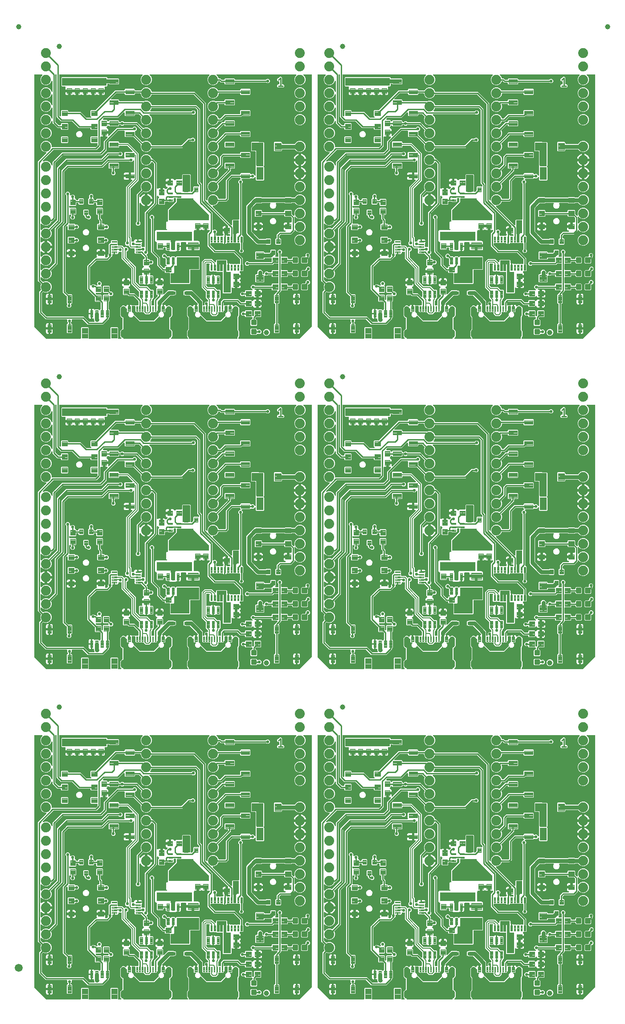
<source format=gtl>
G04 EAGLE Gerber RS-274X export*
G75*
%MOMM*%
%FSLAX34Y34*%
%LPD*%
%INTop Copper*%
%IPPOS*%
%AMOC8*
5,1,8,0,0,1.08239X$1,22.5*%
G01*
%ADD10C,0.279400*%
%ADD11C,0.096000*%
%ADD12C,0.102000*%
%ADD13C,0.100000*%
%ADD14C,1.000000*%
%ADD15C,0.099059*%
%ADD16C,1.879600*%
%ADD17C,0.300000*%
%ADD18C,0.099000*%
%ADD19C,0.101600*%
%ADD20C,1.000000*%
%ADD21C,0.100800*%
%ADD22C,0.102869*%
%ADD23C,0.104000*%
%ADD24C,1.500000*%
%ADD25C,0.254000*%
%ADD26C,0.558800*%
%ADD27C,0.762000*%
%ADD28C,0.203200*%

G36*
X1044895Y2807D02*
X1044895Y2807D01*
X1044994Y2810D01*
X1045052Y2827D01*
X1045112Y2835D01*
X1045204Y2871D01*
X1045299Y2899D01*
X1045352Y2929D01*
X1045408Y2952D01*
X1045488Y3010D01*
X1045573Y3060D01*
X1045649Y3126D01*
X1045665Y3138D01*
X1045673Y3148D01*
X1045694Y3166D01*
X1068714Y26186D01*
X1068774Y26264D01*
X1068842Y26336D01*
X1068871Y26389D01*
X1068908Y26437D01*
X1068948Y26528D01*
X1068996Y26615D01*
X1069011Y26673D01*
X1069035Y26729D01*
X1069050Y26827D01*
X1069075Y26923D01*
X1069081Y27023D01*
X1069085Y27043D01*
X1069083Y27055D01*
X1069085Y27083D01*
X1069085Y504190D01*
X1069070Y504308D01*
X1069063Y504427D01*
X1069050Y504465D01*
X1069045Y504506D01*
X1069002Y504616D01*
X1068965Y504729D01*
X1068943Y504764D01*
X1068928Y504801D01*
X1068859Y504897D01*
X1068795Y504998D01*
X1068765Y505026D01*
X1068742Y505059D01*
X1068650Y505135D01*
X1068563Y505216D01*
X1068528Y505236D01*
X1068497Y505261D01*
X1068389Y505312D01*
X1068285Y505370D01*
X1068245Y505380D01*
X1068209Y505397D01*
X1068092Y505419D01*
X1067977Y505449D01*
X1067917Y505453D01*
X1067897Y505457D01*
X1067876Y505455D01*
X1067816Y505459D01*
X1054473Y505459D01*
X1054335Y505442D01*
X1054197Y505429D01*
X1054177Y505422D01*
X1054157Y505419D01*
X1054028Y505368D01*
X1053897Y505321D01*
X1053880Y505310D01*
X1053862Y505302D01*
X1053749Y505221D01*
X1053634Y505143D01*
X1053621Y505127D01*
X1053604Y505116D01*
X1053515Y505008D01*
X1053424Y504904D01*
X1053414Y504886D01*
X1053401Y504871D01*
X1053342Y504745D01*
X1053279Y504621D01*
X1053275Y504601D01*
X1053266Y504583D01*
X1053240Y504447D01*
X1053209Y504311D01*
X1053210Y504290D01*
X1053206Y504271D01*
X1053215Y504132D01*
X1053219Y503993D01*
X1053225Y503973D01*
X1053226Y503953D01*
X1053269Y503821D01*
X1053307Y503687D01*
X1053318Y503670D01*
X1053324Y503651D01*
X1053398Y503533D01*
X1053469Y503413D01*
X1053488Y503392D01*
X1053494Y503382D01*
X1053509Y503368D01*
X1053575Y503293D01*
X1055525Y501343D01*
X1057149Y497422D01*
X1057149Y493178D01*
X1055525Y489257D01*
X1052523Y486255D01*
X1048602Y484631D01*
X1044358Y484631D01*
X1040437Y486255D01*
X1037435Y489257D01*
X1035811Y493178D01*
X1035811Y497422D01*
X1037435Y501343D01*
X1039385Y503293D01*
X1039470Y503402D01*
X1039559Y503509D01*
X1039567Y503528D01*
X1039580Y503544D01*
X1039635Y503672D01*
X1039694Y503797D01*
X1039698Y503817D01*
X1039706Y503836D01*
X1039728Y503974D01*
X1039754Y504110D01*
X1039753Y504130D01*
X1039756Y504150D01*
X1039743Y504289D01*
X1039734Y504427D01*
X1039728Y504446D01*
X1039726Y504466D01*
X1039679Y504598D01*
X1039636Y504729D01*
X1039625Y504747D01*
X1039618Y504766D01*
X1039540Y504881D01*
X1039466Y504998D01*
X1039451Y505012D01*
X1039440Y505029D01*
X1039336Y505121D01*
X1039234Y505216D01*
X1039217Y505226D01*
X1039201Y505239D01*
X1039078Y505302D01*
X1038956Y505370D01*
X1038936Y505375D01*
X1038918Y505384D01*
X1038782Y505414D01*
X1038648Y505449D01*
X1038620Y505451D01*
X1038608Y505454D01*
X1038587Y505453D01*
X1038487Y505459D01*
X889373Y505459D01*
X889235Y505442D01*
X889097Y505429D01*
X889077Y505422D01*
X889057Y505419D01*
X888928Y505368D01*
X888797Y505321D01*
X888780Y505310D01*
X888762Y505302D01*
X888649Y505221D01*
X888534Y505143D01*
X888521Y505127D01*
X888504Y505116D01*
X888415Y505008D01*
X888324Y504904D01*
X888314Y504886D01*
X888301Y504871D01*
X888242Y504745D01*
X888179Y504621D01*
X888175Y504601D01*
X888166Y504583D01*
X888140Y504447D01*
X888109Y504311D01*
X888110Y504290D01*
X888106Y504271D01*
X888115Y504132D01*
X888119Y503993D01*
X888125Y503973D01*
X888126Y503953D01*
X888169Y503821D01*
X888207Y503687D01*
X888218Y503670D01*
X888224Y503651D01*
X888298Y503533D01*
X888369Y503413D01*
X888388Y503392D01*
X888394Y503382D01*
X888409Y503368D01*
X888475Y503293D01*
X890425Y501343D01*
X891551Y498624D01*
X891565Y498599D01*
X891575Y498571D01*
X891644Y498461D01*
X891708Y498348D01*
X891729Y498327D01*
X891745Y498302D01*
X891839Y498213D01*
X891930Y498120D01*
X891955Y498104D01*
X891976Y498084D01*
X892090Y498021D01*
X892201Y497953D01*
X892229Y497945D01*
X892255Y497930D01*
X892381Y497898D01*
X892505Y497860D01*
X892534Y497858D01*
X892563Y497851D01*
X892723Y497841D01*
X895132Y497841D01*
X897961Y495012D01*
X898039Y494952D01*
X898111Y494884D01*
X898164Y494855D01*
X898212Y494818D01*
X898303Y494778D01*
X898390Y494730D01*
X898448Y494715D01*
X898504Y494691D01*
X898602Y494676D01*
X898697Y494651D01*
X898798Y494645D01*
X898818Y494641D01*
X898830Y494643D01*
X898858Y494641D01*
X901840Y494641D01*
X901958Y494656D01*
X902077Y494663D01*
X902115Y494676D01*
X902156Y494681D01*
X902266Y494724D01*
X902379Y494761D01*
X902414Y494783D01*
X902451Y494798D01*
X902547Y494867D01*
X902648Y494931D01*
X902676Y494961D01*
X902709Y494984D01*
X902785Y495076D01*
X902866Y495163D01*
X902886Y495198D01*
X902911Y495229D01*
X902962Y495337D01*
X903020Y495441D01*
X903030Y495481D01*
X903047Y495517D01*
X903069Y495634D01*
X903099Y495749D01*
X903103Y495809D01*
X903107Y495829D01*
X903105Y495850D01*
X903109Y495910D01*
X903109Y496578D01*
X904152Y497621D01*
X921608Y497621D01*
X922651Y496578D01*
X922651Y496570D01*
X922666Y496452D01*
X922673Y496333D01*
X922686Y496295D01*
X922691Y496254D01*
X922734Y496144D01*
X922771Y496031D01*
X922793Y495996D01*
X922808Y495959D01*
X922877Y495863D01*
X922941Y495762D01*
X922971Y495734D01*
X922994Y495701D01*
X923086Y495625D01*
X923173Y495544D01*
X923208Y495524D01*
X923239Y495499D01*
X923347Y495448D01*
X923451Y495390D01*
X923491Y495380D01*
X923527Y495363D01*
X923644Y495341D01*
X923759Y495311D01*
X923819Y495307D01*
X923839Y495303D01*
X923860Y495305D01*
X923920Y495301D01*
X981757Y495301D01*
X981855Y495313D01*
X981954Y495316D01*
X982012Y495333D01*
X982072Y495341D01*
X982164Y495377D01*
X982259Y495405D01*
X982311Y495435D01*
X982368Y495458D01*
X982448Y495516D01*
X982533Y495566D01*
X982609Y495632D01*
X982625Y495644D01*
X982633Y495654D01*
X982654Y495672D01*
X983806Y496825D01*
X987174Y496825D01*
X989555Y494444D01*
X989555Y491076D01*
X987174Y488695D01*
X983806Y488695D01*
X982654Y489848D01*
X982576Y489908D01*
X982504Y489976D01*
X982451Y490005D01*
X982403Y490042D01*
X982312Y490082D01*
X982225Y490130D01*
X982167Y490145D01*
X982111Y490169D01*
X982013Y490184D01*
X981917Y490209D01*
X981817Y490215D01*
X981797Y490219D01*
X981785Y490217D01*
X981757Y490219D01*
X923920Y490219D01*
X923802Y490204D01*
X923683Y490197D01*
X923645Y490184D01*
X923604Y490179D01*
X923494Y490136D01*
X923381Y490099D01*
X923346Y490077D01*
X923309Y490062D01*
X923213Y489993D01*
X923112Y489929D01*
X923084Y489899D01*
X923051Y489876D01*
X922975Y489784D01*
X922894Y489697D01*
X922874Y489662D01*
X922849Y489631D01*
X922798Y489523D01*
X922740Y489419D01*
X922730Y489379D01*
X922713Y489343D01*
X922691Y489226D01*
X922661Y489111D01*
X922657Y489051D01*
X922653Y489031D01*
X922655Y489010D01*
X922654Y489002D01*
X922653Y488998D01*
X922654Y488994D01*
X922651Y488950D01*
X922651Y487622D01*
X921608Y486579D01*
X904152Y486579D01*
X903109Y487622D01*
X903109Y488290D01*
X903094Y488408D01*
X903087Y488527D01*
X903074Y488565D01*
X903069Y488606D01*
X903026Y488716D01*
X902989Y488829D01*
X902967Y488864D01*
X902952Y488901D01*
X902883Y488997D01*
X902819Y489098D01*
X902789Y489126D01*
X902766Y489159D01*
X902674Y489235D01*
X902587Y489316D01*
X902552Y489336D01*
X902521Y489361D01*
X902413Y489412D01*
X902309Y489470D01*
X902269Y489480D01*
X902233Y489497D01*
X902116Y489519D01*
X902001Y489549D01*
X901941Y489553D01*
X901921Y489557D01*
X901900Y489555D01*
X901840Y489559D01*
X896228Y489559D01*
X893556Y492231D01*
X893517Y492261D01*
X893483Y492298D01*
X893392Y492358D01*
X893305Y492426D01*
X893259Y492446D01*
X893218Y492473D01*
X893114Y492508D01*
X893013Y492552D01*
X892964Y492560D01*
X892917Y492576D01*
X892807Y492585D01*
X892699Y492602D01*
X892649Y492597D01*
X892600Y492601D01*
X892492Y492582D01*
X892382Y492572D01*
X892335Y492555D01*
X892286Y492547D01*
X892186Y492502D01*
X892083Y492465D01*
X892042Y492437D01*
X891997Y492416D01*
X891911Y492348D01*
X891820Y492286D01*
X891787Y492249D01*
X891748Y492218D01*
X891682Y492130D01*
X891609Y492048D01*
X891587Y492003D01*
X891557Y491964D01*
X891486Y491819D01*
X890425Y489257D01*
X887423Y486255D01*
X883502Y484631D01*
X879258Y484631D01*
X875337Y486255D01*
X872335Y489257D01*
X870711Y493178D01*
X870711Y497422D01*
X872335Y501343D01*
X874285Y503293D01*
X874370Y503402D01*
X874459Y503509D01*
X874467Y503528D01*
X874480Y503544D01*
X874535Y503672D01*
X874594Y503797D01*
X874598Y503817D01*
X874606Y503836D01*
X874628Y503974D01*
X874654Y504110D01*
X874653Y504130D01*
X874656Y504150D01*
X874643Y504289D01*
X874634Y504427D01*
X874628Y504446D01*
X874626Y504466D01*
X874579Y504598D01*
X874536Y504729D01*
X874525Y504747D01*
X874518Y504766D01*
X874440Y504881D01*
X874366Y504998D01*
X874351Y505012D01*
X874340Y505029D01*
X874236Y505121D01*
X874134Y505216D01*
X874117Y505226D01*
X874101Y505239D01*
X873978Y505302D01*
X873856Y505370D01*
X873836Y505375D01*
X873818Y505384D01*
X873682Y505414D01*
X873548Y505449D01*
X873520Y505451D01*
X873508Y505454D01*
X873487Y505453D01*
X873387Y505459D01*
X762373Y505459D01*
X762235Y505442D01*
X762097Y505429D01*
X762077Y505422D01*
X762057Y505419D01*
X761928Y505368D01*
X761797Y505321D01*
X761780Y505310D01*
X761762Y505302D01*
X761649Y505221D01*
X761534Y505143D01*
X761521Y505127D01*
X761504Y505116D01*
X761415Y505008D01*
X761324Y504904D01*
X761314Y504886D01*
X761301Y504871D01*
X761242Y504745D01*
X761179Y504621D01*
X761175Y504601D01*
X761166Y504583D01*
X761140Y504447D01*
X761109Y504311D01*
X761110Y504290D01*
X761106Y504271D01*
X761115Y504132D01*
X761119Y503993D01*
X761125Y503973D01*
X761126Y503953D01*
X761169Y503821D01*
X761207Y503687D01*
X761218Y503670D01*
X761224Y503651D01*
X761298Y503533D01*
X761369Y503413D01*
X761388Y503392D01*
X761394Y503382D01*
X761409Y503368D01*
X761475Y503293D01*
X763425Y501343D01*
X765049Y497422D01*
X765049Y493178D01*
X763425Y489257D01*
X760423Y486255D01*
X756502Y484631D01*
X752258Y484631D01*
X748337Y486255D01*
X745335Y489257D01*
X743711Y493178D01*
X743711Y497422D01*
X745335Y501343D01*
X747285Y503293D01*
X747370Y503402D01*
X747459Y503509D01*
X747467Y503528D01*
X747480Y503544D01*
X747535Y503672D01*
X747594Y503797D01*
X747598Y503817D01*
X747606Y503836D01*
X747628Y503974D01*
X747654Y504110D01*
X747653Y504130D01*
X747656Y504150D01*
X747643Y504289D01*
X747634Y504427D01*
X747628Y504446D01*
X747626Y504466D01*
X747579Y504598D01*
X747536Y504729D01*
X747525Y504747D01*
X747518Y504766D01*
X747440Y504881D01*
X747366Y504998D01*
X747351Y505012D01*
X747340Y505029D01*
X747236Y505121D01*
X747134Y505216D01*
X747117Y505226D01*
X747101Y505239D01*
X746978Y505302D01*
X746856Y505370D01*
X746836Y505375D01*
X746818Y505384D01*
X746682Y505414D01*
X746548Y505449D01*
X746520Y505451D01*
X746508Y505454D01*
X746487Y505453D01*
X746387Y505459D01*
X590550Y505459D01*
X590432Y505444D01*
X590313Y505437D01*
X590275Y505424D01*
X590234Y505419D01*
X590124Y505376D01*
X590011Y505339D01*
X589976Y505317D01*
X589939Y505302D01*
X589843Y505233D01*
X589742Y505169D01*
X589714Y505139D01*
X589681Y505116D01*
X589605Y505024D01*
X589524Y504937D01*
X589504Y504902D01*
X589479Y504871D01*
X589428Y504763D01*
X589370Y504659D01*
X589360Y504619D01*
X589343Y504583D01*
X589321Y504466D01*
X589291Y504351D01*
X589287Y504291D01*
X589283Y504271D01*
X589285Y504250D01*
X589281Y504190D01*
X589281Y427028D01*
X589293Y426930D01*
X589296Y426831D01*
X589313Y426773D01*
X589321Y426713D01*
X589357Y426621D01*
X589385Y426526D01*
X589415Y426473D01*
X589438Y426417D01*
X589496Y426337D01*
X589546Y426252D01*
X589612Y426176D01*
X589624Y426160D01*
X589634Y426152D01*
X589652Y426131D01*
X589942Y425841D01*
X590052Y425756D01*
X590159Y425667D01*
X590178Y425658D01*
X590194Y425646D01*
X590322Y425590D01*
X590447Y425531D01*
X590467Y425527D01*
X590486Y425519D01*
X590623Y425498D01*
X590760Y425471D01*
X590780Y425473D01*
X590800Y425470D01*
X590938Y425483D01*
X591077Y425491D01*
X591096Y425497D01*
X591116Y425499D01*
X591247Y425546D01*
X591379Y425589D01*
X591397Y425600D01*
X591416Y425607D01*
X591531Y425685D01*
X591648Y425759D01*
X591662Y425774D01*
X591679Y425785D01*
X591771Y425890D01*
X591866Y425991D01*
X591876Y426009D01*
X591889Y426024D01*
X591953Y426148D01*
X592020Y426269D01*
X592025Y426289D01*
X592034Y426307D01*
X592064Y426443D01*
X592099Y426577D01*
X592101Y426605D01*
X592104Y426617D01*
X592103Y426638D01*
X592109Y426738D01*
X592109Y436633D01*
X593147Y437671D01*
X605113Y437671D01*
X606151Y436633D01*
X606151Y435210D01*
X606166Y435092D01*
X606173Y434973D01*
X606186Y434935D01*
X606191Y434894D01*
X606234Y434784D01*
X606271Y434671D01*
X606293Y434636D01*
X606308Y434599D01*
X606377Y434503D01*
X606441Y434402D01*
X606471Y434374D01*
X606494Y434341D01*
X606586Y434265D01*
X606673Y434184D01*
X606708Y434164D01*
X606739Y434139D01*
X606847Y434088D01*
X606951Y434030D01*
X606991Y434020D01*
X607027Y434003D01*
X607144Y433981D01*
X607259Y433951D01*
X607319Y433947D01*
X607339Y433943D01*
X607360Y433945D01*
X607420Y433941D01*
X630102Y433941D01*
X640761Y423282D01*
X640839Y423222D01*
X640911Y423154D01*
X640964Y423125D01*
X641012Y423088D01*
X641103Y423048D01*
X641190Y423000D01*
X641248Y422985D01*
X641304Y422961D01*
X641402Y422946D01*
X641497Y422921D01*
X641598Y422915D01*
X641618Y422911D01*
X641630Y422913D01*
X641658Y422911D01*
X648801Y422911D01*
X648939Y422928D01*
X649077Y422941D01*
X649096Y422948D01*
X649116Y422951D01*
X649245Y423002D01*
X649377Y423049D01*
X649393Y423060D01*
X649412Y423068D01*
X649524Y423149D01*
X649640Y423227D01*
X649653Y423243D01*
X649669Y423254D01*
X649758Y423362D01*
X649850Y423466D01*
X649859Y423484D01*
X649872Y423499D01*
X649931Y423625D01*
X649995Y423749D01*
X649999Y423769D01*
X650008Y423787D01*
X650034Y423924D01*
X650064Y424059D01*
X650064Y424080D01*
X650068Y424099D01*
X650059Y424238D01*
X650055Y424377D01*
X650049Y424397D01*
X650048Y424417D01*
X650005Y424549D01*
X649966Y424683D01*
X649956Y424700D01*
X649950Y424719D01*
X649875Y424837D01*
X649805Y424957D01*
X649786Y424978D01*
X649780Y424988D01*
X649774Y424993D01*
X649774Y424994D01*
X649763Y425004D01*
X649698Y425077D01*
X648609Y426167D01*
X648609Y436633D01*
X649647Y437671D01*
X657782Y437671D01*
X657880Y437683D01*
X657979Y437686D01*
X658037Y437703D01*
X658097Y437711D01*
X658189Y437747D01*
X658285Y437775D01*
X658337Y437805D01*
X658393Y437828D01*
X658473Y437886D01*
X658558Y437936D01*
X658634Y438002D01*
X658650Y438014D01*
X658658Y438024D01*
X658679Y438042D01*
X695278Y474641D01*
X711840Y474641D01*
X711958Y474656D01*
X712077Y474663D01*
X712115Y474676D01*
X712156Y474681D01*
X712266Y474724D01*
X712379Y474761D01*
X712414Y474783D01*
X712451Y474798D01*
X712547Y474867D01*
X712648Y474931D01*
X712676Y474961D01*
X712709Y474984D01*
X712785Y475076D01*
X712866Y475163D01*
X712886Y475198D01*
X712911Y475229D01*
X712962Y475337D01*
X713020Y475441D01*
X713030Y475481D01*
X713047Y475517D01*
X713069Y475634D01*
X713099Y475749D01*
X713103Y475809D01*
X713107Y475829D01*
X713105Y475850D01*
X713109Y475910D01*
X713109Y476578D01*
X714152Y477621D01*
X731608Y477621D01*
X732651Y476578D01*
X732651Y475910D01*
X732666Y475792D01*
X732673Y475673D01*
X732686Y475635D01*
X732691Y475594D01*
X732734Y475484D01*
X732771Y475371D01*
X732793Y475336D01*
X732808Y475299D01*
X732877Y475203D01*
X732941Y475102D01*
X732971Y475074D01*
X732994Y475041D01*
X733086Y474965D01*
X733173Y474884D01*
X733208Y474864D01*
X733239Y474839D01*
X733347Y474788D01*
X733451Y474730D01*
X733491Y474720D01*
X733527Y474703D01*
X733644Y474681D01*
X733759Y474651D01*
X733819Y474647D01*
X733839Y474643D01*
X733860Y474645D01*
X733920Y474641D01*
X743948Y474641D01*
X743977Y474644D01*
X744007Y474642D01*
X744135Y474664D01*
X744263Y474681D01*
X744291Y474691D01*
X744320Y474696D01*
X744438Y474750D01*
X744559Y474798D01*
X744583Y474815D01*
X744610Y474827D01*
X744711Y474908D01*
X744816Y474984D01*
X744835Y475007D01*
X744858Y475026D01*
X744936Y475129D01*
X745019Y475229D01*
X745032Y475256D01*
X745050Y475280D01*
X745120Y475424D01*
X745335Y475943D01*
X748337Y478945D01*
X752258Y480569D01*
X756502Y480569D01*
X760423Y478945D01*
X763425Y475943D01*
X764551Y473224D01*
X764565Y473199D01*
X764575Y473171D01*
X764644Y473061D01*
X764708Y472948D01*
X764729Y472927D01*
X764745Y472902D01*
X764839Y472813D01*
X764930Y472720D01*
X764955Y472704D01*
X764976Y472684D01*
X765090Y472621D01*
X765201Y472553D01*
X765229Y472545D01*
X765255Y472530D01*
X765381Y472498D01*
X765505Y472460D01*
X765534Y472458D01*
X765563Y472451D01*
X765723Y472441D01*
X846618Y472441D01*
X848478Y470581D01*
X867919Y451140D01*
X867919Y267397D01*
X867931Y267299D01*
X867934Y267200D01*
X867951Y267142D01*
X867959Y267082D01*
X867995Y266990D01*
X868023Y266894D01*
X868053Y266842D01*
X868076Y266786D01*
X868134Y266706D01*
X868184Y266621D01*
X868250Y266545D01*
X868262Y266529D01*
X868272Y266521D01*
X868290Y266500D01*
X868545Y266246D01*
X868654Y266160D01*
X868761Y266072D01*
X868780Y266063D01*
X868796Y266051D01*
X868924Y265995D01*
X869049Y265936D01*
X869069Y265932D01*
X869088Y265924D01*
X869226Y265902D01*
X869362Y265876D01*
X869382Y265878D01*
X869402Y265875D01*
X869541Y265888D01*
X869679Y265896D01*
X869698Y265902D01*
X869718Y265904D01*
X869850Y265952D01*
X869981Y265994D01*
X869999Y266005D01*
X870018Y266012D01*
X870133Y266090D01*
X870250Y266164D01*
X870264Y266179D01*
X870281Y266191D01*
X870373Y266295D01*
X870468Y266396D01*
X870478Y266414D01*
X870491Y266429D01*
X870555Y266553D01*
X870622Y266675D01*
X870627Y266694D01*
X870636Y266712D01*
X870666Y266848D01*
X870701Y266982D01*
X870703Y267011D01*
X870706Y267023D01*
X870705Y267043D01*
X870711Y267143D01*
X870711Y268822D01*
X872335Y272743D01*
X875337Y275745D01*
X879258Y277369D01*
X883502Y277369D01*
X887423Y275745D01*
X890425Y272743D01*
X891551Y270024D01*
X891565Y269999D01*
X891575Y269971D01*
X891644Y269861D01*
X891708Y269748D01*
X891729Y269727D01*
X891745Y269702D01*
X891839Y269613D01*
X891930Y269520D01*
X891955Y269504D01*
X891976Y269484D01*
X892090Y269421D01*
X892201Y269353D01*
X892229Y269345D01*
X892255Y269330D01*
X892381Y269298D01*
X892505Y269260D01*
X892534Y269258D01*
X892563Y269251D01*
X892723Y269241D01*
X903932Y269241D01*
X904030Y269253D01*
X904129Y269256D01*
X904187Y269273D01*
X904247Y269281D01*
X904339Y269317D01*
X904435Y269345D01*
X904487Y269375D01*
X904543Y269398D01*
X904623Y269456D01*
X904709Y269506D01*
X904784Y269572D01*
X904800Y269584D01*
X904808Y269594D01*
X904829Y269612D01*
X905138Y269921D01*
X905198Y269999D01*
X905266Y270071D01*
X905295Y270124D01*
X905332Y270172D01*
X905372Y270263D01*
X905420Y270350D01*
X905435Y270408D01*
X905459Y270464D01*
X905474Y270562D01*
X905499Y270657D01*
X905505Y270757D01*
X905509Y270778D01*
X905507Y270790D01*
X905509Y270818D01*
X905509Y304582D01*
X915568Y314641D01*
X931840Y314641D01*
X931958Y314656D01*
X932077Y314663D01*
X932115Y314676D01*
X932156Y314681D01*
X932266Y314724D01*
X932379Y314761D01*
X932414Y314783D01*
X932451Y314798D01*
X932547Y314867D01*
X932648Y314931D01*
X932676Y314961D01*
X932709Y314984D01*
X932785Y315076D01*
X932866Y315163D01*
X932886Y315198D01*
X932911Y315229D01*
X932962Y315337D01*
X933020Y315441D01*
X933030Y315481D01*
X933047Y315517D01*
X933069Y315634D01*
X933099Y315749D01*
X933103Y315809D01*
X933107Y315829D01*
X933105Y315850D01*
X933109Y315910D01*
X933109Y316578D01*
X934152Y317621D01*
X951608Y317621D01*
X952680Y316548D01*
X952681Y316535D01*
X952688Y316516D01*
X952691Y316496D01*
X952742Y316366D01*
X952789Y316236D01*
X952800Y316219D01*
X952808Y316200D01*
X952889Y316088D01*
X952967Y315973D01*
X952983Y315959D01*
X952994Y315943D01*
X953101Y315854D01*
X953206Y315762D01*
X953224Y315753D01*
X953239Y315740D01*
X953365Y315681D01*
X953489Y315617D01*
X953509Y315613D01*
X953527Y315604D01*
X953663Y315578D01*
X953799Y315548D01*
X953820Y315548D01*
X953839Y315545D01*
X953978Y315553D01*
X954117Y315558D01*
X954137Y315563D01*
X954157Y315564D01*
X954289Y315607D01*
X954423Y315646D01*
X954440Y315656D01*
X954459Y315662D01*
X954577Y315737D01*
X954697Y315807D01*
X954718Y315826D01*
X954728Y315833D01*
X954742Y315848D01*
X954818Y315914D01*
X954880Y315977D01*
X958248Y315977D01*
X960620Y313605D01*
X960729Y313520D01*
X960836Y313431D01*
X960855Y313422D01*
X960871Y313410D01*
X960999Y313354D01*
X961124Y313295D01*
X961144Y313292D01*
X961163Y313284D01*
X961301Y313262D01*
X961437Y313236D01*
X961457Y313237D01*
X961477Y313234D01*
X961616Y313247D01*
X961754Y313255D01*
X961773Y313262D01*
X961793Y313264D01*
X961925Y313311D01*
X962056Y313353D01*
X962074Y313364D01*
X962093Y313371D01*
X962208Y313449D01*
X962325Y313524D01*
X962339Y313538D01*
X962356Y313550D01*
X962448Y313654D01*
X962543Y313755D01*
X962553Y313773D01*
X962566Y313788D01*
X962630Y313912D01*
X962697Y314034D01*
X962702Y314053D01*
X962711Y314071D01*
X962741Y314207D01*
X962776Y314342D01*
X962778Y314370D01*
X962781Y314382D01*
X962780Y314402D01*
X962786Y314502D01*
X962786Y322079D01*
X962774Y322178D01*
X962771Y322277D01*
X962754Y322335D01*
X962746Y322395D01*
X962710Y322487D01*
X962682Y322582D01*
X962659Y322622D01*
X962659Y329652D01*
X962664Y329663D01*
X962718Y329769D01*
X962727Y329808D01*
X962743Y329845D01*
X962762Y329963D01*
X962788Y330079D01*
X962787Y330120D01*
X962793Y330160D01*
X962782Y330278D01*
X962778Y330397D01*
X962767Y330436D01*
X962763Y330476D01*
X962723Y330588D01*
X962690Y330703D01*
X962669Y330737D01*
X962659Y330766D01*
X962659Y331044D01*
X962647Y331142D01*
X962644Y331241D01*
X962627Y331299D01*
X962619Y331359D01*
X962583Y331451D01*
X962555Y331547D01*
X962525Y331599D01*
X962502Y331655D01*
X962444Y331735D01*
X962394Y331821D01*
X962328Y331896D01*
X962316Y331912D01*
X962306Y331920D01*
X962288Y331941D01*
X962278Y331951D01*
X962278Y358013D01*
X962263Y358131D01*
X962256Y358250D01*
X962243Y358288D01*
X962238Y358329D01*
X962195Y358439D01*
X962158Y358552D01*
X962136Y358587D01*
X962121Y358624D01*
X962052Y358720D01*
X961988Y358821D01*
X961958Y358849D01*
X961935Y358882D01*
X961843Y358958D01*
X961756Y359039D01*
X961721Y359059D01*
X961690Y359084D01*
X961582Y359135D01*
X961478Y359193D01*
X961438Y359203D01*
X961402Y359220D01*
X961285Y359242D01*
X961170Y359272D01*
X961110Y359276D01*
X961090Y359280D01*
X961069Y359278D01*
X961009Y359282D01*
X954759Y359282D01*
X953642Y360399D01*
X953642Y375693D01*
X954870Y376921D01*
X968188Y376921D01*
X968227Y376899D01*
X968285Y376884D01*
X968341Y376860D01*
X968439Y376845D01*
X968535Y376820D01*
X968635Y376814D01*
X968655Y376810D01*
X968667Y376812D01*
X968695Y376810D01*
X977165Y376810D01*
X978282Y375693D01*
X978282Y331951D01*
X978272Y331941D01*
X978212Y331863D01*
X978144Y331791D01*
X978115Y331738D01*
X978078Y331690D01*
X978038Y331599D01*
X977990Y331512D01*
X977975Y331454D01*
X977951Y331398D01*
X977936Y331300D01*
X977911Y331205D01*
X977905Y331105D01*
X977901Y331084D01*
X977903Y331072D01*
X977901Y331044D01*
X977901Y330748D01*
X977896Y330737D01*
X977842Y330631D01*
X977833Y330591D01*
X977817Y330554D01*
X977798Y330437D01*
X977772Y330320D01*
X977773Y330280D01*
X977767Y330240D01*
X977778Y330122D01*
X977782Y330003D01*
X977793Y329964D01*
X977797Y329924D01*
X977837Y329811D01*
X977870Y329697D01*
X977891Y329662D01*
X977904Y329624D01*
X977937Y329576D01*
X977941Y329549D01*
X977977Y329457D01*
X978005Y329361D01*
X978035Y329309D01*
X978058Y329253D01*
X978116Y329173D01*
X978166Y329087D01*
X978232Y329012D01*
X978244Y328996D01*
X978254Y328988D01*
X978272Y328967D01*
X978282Y328957D01*
X978282Y305027D01*
X977165Y303910D01*
X963903Y303910D01*
X962786Y305027D01*
X962786Y309322D01*
X962769Y309459D01*
X962756Y309598D01*
X962749Y309617D01*
X962746Y309637D01*
X962695Y309766D01*
X962648Y309897D01*
X962637Y309914D01*
X962629Y309933D01*
X962548Y310045D01*
X962470Y310160D01*
X962454Y310174D01*
X962443Y310190D01*
X962335Y310279D01*
X962231Y310371D01*
X962213Y310380D01*
X962198Y310393D01*
X962072Y310452D01*
X961948Y310515D01*
X961928Y310520D01*
X961910Y310529D01*
X961774Y310555D01*
X961638Y310585D01*
X961617Y310585D01*
X961598Y310588D01*
X961459Y310580D01*
X961320Y310575D01*
X961300Y310570D01*
X961280Y310569D01*
X961148Y310526D01*
X961014Y310487D01*
X960997Y310477D01*
X960978Y310471D01*
X960860Y310396D01*
X960740Y310326D01*
X960719Y310307D01*
X960709Y310300D01*
X960695Y310285D01*
X960620Y310219D01*
X958248Y307847D01*
X954880Y307847D01*
X954776Y307952D01*
X954681Y308025D01*
X954592Y308104D01*
X954556Y308122D01*
X954524Y308147D01*
X954415Y308194D01*
X954309Y308248D01*
X954270Y308257D01*
X954232Y308273D01*
X954115Y308292D01*
X953999Y308318D01*
X953958Y308317D01*
X953918Y308323D01*
X953800Y308312D01*
X953681Y308308D01*
X953642Y308297D01*
X953602Y308293D01*
X953490Y308253D01*
X953375Y308220D01*
X953340Y308200D01*
X953302Y308186D01*
X953204Y308119D01*
X953101Y308059D01*
X953056Y308019D01*
X953039Y308007D01*
X953026Y307992D01*
X952980Y307952D01*
X951608Y306579D01*
X936927Y306579D01*
X936790Y306562D01*
X936651Y306549D01*
X936632Y306542D01*
X936612Y306539D01*
X936483Y306488D01*
X936352Y306441D01*
X936335Y306430D01*
X936316Y306422D01*
X936204Y306341D01*
X936089Y306263D01*
X936075Y306247D01*
X936059Y306236D01*
X935970Y306128D01*
X935878Y306024D01*
X935869Y306006D01*
X935856Y305991D01*
X935797Y305865D01*
X935734Y305741D01*
X935729Y305721D01*
X935720Y305703D01*
X935694Y305566D01*
X935664Y305431D01*
X935664Y305410D01*
X935661Y305391D01*
X935669Y305252D01*
X935674Y305113D01*
X935679Y305093D01*
X935680Y305073D01*
X935723Y304941D01*
X935762Y304807D01*
X935772Y304790D01*
X935778Y304771D01*
X935853Y304653D01*
X935923Y304533D01*
X935942Y304512D01*
X935949Y304502D01*
X935964Y304488D01*
X936030Y304413D01*
X937515Y302928D01*
X937515Y299560D01*
X936392Y298438D01*
X936332Y298360D01*
X936264Y298288D01*
X936235Y298235D01*
X936198Y298187D01*
X936158Y298096D01*
X936110Y298009D01*
X936095Y297951D01*
X936071Y297895D01*
X936056Y297797D01*
X936031Y297701D01*
X936025Y297601D01*
X936021Y297581D01*
X936023Y297569D01*
X936021Y297541D01*
X936021Y200152D01*
X936036Y200034D01*
X936043Y199915D01*
X936056Y199877D01*
X936061Y199836D01*
X936104Y199726D01*
X936141Y199613D01*
X936163Y199578D01*
X936178Y199541D01*
X936247Y199445D01*
X936311Y199344D01*
X936341Y199316D01*
X936364Y199283D01*
X936456Y199207D01*
X936543Y199126D01*
X936578Y199106D01*
X936609Y199081D01*
X936717Y199030D01*
X936821Y198972D01*
X936861Y198962D01*
X936897Y198945D01*
X937014Y198923D01*
X937129Y198893D01*
X937189Y198889D01*
X937209Y198885D01*
X937230Y198887D01*
X937290Y198883D01*
X937485Y198883D01*
X938531Y197837D01*
X938531Y185957D01*
X938267Y185694D01*
X938207Y185615D01*
X938139Y185543D01*
X938110Y185490D01*
X938073Y185442D01*
X938033Y185351D01*
X937985Y185265D01*
X937970Y185206D01*
X937946Y185151D01*
X937931Y185053D01*
X937906Y184957D01*
X937900Y184857D01*
X937896Y184836D01*
X937898Y184824D01*
X937896Y184796D01*
X937896Y173786D01*
X937908Y173688D01*
X937911Y173589D01*
X937928Y173531D01*
X937936Y173471D01*
X937972Y173379D01*
X938000Y173284D01*
X938030Y173232D01*
X938053Y173175D01*
X938111Y173095D01*
X938161Y173010D01*
X938227Y172934D01*
X938239Y172918D01*
X938249Y172910D01*
X938267Y172889D01*
X939293Y171864D01*
X939293Y168496D01*
X936912Y166115D01*
X933544Y166115D01*
X931163Y168496D01*
X931163Y171864D01*
X932443Y173143D01*
X932503Y173221D01*
X932571Y173293D01*
X932600Y173346D01*
X932637Y173394D01*
X932677Y173485D01*
X932725Y173572D01*
X932740Y173630D01*
X932764Y173686D01*
X932779Y173784D01*
X932804Y173880D01*
X932810Y173980D01*
X932814Y174000D01*
X932812Y174012D01*
X932814Y174040D01*
X932814Y183642D01*
X932799Y183760D01*
X932792Y183879D01*
X932779Y183917D01*
X932774Y183958D01*
X932731Y184068D01*
X932694Y184181D01*
X932672Y184216D01*
X932657Y184253D01*
X932588Y184349D01*
X932524Y184450D01*
X932494Y184478D01*
X932471Y184511D01*
X932379Y184587D01*
X932292Y184668D01*
X932257Y184688D01*
X932226Y184713D01*
X932118Y184764D01*
X932014Y184822D01*
X931974Y184832D01*
X931938Y184849D01*
X931821Y184871D01*
X931706Y184901D01*
X931646Y184905D01*
X931626Y184909D01*
X931605Y184907D01*
X931545Y184911D01*
X926814Y184911D01*
X926713Y184955D01*
X926607Y185009D01*
X926567Y185018D01*
X926530Y185034D01*
X926413Y185053D01*
X926296Y185079D01*
X926256Y185078D01*
X926216Y185084D01*
X926097Y185073D01*
X925978Y185069D01*
X925940Y185058D01*
X925899Y185054D01*
X925787Y185014D01*
X925673Y184981D01*
X925638Y184961D01*
X925600Y184947D01*
X925501Y184880D01*
X925399Y184819D01*
X925359Y184784D01*
X919940Y184784D01*
X919938Y184786D01*
X919848Y184865D01*
X919813Y184883D01*
X919781Y184908D01*
X919671Y184955D01*
X919565Y185009D01*
X919526Y185018D01*
X919489Y185034D01*
X919371Y185053D01*
X919255Y185079D01*
X919215Y185078D01*
X919175Y185084D01*
X919056Y185073D01*
X918937Y185069D01*
X918898Y185058D01*
X918858Y185054D01*
X918746Y185014D01*
X918631Y184981D01*
X918597Y184960D01*
X918559Y184947D01*
X918506Y184911D01*
X914175Y184911D01*
X914027Y185059D01*
X913933Y185132D01*
X913844Y185210D01*
X913808Y185229D01*
X913776Y185254D01*
X913667Y185301D01*
X913561Y185355D01*
X913521Y185364D01*
X913484Y185380D01*
X913367Y185399D01*
X913251Y185425D01*
X913210Y185424D01*
X913170Y185430D01*
X913051Y185419D01*
X912933Y185415D01*
X912894Y185404D01*
X912854Y185400D01*
X912741Y185360D01*
X912627Y185327D01*
X912592Y185306D01*
X912554Y185292D01*
X912456Y185226D01*
X912353Y185165D01*
X912308Y185125D01*
X912291Y185114D01*
X912278Y185099D01*
X912232Y185059D01*
X912085Y184911D01*
X908057Y184911D01*
X907959Y184899D01*
X907860Y184896D01*
X907801Y184879D01*
X907741Y184871D01*
X907649Y184835D01*
X907554Y184807D01*
X907502Y184777D01*
X907446Y184754D01*
X907366Y184696D01*
X907280Y184646D01*
X907205Y184580D01*
X907188Y184568D01*
X907181Y184558D01*
X907159Y184540D01*
X906871Y184252D01*
X906175Y183849D01*
X905398Y183641D01*
X904874Y183641D01*
X904874Y191897D01*
X904859Y192015D01*
X904852Y192134D01*
X904840Y192172D01*
X904835Y192212D01*
X904791Y192323D01*
X904754Y192436D01*
X904732Y192470D01*
X904718Y192508D01*
X904648Y192604D01*
X904584Y192705D01*
X904554Y192733D01*
X904531Y192765D01*
X904439Y192841D01*
X904352Y192923D01*
X904317Y192942D01*
X904286Y192968D01*
X904178Y193019D01*
X904074Y193076D01*
X904035Y193086D01*
X903998Y193104D01*
X903881Y193126D01*
X903766Y193156D01*
X903706Y193160D01*
X903686Y193163D01*
X903685Y193163D01*
X903665Y193162D01*
X903605Y193166D01*
X903487Y193151D01*
X903368Y193144D01*
X903329Y193131D01*
X903289Y193126D01*
X903179Y193082D01*
X903065Y193046D01*
X903031Y193024D01*
X902994Y193009D01*
X902897Y192939D01*
X902797Y192875D01*
X902769Y192846D01*
X902736Y192822D01*
X902660Y192730D01*
X902579Y192644D01*
X902559Y192608D01*
X902533Y192577D01*
X902483Y192470D01*
X902425Y192365D01*
X902415Y192326D01*
X902398Y192290D01*
X902376Y192172D01*
X902346Y192057D01*
X902342Y191997D01*
X902338Y191977D01*
X902339Y191957D01*
X902336Y191897D01*
X902336Y183641D01*
X901812Y183641D01*
X901035Y183849D01*
X900339Y184252D01*
X900051Y184540D01*
X899972Y184600D01*
X899900Y184668D01*
X899847Y184697D01*
X899799Y184734D01*
X899708Y184774D01*
X899622Y184822D01*
X899563Y184837D01*
X899508Y184861D01*
X899410Y184876D01*
X899314Y184901D01*
X899214Y184907D01*
X899193Y184911D01*
X899181Y184909D01*
X899153Y184911D01*
X895125Y184911D01*
X894978Y185059D01*
X894883Y185132D01*
X894794Y185210D01*
X894758Y185229D01*
X894726Y185254D01*
X894617Y185301D01*
X894511Y185355D01*
X894472Y185364D01*
X894434Y185380D01*
X894317Y185399D01*
X894201Y185425D01*
X894160Y185424D01*
X894120Y185430D01*
X894002Y185419D01*
X893883Y185415D01*
X893844Y185404D01*
X893804Y185400D01*
X893692Y185360D01*
X893577Y185327D01*
X893542Y185306D01*
X893504Y185292D01*
X893406Y185226D01*
X893303Y185165D01*
X893258Y185125D01*
X893241Y185114D01*
X893228Y185099D01*
X893183Y185059D01*
X893035Y184911D01*
X888775Y184911D01*
X888628Y185059D01*
X888533Y185132D01*
X888444Y185210D01*
X888408Y185229D01*
X888376Y185254D01*
X888267Y185301D01*
X888161Y185355D01*
X888122Y185364D01*
X888084Y185380D01*
X887967Y185399D01*
X887851Y185425D01*
X887810Y185424D01*
X887770Y185430D01*
X887652Y185419D01*
X887533Y185415D01*
X887494Y185404D01*
X887454Y185400D01*
X887342Y185360D01*
X887227Y185327D01*
X887192Y185306D01*
X887154Y185292D01*
X887056Y185226D01*
X886953Y185165D01*
X886908Y185125D01*
X886891Y185114D01*
X886878Y185099D01*
X886833Y185059D01*
X886685Y184911D01*
X882425Y184911D01*
X882278Y185059D01*
X882183Y185132D01*
X882094Y185210D01*
X882058Y185229D01*
X882026Y185254D01*
X881917Y185301D01*
X881811Y185355D01*
X881772Y185364D01*
X881734Y185380D01*
X881617Y185399D01*
X881501Y185425D01*
X881460Y185424D01*
X881420Y185430D01*
X881302Y185419D01*
X881183Y185415D01*
X881144Y185404D01*
X881104Y185400D01*
X880992Y185360D01*
X880877Y185327D01*
X880842Y185306D01*
X880804Y185292D01*
X880706Y185226D01*
X880603Y185165D01*
X880558Y185125D01*
X880541Y185114D01*
X880528Y185099D01*
X880483Y185059D01*
X880335Y184911D01*
X877316Y184911D01*
X877198Y184896D01*
X877079Y184889D01*
X877041Y184876D01*
X877000Y184871D01*
X876890Y184828D01*
X876777Y184791D01*
X876742Y184769D01*
X876705Y184754D01*
X876609Y184685D01*
X876508Y184621D01*
X876480Y184591D01*
X876447Y184568D01*
X876371Y184476D01*
X876290Y184389D01*
X876270Y184354D01*
X876245Y184323D01*
X876194Y184215D01*
X876136Y184111D01*
X876126Y184071D01*
X876109Y184035D01*
X876087Y183918D01*
X876057Y183803D01*
X876053Y183743D01*
X876049Y183723D01*
X876051Y183702D01*
X876047Y183642D01*
X876047Y182172D01*
X876059Y182074D01*
X876062Y181975D01*
X876079Y181917D01*
X876087Y181857D01*
X876123Y181765D01*
X876151Y181669D01*
X876181Y181617D01*
X876204Y181561D01*
X876262Y181481D01*
X876312Y181396D01*
X876378Y181320D01*
X876390Y181304D01*
X876400Y181296D01*
X876418Y181275D01*
X885617Y172076D01*
X885695Y172016D01*
X885767Y171948D01*
X885820Y171919D01*
X885868Y171882D01*
X885959Y171842D01*
X886046Y171794D01*
X886104Y171779D01*
X886160Y171755D01*
X886258Y171740D01*
X886353Y171715D01*
X886453Y171709D01*
X886474Y171705D01*
X886486Y171707D01*
X886514Y171705D01*
X922818Y171705D01*
X937896Y156627D01*
X937896Y145404D01*
X937908Y145306D01*
X937911Y145207D01*
X937928Y145148D01*
X937936Y145088D01*
X937972Y144996D01*
X938000Y144901D01*
X938030Y144849D01*
X938053Y144793D01*
X938111Y144713D01*
X938161Y144627D01*
X938227Y144552D01*
X938239Y144535D01*
X938249Y144527D01*
X938267Y144506D01*
X938531Y144243D01*
X938531Y132363D01*
X937485Y131317D01*
X932776Y131317D01*
X932631Y131299D01*
X932487Y131284D01*
X932474Y131279D01*
X932461Y131277D01*
X932325Y131224D01*
X932188Y131173D01*
X932177Y131165D01*
X932165Y131160D01*
X932047Y131075D01*
X931927Y130992D01*
X931918Y130981D01*
X931907Y130974D01*
X931815Y130861D01*
X931719Y130751D01*
X931713Y130739D01*
X931705Y130729D01*
X931643Y130597D01*
X931578Y130466D01*
X931575Y130453D01*
X931569Y130441D01*
X931542Y130299D01*
X931511Y130155D01*
X931512Y130142D01*
X931509Y130129D01*
X931518Y129983D01*
X931524Y129837D01*
X931528Y129825D01*
X931529Y129811D01*
X931574Y129672D01*
X931616Y129533D01*
X931623Y129521D01*
X931627Y129509D01*
X931705Y129386D01*
X931780Y129261D01*
X931790Y129251D01*
X931797Y129240D01*
X931903Y129140D01*
X932007Y129038D01*
X932023Y129028D01*
X932029Y129022D01*
X932044Y129014D01*
X932141Y128949D01*
X932307Y128853D01*
X932873Y128287D01*
X933274Y127594D01*
X933481Y126820D01*
X933481Y124419D01*
X926670Y124419D01*
X926552Y124404D01*
X926433Y124397D01*
X926395Y124384D01*
X926355Y124379D01*
X926244Y124336D01*
X926131Y124299D01*
X926097Y124277D01*
X926059Y124262D01*
X925963Y124193D01*
X925862Y124129D01*
X925834Y124099D01*
X925802Y124076D01*
X925726Y123984D01*
X925644Y123897D01*
X925625Y123862D01*
X925599Y123831D01*
X925548Y123723D01*
X925491Y123619D01*
X925481Y123579D01*
X925463Y123543D01*
X925441Y123426D01*
X925411Y123311D01*
X925407Y123251D01*
X925404Y123231D01*
X925405Y123210D01*
X925401Y123150D01*
X925401Y121959D01*
X924210Y121959D01*
X924092Y121944D01*
X923973Y121937D01*
X923935Y121924D01*
X923894Y121919D01*
X923784Y121875D01*
X923671Y121839D01*
X923636Y121817D01*
X923599Y121802D01*
X923502Y121732D01*
X923402Y121669D01*
X923374Y121639D01*
X923341Y121615D01*
X923265Y121524D01*
X923184Y121437D01*
X923164Y121402D01*
X923139Y121370D01*
X923088Y121263D01*
X923030Y121158D01*
X923020Y121119D01*
X923003Y121083D01*
X922981Y120966D01*
X922951Y120850D01*
X922947Y120790D01*
X922943Y120770D01*
X922945Y120750D01*
X922941Y120690D01*
X922941Y107910D01*
X922956Y107792D01*
X922963Y107673D01*
X922975Y107635D01*
X922981Y107595D01*
X923024Y107484D01*
X923061Y107371D01*
X923083Y107337D01*
X923098Y107299D01*
X923168Y107203D01*
X923231Y107102D01*
X923261Y107074D01*
X923284Y107042D01*
X923376Y106966D01*
X923463Y106884D01*
X923498Y106865D01*
X923529Y106839D01*
X923637Y106788D01*
X923741Y106731D01*
X923781Y106721D01*
X923817Y106703D01*
X923924Y106683D01*
X923894Y106679D01*
X923784Y106635D01*
X923671Y106599D01*
X923636Y106577D01*
X923599Y106562D01*
X923502Y106492D01*
X923402Y106429D01*
X923374Y106399D01*
X923341Y106375D01*
X923265Y106284D01*
X923184Y106197D01*
X923164Y106162D01*
X923139Y106130D01*
X923088Y106023D01*
X923030Y105918D01*
X923020Y105879D01*
X923003Y105843D01*
X922981Y105726D01*
X922951Y105610D01*
X922947Y105550D01*
X922943Y105530D01*
X922945Y105510D01*
X922941Y105450D01*
X922941Y99139D01*
X920040Y99139D01*
X919266Y99346D01*
X918573Y99747D01*
X918473Y99847D01*
X918363Y99932D01*
X918256Y100021D01*
X918237Y100030D01*
X918221Y100042D01*
X918094Y100097D01*
X917968Y100157D01*
X917948Y100160D01*
X917929Y100169D01*
X917792Y100190D01*
X917655Y100216D01*
X917635Y100215D01*
X917615Y100218D01*
X917477Y100205D01*
X917338Y100197D01*
X917319Y100191D01*
X917299Y100189D01*
X917168Y100142D01*
X917036Y100099D01*
X917018Y100088D01*
X916999Y100081D01*
X916885Y100003D01*
X916767Y99929D01*
X916753Y99914D01*
X916736Y99902D01*
X916645Y99799D01*
X916549Y99697D01*
X916539Y99679D01*
X916526Y99664D01*
X916463Y99540D01*
X916395Y99418D01*
X916390Y99399D01*
X916381Y99381D01*
X916351Y99245D01*
X916316Y99110D01*
X916314Y99083D01*
X916311Y99071D01*
X916312Y99050D01*
X916306Y98950D01*
X916306Y90651D01*
X915189Y89534D01*
X900911Y89534D01*
X899794Y90651D01*
X899794Y128905D01*
X899779Y129023D01*
X899772Y129142D01*
X899760Y129180D01*
X899754Y129221D01*
X899711Y129331D01*
X899674Y129444D01*
X899652Y129479D01*
X899637Y129516D01*
X899568Y129612D01*
X899504Y129713D01*
X899474Y129741D01*
X899451Y129774D01*
X899359Y129850D01*
X899272Y129931D01*
X899237Y129951D01*
X899206Y129976D01*
X899098Y130027D01*
X898994Y130085D01*
X898954Y130095D01*
X898918Y130112D01*
X898801Y130134D01*
X898686Y130164D01*
X898626Y130168D01*
X898606Y130172D01*
X898585Y130170D01*
X898525Y130174D01*
X888211Y130174D01*
X887693Y130692D01*
X887615Y130752D01*
X887543Y130820D01*
X887490Y130849D01*
X887442Y130886D01*
X887351Y130926D01*
X887264Y130974D01*
X887206Y130989D01*
X887150Y131013D01*
X887052Y131028D01*
X886957Y131053D01*
X886857Y131059D01*
X886836Y131063D01*
X886824Y131061D01*
X886796Y131063D01*
X882320Y131063D01*
X882278Y131105D01*
X882183Y131179D01*
X882094Y131257D01*
X882058Y131276D01*
X882026Y131300D01*
X881917Y131348D01*
X881811Y131402D01*
X881771Y131411D01*
X881734Y131427D01*
X881617Y131445D01*
X881501Y131472D01*
X881460Y131470D01*
X881420Y131477D01*
X881302Y131465D01*
X881183Y131462D01*
X881144Y131451D01*
X881104Y131447D01*
X880991Y131406D01*
X880877Y131373D01*
X880843Y131353D01*
X880804Y131339D01*
X880706Y131272D01*
X880603Y131212D01*
X880558Y131172D01*
X880541Y131161D01*
X880528Y131145D01*
X880483Y131106D01*
X880440Y131063D01*
X875970Y131063D01*
X874775Y132258D01*
X874775Y144427D01*
X874814Y144516D01*
X874873Y144641D01*
X874877Y144661D01*
X874885Y144680D01*
X874907Y144817D01*
X874933Y144954D01*
X874931Y144974D01*
X874935Y144994D01*
X874922Y145132D01*
X874913Y145271D01*
X874907Y145290D01*
X874905Y145310D01*
X874858Y145441D01*
X874815Y145573D01*
X874804Y145590D01*
X874797Y145610D01*
X874719Y145725D01*
X874645Y145842D01*
X874630Y145856D01*
X874619Y145873D01*
X874514Y145965D01*
X874413Y146060D01*
X874396Y146070D01*
X874380Y146083D01*
X874256Y146147D01*
X874135Y146214D01*
X874115Y146219D01*
X874097Y146228D01*
X873961Y146258D01*
X873827Y146293D01*
X873799Y146295D01*
X873787Y146298D01*
X873766Y146297D01*
X873666Y146303D01*
X869696Y146303D01*
X869578Y146288D01*
X869459Y146281D01*
X869421Y146268D01*
X869380Y146263D01*
X869270Y146220D01*
X869157Y146183D01*
X869122Y146161D01*
X869085Y146146D01*
X868989Y146077D01*
X868888Y146013D01*
X868860Y145983D01*
X868827Y145960D01*
X868751Y145868D01*
X868670Y145781D01*
X868650Y145746D01*
X868625Y145715D01*
X868574Y145607D01*
X868516Y145503D01*
X868506Y145463D01*
X868489Y145427D01*
X868467Y145310D01*
X868437Y145195D01*
X868433Y145135D01*
X868429Y145115D01*
X868431Y145094D01*
X868427Y145034D01*
X868427Y124641D01*
X868442Y124523D01*
X868449Y124404D01*
X868462Y124366D01*
X868467Y124325D01*
X868510Y124215D01*
X868547Y124102D01*
X868569Y124067D01*
X868584Y124030D01*
X868653Y123934D01*
X868717Y123833D01*
X868747Y123805D01*
X868770Y123772D01*
X868862Y123696D01*
X868949Y123615D01*
X868984Y123595D01*
X869015Y123570D01*
X869123Y123519D01*
X869227Y123461D01*
X869267Y123451D01*
X869303Y123434D01*
X869420Y123412D01*
X869535Y123382D01*
X869595Y123378D01*
X869615Y123374D01*
X869636Y123376D01*
X869696Y123372D01*
X874876Y123372D01*
X874929Y123331D01*
X875018Y123252D01*
X875054Y123234D01*
X875086Y123209D01*
X875195Y123161D01*
X875301Y123107D01*
X875340Y123098D01*
X875378Y123082D01*
X875495Y123064D01*
X875611Y123038D01*
X875652Y123039D01*
X875692Y123033D01*
X875810Y123044D01*
X875929Y123047D01*
X875968Y123059D01*
X876008Y123062D01*
X876120Y123103D01*
X876235Y123136D01*
X876269Y123156D01*
X876308Y123170D01*
X876406Y123237D01*
X876509Y123297D01*
X876554Y123337D01*
X876571Y123348D01*
X876584Y123364D01*
X876629Y123404D01*
X877261Y124035D01*
X877953Y124435D01*
X878725Y124642D01*
X880006Y124642D01*
X880006Y115456D01*
X880015Y115386D01*
X880012Y115346D01*
X880008Y115326D01*
X880010Y115306D01*
X880006Y115246D01*
X880006Y106060D01*
X878725Y106060D01*
X877953Y106267D01*
X877261Y106667D01*
X876629Y107298D01*
X876535Y107371D01*
X876446Y107450D01*
X876410Y107468D01*
X876378Y107493D01*
X876269Y107541D01*
X876163Y107595D01*
X876124Y107604D01*
X876086Y107620D01*
X875969Y107638D01*
X875853Y107664D01*
X875812Y107663D01*
X875772Y107669D01*
X875654Y107658D01*
X875535Y107655D01*
X875496Y107643D01*
X875456Y107640D01*
X875344Y107599D01*
X875229Y107566D01*
X875194Y107546D01*
X875156Y107532D01*
X875058Y107465D01*
X874955Y107405D01*
X874910Y107365D01*
X874893Y107353D01*
X874880Y107338D01*
X874871Y107330D01*
X869696Y107330D01*
X869578Y107315D01*
X869459Y107308D01*
X869421Y107295D01*
X869380Y107290D01*
X869270Y107247D01*
X869157Y107210D01*
X869122Y107188D01*
X869085Y107173D01*
X868989Y107104D01*
X868888Y107040D01*
X868860Y107010D01*
X868827Y106987D01*
X868751Y106895D01*
X868670Y106808D01*
X868650Y106773D01*
X868625Y106742D01*
X868574Y106634D01*
X868516Y106530D01*
X868506Y106490D01*
X868489Y106454D01*
X868467Y106337D01*
X868437Y106222D01*
X868433Y106162D01*
X868429Y106142D01*
X868431Y106121D01*
X868427Y106061D01*
X868427Y104651D01*
X868439Y104553D01*
X868442Y104454D01*
X868459Y104396D01*
X868467Y104336D01*
X868503Y104244D01*
X868531Y104148D01*
X868561Y104096D01*
X868584Y104040D01*
X868642Y103960D01*
X868692Y103875D01*
X868758Y103799D01*
X868770Y103783D01*
X868780Y103775D01*
X868798Y103754D01*
X870580Y101972D01*
X870658Y101912D01*
X870730Y101844D01*
X870783Y101815D01*
X870831Y101778D01*
X870922Y101738D01*
X871009Y101690D01*
X871067Y101675D01*
X871123Y101651D01*
X871221Y101636D01*
X871316Y101611D01*
X871417Y101605D01*
X871437Y101601D01*
X871449Y101603D01*
X871477Y101601D01*
X884314Y101601D01*
X889419Y96495D01*
X889497Y96435D01*
X889569Y96367D01*
X889622Y96338D01*
X889670Y96301D01*
X889761Y96261D01*
X889848Y96213D01*
X889906Y96198D01*
X889962Y96174D01*
X890060Y96159D01*
X890156Y96134D01*
X890256Y96128D01*
X890276Y96124D01*
X890288Y96126D01*
X890316Y96124D01*
X893972Y96124D01*
X895155Y94941D01*
X895155Y80757D01*
X893792Y79395D01*
X893732Y79317D01*
X893664Y79245D01*
X893635Y79192D01*
X893598Y79144D01*
X893558Y79053D01*
X893510Y78966D01*
X893495Y78908D01*
X893471Y78852D01*
X893456Y78754D01*
X893431Y78658D01*
X893425Y78558D01*
X893421Y78538D01*
X893423Y78526D01*
X893421Y78498D01*
X893421Y77028D01*
X891792Y75399D01*
X891732Y75321D01*
X891664Y75249D01*
X891635Y75196D01*
X891598Y75148D01*
X891558Y75057D01*
X891510Y74970D01*
X891495Y74912D01*
X891471Y74856D01*
X891456Y74758D01*
X891431Y74663D01*
X891425Y74562D01*
X891421Y74542D01*
X891423Y74530D01*
X891421Y74502D01*
X891421Y67640D01*
X891436Y67522D01*
X891443Y67403D01*
X891456Y67365D01*
X891461Y67324D01*
X891504Y67214D01*
X891541Y67101D01*
X891563Y67066D01*
X891578Y67029D01*
X891647Y66933D01*
X891711Y66832D01*
X891741Y66804D01*
X891764Y66771D01*
X891856Y66695D01*
X891943Y66614D01*
X891978Y66594D01*
X892009Y66569D01*
X892117Y66518D01*
X892221Y66460D01*
X892261Y66450D01*
X892297Y66433D01*
X892414Y66411D01*
X892529Y66381D01*
X892589Y66377D01*
X892609Y66373D01*
X892630Y66375D01*
X892690Y66371D01*
X895070Y66371D01*
X895188Y66386D01*
X895307Y66393D01*
X895345Y66406D01*
X895386Y66411D01*
X895496Y66454D01*
X895609Y66491D01*
X895644Y66513D01*
X895681Y66528D01*
X895777Y66597D01*
X895878Y66661D01*
X895906Y66691D01*
X895939Y66714D01*
X896015Y66806D01*
X896096Y66893D01*
X896116Y66928D01*
X896141Y66959D01*
X896192Y67067D01*
X896250Y67171D01*
X896260Y67211D01*
X896277Y67247D01*
X896299Y67364D01*
X896329Y67479D01*
X896333Y67539D01*
X896337Y67559D01*
X896335Y67580D01*
X896339Y67640D01*
X896339Y73924D01*
X901156Y78741D01*
X928406Y78741D01*
X934131Y73016D01*
X934209Y72956D01*
X934281Y72888D01*
X934334Y72859D01*
X934382Y72822D01*
X934473Y72782D01*
X934560Y72734D01*
X934618Y72719D01*
X934674Y72695D01*
X934772Y72680D01*
X934867Y72655D01*
X934968Y72649D01*
X934988Y72645D01*
X935000Y72647D01*
X935028Y72645D01*
X940532Y72645D01*
X940650Y72660D01*
X940769Y72667D01*
X940807Y72680D01*
X940848Y72685D01*
X940958Y72728D01*
X941071Y72765D01*
X941106Y72787D01*
X941143Y72802D01*
X941239Y72871D01*
X941340Y72935D01*
X941368Y72965D01*
X941401Y72988D01*
X941477Y73080D01*
X941558Y73167D01*
X941578Y73202D01*
X941603Y73233D01*
X941654Y73341D01*
X941712Y73445D01*
X941722Y73485D01*
X941739Y73521D01*
X941761Y73638D01*
X941791Y73753D01*
X941795Y73813D01*
X941799Y73833D01*
X941797Y73854D01*
X941801Y73914D01*
X941801Y75337D01*
X942839Y76375D01*
X954305Y76375D01*
X955585Y75096D01*
X955689Y75014D01*
X955790Y74929D01*
X955815Y74917D01*
X955836Y74901D01*
X955958Y74848D01*
X956077Y74790D01*
X956103Y74785D01*
X956128Y74774D01*
X956259Y74753D01*
X956388Y74727D01*
X956415Y74729D01*
X956442Y74724D01*
X956574Y74737D01*
X956706Y74744D01*
X956732Y74752D01*
X956759Y74754D01*
X956883Y74799D01*
X957009Y74838D01*
X957032Y74853D01*
X957058Y74862D01*
X957167Y74936D01*
X957280Y75006D01*
X957299Y75025D01*
X957321Y75040D01*
X957408Y75140D01*
X957500Y75235D01*
X957514Y75259D01*
X957531Y75279D01*
X957592Y75397D01*
X957657Y75512D01*
X957669Y75548D01*
X957676Y75562D01*
X957681Y75583D01*
X957708Y75665D01*
X957739Y75778D01*
X958139Y76471D01*
X958705Y77037D01*
X959398Y77438D01*
X960172Y77645D01*
X963073Y77645D01*
X963073Y71334D01*
X963088Y71216D01*
X963095Y71097D01*
X963107Y71059D01*
X963113Y71019D01*
X963156Y70908D01*
X963193Y70795D01*
X963215Y70761D01*
X963230Y70723D01*
X963299Y70627D01*
X963363Y70526D01*
X963393Y70498D01*
X963416Y70466D01*
X963508Y70390D01*
X963595Y70308D01*
X963630Y70289D01*
X963661Y70263D01*
X963769Y70212D01*
X963873Y70155D01*
X963913Y70145D01*
X963949Y70127D01*
X964056Y70107D01*
X964026Y70103D01*
X963916Y70059D01*
X963803Y70023D01*
X963768Y70001D01*
X963731Y69986D01*
X963634Y69916D01*
X963534Y69853D01*
X963506Y69823D01*
X963473Y69799D01*
X963397Y69708D01*
X963316Y69621D01*
X963296Y69586D01*
X963271Y69554D01*
X963220Y69447D01*
X963162Y69342D01*
X963152Y69303D01*
X963135Y69267D01*
X963113Y69150D01*
X963083Y69034D01*
X963079Y68974D01*
X963075Y68954D01*
X963077Y68934D01*
X963073Y68874D01*
X963073Y62563D01*
X960172Y62563D01*
X959398Y62770D01*
X958705Y63171D01*
X958139Y63737D01*
X957739Y64430D01*
X957708Y64543D01*
X957658Y64666D01*
X957613Y64791D01*
X957598Y64813D01*
X957588Y64838D01*
X957509Y64944D01*
X957435Y65054D01*
X957415Y65072D01*
X957398Y65093D01*
X957296Y65176D01*
X957196Y65264D01*
X957172Y65276D01*
X957151Y65293D01*
X957031Y65349D01*
X956913Y65409D01*
X956887Y65415D01*
X956862Y65426D01*
X956732Y65450D01*
X956603Y65478D01*
X956576Y65478D01*
X956549Y65482D01*
X956417Y65473D01*
X956285Y65469D01*
X956259Y65461D01*
X956232Y65459D01*
X956107Y65417D01*
X955979Y65380D01*
X955956Y65367D01*
X955931Y65358D01*
X955820Y65286D01*
X955706Y65219D01*
X955677Y65194D01*
X955664Y65185D01*
X955649Y65169D01*
X955585Y65112D01*
X954305Y63833D01*
X942839Y63833D01*
X941801Y64871D01*
X941801Y66294D01*
X941786Y66412D01*
X941779Y66531D01*
X941766Y66569D01*
X941761Y66610D01*
X941718Y66720D01*
X941681Y66833D01*
X941659Y66868D01*
X941644Y66905D01*
X941575Y67001D01*
X941511Y67102D01*
X941481Y67130D01*
X941458Y67163D01*
X941366Y67239D01*
X941279Y67320D01*
X941244Y67340D01*
X941213Y67365D01*
X941105Y67416D01*
X941001Y67474D01*
X940961Y67484D01*
X940925Y67501D01*
X940808Y67523D01*
X940693Y67553D01*
X940633Y67557D01*
X940613Y67561D01*
X940592Y67559D01*
X940532Y67563D01*
X932398Y67563D01*
X926673Y73288D01*
X926595Y73348D01*
X926523Y73416D01*
X926470Y73445D01*
X926422Y73482D01*
X926331Y73522D01*
X926244Y73570D01*
X926186Y73585D01*
X926130Y73609D01*
X926032Y73624D01*
X925937Y73649D01*
X925836Y73655D01*
X925816Y73659D01*
X925804Y73657D01*
X925776Y73659D01*
X903786Y73659D01*
X903688Y73647D01*
X903589Y73644D01*
X903531Y73627D01*
X903471Y73619D01*
X903379Y73583D01*
X903283Y73555D01*
X903231Y73525D01*
X903175Y73502D01*
X903095Y73444D01*
X903010Y73394D01*
X902934Y73328D01*
X902918Y73316D01*
X902910Y73306D01*
X902889Y73288D01*
X901792Y72191D01*
X901732Y72113D01*
X901664Y72041D01*
X901635Y71988D01*
X901598Y71940D01*
X901558Y71849D01*
X901510Y71762D01*
X901495Y71704D01*
X901471Y71648D01*
X901456Y71550D01*
X901431Y71455D01*
X901425Y71354D01*
X901421Y71334D01*
X901423Y71322D01*
X901421Y71294D01*
X901421Y67710D01*
X901438Y67572D01*
X901451Y67434D01*
X901458Y67415D01*
X901461Y67395D01*
X901512Y67266D01*
X901559Y67134D01*
X901570Y67118D01*
X901578Y67099D01*
X901659Y66987D01*
X901737Y66871D01*
X901753Y66858D01*
X901764Y66842D01*
X901872Y66753D01*
X901976Y66661D01*
X901994Y66652D01*
X902009Y66639D01*
X902135Y66579D01*
X902259Y66516D01*
X902279Y66512D01*
X902297Y66503D01*
X902434Y66477D01*
X902569Y66447D01*
X902590Y66447D01*
X902609Y66443D01*
X902748Y66452D01*
X902887Y66456D01*
X902907Y66462D01*
X902927Y66463D01*
X903059Y66506D01*
X903193Y66545D01*
X903210Y66555D01*
X903229Y66561D01*
X903347Y66636D01*
X903415Y66676D01*
X908386Y66676D01*
X908484Y66688D01*
X908583Y66691D01*
X908641Y66708D01*
X908701Y66716D01*
X908793Y66752D01*
X908888Y66780D01*
X908940Y66810D01*
X908997Y66833D01*
X909077Y66891D01*
X909162Y66941D01*
X909238Y67007D01*
X909254Y67019D01*
X909261Y67028D01*
X909962Y67433D01*
X910738Y67641D01*
X912131Y67641D01*
X912131Y62865D01*
X912146Y62747D01*
X912153Y62628D01*
X912165Y62590D01*
X912171Y62549D01*
X912214Y62439D01*
X912251Y62326D01*
X912273Y62291D01*
X912288Y62254D01*
X912357Y62158D01*
X912421Y62057D01*
X912451Y62029D01*
X912474Y61996D01*
X912566Y61920D01*
X912653Y61839D01*
X912688Y61819D01*
X912719Y61794D01*
X912827Y61743D01*
X912931Y61685D01*
X912971Y61675D01*
X913007Y61658D01*
X913124Y61636D01*
X913239Y61606D01*
X913299Y61602D01*
X913319Y61598D01*
X913340Y61600D01*
X913400Y61596D01*
X913860Y61596D01*
X913978Y61611D01*
X914097Y61618D01*
X914135Y61631D01*
X914176Y61636D01*
X914286Y61679D01*
X914399Y61716D01*
X914434Y61738D01*
X914471Y61753D01*
X914567Y61822D01*
X914668Y61886D01*
X914696Y61916D01*
X914729Y61939D01*
X914805Y62031D01*
X914886Y62118D01*
X914906Y62153D01*
X914931Y62184D01*
X914982Y62292D01*
X915040Y62396D01*
X915050Y62436D01*
X915067Y62472D01*
X915089Y62589D01*
X915119Y62704D01*
X915123Y62764D01*
X915127Y62784D01*
X915125Y62805D01*
X915129Y62865D01*
X915129Y67641D01*
X916522Y67641D01*
X917298Y67433D01*
X917993Y67031D01*
X918561Y66463D01*
X918973Y65751D01*
X919007Y65666D01*
X919052Y65541D01*
X919067Y65518D01*
X919078Y65493D01*
X919156Y65387D01*
X919231Y65278D01*
X919251Y65260D01*
X919267Y65238D01*
X919370Y65155D01*
X919469Y65067D01*
X919493Y65055D01*
X919514Y65038D01*
X919635Y64983D01*
X919753Y64923D01*
X919779Y64917D01*
X919803Y64905D01*
X919933Y64882D01*
X920063Y64853D01*
X920090Y64854D01*
X920116Y64849D01*
X920248Y64859D01*
X920381Y64863D01*
X920407Y64870D01*
X920434Y64872D01*
X920559Y64914D01*
X920686Y64951D01*
X920709Y64965D01*
X920735Y64973D01*
X920846Y65045D01*
X920960Y65113D01*
X920989Y65138D01*
X921002Y65146D01*
X921015Y65161D01*
X923333Y66121D01*
X925827Y66121D01*
X928132Y65166D01*
X929896Y63402D01*
X930851Y61097D01*
X930851Y47603D01*
X929896Y45298D01*
X929378Y44779D01*
X929317Y44701D01*
X929249Y44629D01*
X929220Y44576D01*
X929183Y44528D01*
X929143Y44437D01*
X929095Y44350D01*
X929080Y44292D01*
X929056Y44236D01*
X929041Y44138D01*
X929016Y44043D01*
X929010Y43943D01*
X929006Y43922D01*
X929008Y43910D01*
X929006Y43882D01*
X929006Y20518D01*
X929018Y20420D01*
X929021Y20321D01*
X929038Y20263D01*
X929046Y20203D01*
X929082Y20111D01*
X929110Y20015D01*
X929140Y19963D01*
X929163Y19907D01*
X929221Y19827D01*
X929271Y19741D01*
X929337Y19666D01*
X929349Y19650D01*
X929359Y19642D01*
X929378Y19621D01*
X929896Y19102D01*
X930851Y16797D01*
X930851Y8303D01*
X929896Y5998D01*
X929378Y5479D01*
X929317Y5401D01*
X929249Y5329D01*
X929220Y5276D01*
X929183Y5228D01*
X929143Y5137D01*
X929095Y5050D01*
X929080Y4992D01*
X929056Y4936D01*
X929041Y4838D01*
X929016Y4743D01*
X929010Y4643D01*
X929006Y4622D01*
X929008Y4610D01*
X929006Y4582D01*
X929006Y4064D01*
X929021Y3946D01*
X929028Y3827D01*
X929041Y3789D01*
X929046Y3748D01*
X929089Y3638D01*
X929126Y3525D01*
X929148Y3490D01*
X929163Y3453D01*
X929232Y3357D01*
X929296Y3256D01*
X929326Y3228D01*
X929349Y3195D01*
X929441Y3119D01*
X929528Y3038D01*
X929563Y3018D01*
X929594Y2993D01*
X929702Y2942D01*
X929806Y2884D01*
X929846Y2874D01*
X929882Y2857D01*
X929999Y2835D01*
X930114Y2805D01*
X930174Y2801D01*
X930194Y2797D01*
X930215Y2799D01*
X930275Y2795D01*
X1044797Y2795D01*
X1044895Y2807D01*
G37*
G36*
X1044895Y1257567D02*
X1044895Y1257567D01*
X1044994Y1257570D01*
X1045052Y1257587D01*
X1045112Y1257595D01*
X1045204Y1257631D01*
X1045299Y1257659D01*
X1045352Y1257689D01*
X1045408Y1257712D01*
X1045488Y1257770D01*
X1045573Y1257820D01*
X1045649Y1257886D01*
X1045665Y1257898D01*
X1045673Y1257908D01*
X1045694Y1257926D01*
X1068714Y1280946D01*
X1068774Y1281024D01*
X1068842Y1281096D01*
X1068871Y1281149D01*
X1068908Y1281197D01*
X1068948Y1281288D01*
X1068996Y1281375D01*
X1069011Y1281433D01*
X1069035Y1281489D01*
X1069050Y1281587D01*
X1069075Y1281683D01*
X1069081Y1281783D01*
X1069085Y1281803D01*
X1069083Y1281815D01*
X1069085Y1281843D01*
X1069085Y1758950D01*
X1069070Y1759068D01*
X1069063Y1759187D01*
X1069050Y1759225D01*
X1069045Y1759266D01*
X1069002Y1759376D01*
X1068965Y1759489D01*
X1068943Y1759524D01*
X1068928Y1759561D01*
X1068859Y1759657D01*
X1068795Y1759758D01*
X1068765Y1759786D01*
X1068742Y1759819D01*
X1068650Y1759895D01*
X1068563Y1759976D01*
X1068528Y1759996D01*
X1068497Y1760021D01*
X1068389Y1760072D01*
X1068285Y1760130D01*
X1068245Y1760140D01*
X1068209Y1760157D01*
X1068092Y1760179D01*
X1067977Y1760209D01*
X1067917Y1760213D01*
X1067897Y1760217D01*
X1067876Y1760215D01*
X1067816Y1760219D01*
X1054473Y1760219D01*
X1054335Y1760202D01*
X1054197Y1760189D01*
X1054177Y1760182D01*
X1054157Y1760179D01*
X1054028Y1760128D01*
X1053897Y1760081D01*
X1053880Y1760070D01*
X1053862Y1760062D01*
X1053749Y1759981D01*
X1053634Y1759903D01*
X1053621Y1759887D01*
X1053604Y1759876D01*
X1053515Y1759768D01*
X1053424Y1759664D01*
X1053414Y1759646D01*
X1053401Y1759631D01*
X1053342Y1759505D01*
X1053279Y1759381D01*
X1053275Y1759361D01*
X1053266Y1759343D01*
X1053240Y1759207D01*
X1053209Y1759071D01*
X1053210Y1759050D01*
X1053206Y1759031D01*
X1053215Y1758892D01*
X1053219Y1758753D01*
X1053225Y1758733D01*
X1053226Y1758713D01*
X1053269Y1758581D01*
X1053307Y1758447D01*
X1053318Y1758430D01*
X1053324Y1758411D01*
X1053398Y1758293D01*
X1053469Y1758173D01*
X1053488Y1758152D01*
X1053494Y1758142D01*
X1053509Y1758128D01*
X1053575Y1758053D01*
X1055525Y1756103D01*
X1057149Y1752182D01*
X1057149Y1747938D01*
X1055525Y1744017D01*
X1052523Y1741015D01*
X1048602Y1739391D01*
X1044358Y1739391D01*
X1040437Y1741015D01*
X1037435Y1744017D01*
X1035811Y1747938D01*
X1035811Y1752182D01*
X1037435Y1756103D01*
X1039385Y1758053D01*
X1039470Y1758162D01*
X1039559Y1758269D01*
X1039567Y1758288D01*
X1039580Y1758304D01*
X1039635Y1758432D01*
X1039694Y1758557D01*
X1039698Y1758577D01*
X1039706Y1758596D01*
X1039728Y1758734D01*
X1039754Y1758870D01*
X1039753Y1758890D01*
X1039756Y1758910D01*
X1039743Y1759049D01*
X1039734Y1759187D01*
X1039728Y1759206D01*
X1039726Y1759226D01*
X1039679Y1759358D01*
X1039636Y1759489D01*
X1039625Y1759507D01*
X1039618Y1759526D01*
X1039540Y1759641D01*
X1039466Y1759758D01*
X1039451Y1759772D01*
X1039440Y1759789D01*
X1039336Y1759881D01*
X1039234Y1759976D01*
X1039217Y1759986D01*
X1039201Y1759999D01*
X1039078Y1760062D01*
X1038956Y1760130D01*
X1038936Y1760135D01*
X1038918Y1760144D01*
X1038782Y1760174D01*
X1038648Y1760209D01*
X1038620Y1760211D01*
X1038608Y1760214D01*
X1038587Y1760213D01*
X1038487Y1760219D01*
X889373Y1760219D01*
X889235Y1760202D01*
X889097Y1760189D01*
X889077Y1760182D01*
X889057Y1760179D01*
X888928Y1760128D01*
X888797Y1760081D01*
X888780Y1760070D01*
X888762Y1760062D01*
X888649Y1759981D01*
X888534Y1759903D01*
X888521Y1759887D01*
X888504Y1759876D01*
X888415Y1759768D01*
X888324Y1759664D01*
X888314Y1759646D01*
X888301Y1759631D01*
X888242Y1759505D01*
X888179Y1759381D01*
X888175Y1759361D01*
X888166Y1759343D01*
X888140Y1759207D01*
X888109Y1759071D01*
X888110Y1759050D01*
X888106Y1759031D01*
X888115Y1758892D01*
X888119Y1758753D01*
X888125Y1758733D01*
X888126Y1758713D01*
X888169Y1758581D01*
X888207Y1758447D01*
X888218Y1758430D01*
X888224Y1758411D01*
X888298Y1758293D01*
X888369Y1758173D01*
X888388Y1758152D01*
X888394Y1758142D01*
X888409Y1758128D01*
X888475Y1758053D01*
X890425Y1756103D01*
X891551Y1753384D01*
X891565Y1753359D01*
X891575Y1753331D01*
X891644Y1753221D01*
X891708Y1753108D01*
X891729Y1753087D01*
X891745Y1753062D01*
X891839Y1752973D01*
X891930Y1752880D01*
X891955Y1752864D01*
X891976Y1752844D01*
X892090Y1752781D01*
X892201Y1752713D01*
X892229Y1752705D01*
X892255Y1752690D01*
X892381Y1752658D01*
X892505Y1752620D01*
X892534Y1752618D01*
X892563Y1752611D01*
X892723Y1752601D01*
X895132Y1752601D01*
X897961Y1749772D01*
X898039Y1749712D01*
X898111Y1749644D01*
X898164Y1749615D01*
X898212Y1749578D01*
X898303Y1749538D01*
X898390Y1749490D01*
X898448Y1749475D01*
X898504Y1749451D01*
X898602Y1749436D01*
X898697Y1749411D01*
X898798Y1749405D01*
X898818Y1749401D01*
X898830Y1749403D01*
X898858Y1749401D01*
X901840Y1749401D01*
X901958Y1749416D01*
X902077Y1749423D01*
X902115Y1749436D01*
X902156Y1749441D01*
X902266Y1749484D01*
X902379Y1749521D01*
X902414Y1749543D01*
X902451Y1749558D01*
X902547Y1749627D01*
X902648Y1749691D01*
X902676Y1749721D01*
X902709Y1749744D01*
X902785Y1749836D01*
X902866Y1749923D01*
X902886Y1749958D01*
X902911Y1749989D01*
X902962Y1750097D01*
X903020Y1750201D01*
X903030Y1750241D01*
X903047Y1750277D01*
X903069Y1750394D01*
X903099Y1750509D01*
X903103Y1750569D01*
X903107Y1750589D01*
X903105Y1750610D01*
X903109Y1750670D01*
X903109Y1751338D01*
X904152Y1752381D01*
X921608Y1752381D01*
X922651Y1751338D01*
X922651Y1751330D01*
X922666Y1751212D01*
X922673Y1751093D01*
X922686Y1751055D01*
X922691Y1751014D01*
X922734Y1750904D01*
X922771Y1750791D01*
X922793Y1750756D01*
X922808Y1750719D01*
X922877Y1750623D01*
X922941Y1750522D01*
X922971Y1750494D01*
X922994Y1750461D01*
X923086Y1750385D01*
X923173Y1750304D01*
X923208Y1750284D01*
X923239Y1750259D01*
X923347Y1750208D01*
X923451Y1750150D01*
X923491Y1750140D01*
X923527Y1750123D01*
X923644Y1750101D01*
X923759Y1750071D01*
X923819Y1750067D01*
X923839Y1750063D01*
X923860Y1750065D01*
X923920Y1750061D01*
X981757Y1750061D01*
X981855Y1750073D01*
X981954Y1750076D01*
X982012Y1750093D01*
X982072Y1750101D01*
X982164Y1750137D01*
X982259Y1750165D01*
X982311Y1750195D01*
X982368Y1750218D01*
X982448Y1750276D01*
X982533Y1750326D01*
X982609Y1750392D01*
X982625Y1750404D01*
X982633Y1750414D01*
X982654Y1750432D01*
X983806Y1751585D01*
X987174Y1751585D01*
X989555Y1749204D01*
X989555Y1745836D01*
X987174Y1743455D01*
X983806Y1743455D01*
X982654Y1744608D01*
X982576Y1744668D01*
X982504Y1744736D01*
X982451Y1744765D01*
X982403Y1744802D01*
X982312Y1744842D01*
X982225Y1744890D01*
X982167Y1744905D01*
X982111Y1744929D01*
X982013Y1744944D01*
X981917Y1744969D01*
X981817Y1744975D01*
X981797Y1744979D01*
X981785Y1744977D01*
X981757Y1744979D01*
X923920Y1744979D01*
X923802Y1744964D01*
X923683Y1744957D01*
X923645Y1744944D01*
X923604Y1744939D01*
X923494Y1744896D01*
X923381Y1744859D01*
X923346Y1744837D01*
X923309Y1744822D01*
X923213Y1744753D01*
X923112Y1744689D01*
X923084Y1744659D01*
X923051Y1744636D01*
X922975Y1744544D01*
X922894Y1744457D01*
X922874Y1744422D01*
X922849Y1744391D01*
X922798Y1744283D01*
X922740Y1744179D01*
X922730Y1744139D01*
X922713Y1744103D01*
X922691Y1743986D01*
X922661Y1743871D01*
X922657Y1743811D01*
X922653Y1743791D01*
X922655Y1743770D01*
X922654Y1743762D01*
X922653Y1743758D01*
X922654Y1743754D01*
X922651Y1743710D01*
X922651Y1742382D01*
X921608Y1741339D01*
X904152Y1741339D01*
X903109Y1742382D01*
X903109Y1743050D01*
X903094Y1743168D01*
X903087Y1743287D01*
X903074Y1743325D01*
X903069Y1743366D01*
X903026Y1743476D01*
X902989Y1743589D01*
X902967Y1743624D01*
X902952Y1743661D01*
X902883Y1743757D01*
X902819Y1743858D01*
X902789Y1743886D01*
X902766Y1743919D01*
X902674Y1743995D01*
X902587Y1744076D01*
X902552Y1744096D01*
X902521Y1744121D01*
X902413Y1744172D01*
X902309Y1744230D01*
X902269Y1744240D01*
X902233Y1744257D01*
X902116Y1744279D01*
X902001Y1744309D01*
X901941Y1744313D01*
X901921Y1744317D01*
X901900Y1744315D01*
X901840Y1744319D01*
X896228Y1744319D01*
X893556Y1746991D01*
X893517Y1747021D01*
X893483Y1747058D01*
X893392Y1747118D01*
X893305Y1747186D01*
X893259Y1747206D01*
X893218Y1747233D01*
X893114Y1747268D01*
X893013Y1747312D01*
X892964Y1747320D01*
X892917Y1747336D01*
X892807Y1747345D01*
X892699Y1747362D01*
X892649Y1747357D01*
X892600Y1747361D01*
X892492Y1747342D01*
X892382Y1747332D01*
X892335Y1747315D01*
X892286Y1747307D01*
X892186Y1747262D01*
X892083Y1747225D01*
X892042Y1747197D01*
X891997Y1747176D01*
X891911Y1747108D01*
X891820Y1747046D01*
X891787Y1747009D01*
X891748Y1746978D01*
X891682Y1746890D01*
X891609Y1746808D01*
X891587Y1746763D01*
X891557Y1746724D01*
X891486Y1746579D01*
X890425Y1744017D01*
X887423Y1741015D01*
X883502Y1739391D01*
X879258Y1739391D01*
X875337Y1741015D01*
X872335Y1744017D01*
X870711Y1747938D01*
X870711Y1752182D01*
X872335Y1756103D01*
X874285Y1758053D01*
X874370Y1758162D01*
X874459Y1758269D01*
X874467Y1758288D01*
X874480Y1758304D01*
X874535Y1758432D01*
X874594Y1758557D01*
X874598Y1758577D01*
X874606Y1758596D01*
X874628Y1758734D01*
X874654Y1758870D01*
X874653Y1758890D01*
X874656Y1758910D01*
X874643Y1759049D01*
X874634Y1759187D01*
X874628Y1759206D01*
X874626Y1759226D01*
X874579Y1759358D01*
X874536Y1759489D01*
X874525Y1759507D01*
X874518Y1759526D01*
X874440Y1759641D01*
X874366Y1759758D01*
X874351Y1759772D01*
X874340Y1759789D01*
X874236Y1759881D01*
X874134Y1759976D01*
X874117Y1759986D01*
X874101Y1759999D01*
X873978Y1760062D01*
X873856Y1760130D01*
X873836Y1760135D01*
X873818Y1760144D01*
X873682Y1760174D01*
X873548Y1760209D01*
X873520Y1760211D01*
X873508Y1760214D01*
X873487Y1760213D01*
X873387Y1760219D01*
X762373Y1760219D01*
X762235Y1760202D01*
X762097Y1760189D01*
X762077Y1760182D01*
X762057Y1760179D01*
X761928Y1760128D01*
X761797Y1760081D01*
X761780Y1760070D01*
X761762Y1760062D01*
X761649Y1759981D01*
X761534Y1759903D01*
X761521Y1759887D01*
X761504Y1759876D01*
X761415Y1759768D01*
X761324Y1759664D01*
X761314Y1759646D01*
X761301Y1759631D01*
X761242Y1759505D01*
X761179Y1759381D01*
X761175Y1759361D01*
X761166Y1759343D01*
X761140Y1759207D01*
X761109Y1759071D01*
X761110Y1759050D01*
X761106Y1759031D01*
X761115Y1758892D01*
X761119Y1758753D01*
X761125Y1758733D01*
X761126Y1758713D01*
X761169Y1758581D01*
X761207Y1758447D01*
X761218Y1758430D01*
X761224Y1758411D01*
X761298Y1758293D01*
X761369Y1758173D01*
X761388Y1758152D01*
X761394Y1758142D01*
X761409Y1758128D01*
X761475Y1758053D01*
X763425Y1756103D01*
X765049Y1752182D01*
X765049Y1747938D01*
X763425Y1744017D01*
X760423Y1741015D01*
X756502Y1739391D01*
X752258Y1739391D01*
X748337Y1741015D01*
X745335Y1744017D01*
X743711Y1747938D01*
X743711Y1752182D01*
X745335Y1756103D01*
X747285Y1758053D01*
X747370Y1758162D01*
X747459Y1758269D01*
X747467Y1758288D01*
X747480Y1758304D01*
X747535Y1758432D01*
X747594Y1758557D01*
X747598Y1758577D01*
X747606Y1758596D01*
X747628Y1758734D01*
X747654Y1758870D01*
X747653Y1758890D01*
X747656Y1758910D01*
X747643Y1759049D01*
X747634Y1759187D01*
X747628Y1759206D01*
X747626Y1759226D01*
X747579Y1759358D01*
X747536Y1759489D01*
X747525Y1759507D01*
X747518Y1759526D01*
X747440Y1759641D01*
X747366Y1759758D01*
X747351Y1759772D01*
X747340Y1759789D01*
X747236Y1759881D01*
X747134Y1759976D01*
X747117Y1759986D01*
X747101Y1759999D01*
X746978Y1760062D01*
X746856Y1760130D01*
X746836Y1760135D01*
X746818Y1760144D01*
X746682Y1760174D01*
X746548Y1760209D01*
X746520Y1760211D01*
X746508Y1760214D01*
X746487Y1760213D01*
X746387Y1760219D01*
X590550Y1760219D01*
X590432Y1760204D01*
X590313Y1760197D01*
X590275Y1760184D01*
X590234Y1760179D01*
X590124Y1760136D01*
X590011Y1760099D01*
X589976Y1760077D01*
X589939Y1760062D01*
X589843Y1759993D01*
X589742Y1759929D01*
X589714Y1759899D01*
X589681Y1759876D01*
X589605Y1759784D01*
X589524Y1759697D01*
X589504Y1759662D01*
X589479Y1759631D01*
X589428Y1759523D01*
X589370Y1759419D01*
X589360Y1759379D01*
X589343Y1759343D01*
X589321Y1759226D01*
X589291Y1759111D01*
X589287Y1759051D01*
X589283Y1759031D01*
X589285Y1759010D01*
X589281Y1758950D01*
X589281Y1681788D01*
X589293Y1681690D01*
X589296Y1681591D01*
X589313Y1681533D01*
X589321Y1681473D01*
X589357Y1681381D01*
X589385Y1681286D01*
X589415Y1681233D01*
X589438Y1681177D01*
X589496Y1681097D01*
X589546Y1681012D01*
X589612Y1680936D01*
X589624Y1680920D01*
X589634Y1680912D01*
X589652Y1680891D01*
X589942Y1680601D01*
X590052Y1680516D01*
X590159Y1680427D01*
X590178Y1680418D01*
X590194Y1680406D01*
X590322Y1680350D01*
X590447Y1680291D01*
X590467Y1680287D01*
X590486Y1680279D01*
X590623Y1680258D01*
X590760Y1680231D01*
X590780Y1680233D01*
X590800Y1680230D01*
X590938Y1680243D01*
X591077Y1680251D01*
X591096Y1680257D01*
X591116Y1680259D01*
X591247Y1680306D01*
X591379Y1680349D01*
X591397Y1680360D01*
X591416Y1680367D01*
X591531Y1680445D01*
X591648Y1680519D01*
X591662Y1680534D01*
X591679Y1680545D01*
X591771Y1680650D01*
X591866Y1680751D01*
X591876Y1680769D01*
X591889Y1680784D01*
X591953Y1680908D01*
X592020Y1681029D01*
X592025Y1681049D01*
X592034Y1681067D01*
X592064Y1681203D01*
X592099Y1681337D01*
X592101Y1681365D01*
X592104Y1681377D01*
X592103Y1681398D01*
X592109Y1681498D01*
X592109Y1691393D01*
X593147Y1692431D01*
X605113Y1692431D01*
X606151Y1691393D01*
X606151Y1689970D01*
X606166Y1689852D01*
X606173Y1689733D01*
X606186Y1689695D01*
X606191Y1689654D01*
X606234Y1689544D01*
X606271Y1689431D01*
X606293Y1689396D01*
X606308Y1689359D01*
X606377Y1689263D01*
X606441Y1689162D01*
X606471Y1689134D01*
X606494Y1689101D01*
X606586Y1689025D01*
X606673Y1688944D01*
X606708Y1688924D01*
X606739Y1688899D01*
X606847Y1688848D01*
X606951Y1688790D01*
X606991Y1688780D01*
X607027Y1688763D01*
X607144Y1688741D01*
X607259Y1688711D01*
X607319Y1688707D01*
X607339Y1688703D01*
X607360Y1688705D01*
X607420Y1688701D01*
X630102Y1688701D01*
X631962Y1686841D01*
X640761Y1678042D01*
X640839Y1677982D01*
X640911Y1677914D01*
X640964Y1677885D01*
X641012Y1677848D01*
X641103Y1677808D01*
X641190Y1677760D01*
X641248Y1677745D01*
X641304Y1677721D01*
X641402Y1677706D01*
X641497Y1677681D01*
X641597Y1677675D01*
X641618Y1677671D01*
X641630Y1677673D01*
X641658Y1677671D01*
X648801Y1677671D01*
X648939Y1677688D01*
X649077Y1677701D01*
X649096Y1677708D01*
X649116Y1677711D01*
X649245Y1677762D01*
X649377Y1677809D01*
X649393Y1677820D01*
X649412Y1677828D01*
X649524Y1677909D01*
X649640Y1677987D01*
X649653Y1678003D01*
X649669Y1678014D01*
X649758Y1678122D01*
X649850Y1678226D01*
X649859Y1678244D01*
X649872Y1678259D01*
X649931Y1678385D01*
X649995Y1678509D01*
X649999Y1678529D01*
X650008Y1678547D01*
X650034Y1678684D01*
X650064Y1678819D01*
X650064Y1678840D01*
X650068Y1678859D01*
X650059Y1678998D01*
X650055Y1679137D01*
X650049Y1679157D01*
X650048Y1679177D01*
X650005Y1679309D01*
X649966Y1679443D01*
X649956Y1679460D01*
X649950Y1679479D01*
X649875Y1679597D01*
X649805Y1679717D01*
X649786Y1679738D01*
X649780Y1679748D01*
X649774Y1679753D01*
X649774Y1679754D01*
X649763Y1679764D01*
X649698Y1679837D01*
X648609Y1680927D01*
X648609Y1691393D01*
X649647Y1692431D01*
X657782Y1692431D01*
X657880Y1692443D01*
X657979Y1692446D01*
X658037Y1692463D01*
X658097Y1692471D01*
X658189Y1692507D01*
X658285Y1692535D01*
X658337Y1692565D01*
X658393Y1692588D01*
X658473Y1692646D01*
X658558Y1692696D01*
X658634Y1692762D01*
X658650Y1692774D01*
X658658Y1692784D01*
X658679Y1692802D01*
X695278Y1729401D01*
X711840Y1729401D01*
X711958Y1729416D01*
X712077Y1729423D01*
X712115Y1729436D01*
X712156Y1729441D01*
X712266Y1729484D01*
X712379Y1729521D01*
X712414Y1729543D01*
X712451Y1729558D01*
X712547Y1729627D01*
X712648Y1729691D01*
X712676Y1729721D01*
X712709Y1729744D01*
X712785Y1729836D01*
X712866Y1729923D01*
X712886Y1729958D01*
X712911Y1729989D01*
X712962Y1730097D01*
X713020Y1730201D01*
X713030Y1730241D01*
X713047Y1730277D01*
X713069Y1730394D01*
X713099Y1730509D01*
X713103Y1730569D01*
X713107Y1730589D01*
X713105Y1730610D01*
X713109Y1730670D01*
X713109Y1731338D01*
X714152Y1732381D01*
X731608Y1732381D01*
X732651Y1731338D01*
X732651Y1730670D01*
X732666Y1730552D01*
X732673Y1730433D01*
X732686Y1730395D01*
X732691Y1730354D01*
X732734Y1730244D01*
X732771Y1730131D01*
X732793Y1730096D01*
X732808Y1730059D01*
X732877Y1729963D01*
X732941Y1729862D01*
X732971Y1729834D01*
X732994Y1729801D01*
X733086Y1729725D01*
X733173Y1729644D01*
X733208Y1729624D01*
X733239Y1729599D01*
X733347Y1729548D01*
X733451Y1729490D01*
X733491Y1729480D01*
X733527Y1729463D01*
X733644Y1729441D01*
X733759Y1729411D01*
X733819Y1729407D01*
X733839Y1729403D01*
X733860Y1729405D01*
X733920Y1729401D01*
X743948Y1729401D01*
X743977Y1729404D01*
X744007Y1729402D01*
X744135Y1729424D01*
X744263Y1729441D01*
X744291Y1729451D01*
X744320Y1729456D01*
X744438Y1729510D01*
X744559Y1729558D01*
X744583Y1729575D01*
X744610Y1729587D01*
X744711Y1729668D01*
X744816Y1729744D01*
X744835Y1729767D01*
X744858Y1729786D01*
X744936Y1729889D01*
X745019Y1729989D01*
X745032Y1730016D01*
X745050Y1730040D01*
X745120Y1730184D01*
X745335Y1730703D01*
X748337Y1733705D01*
X752258Y1735329D01*
X756502Y1735329D01*
X760423Y1733705D01*
X763425Y1730703D01*
X764551Y1727984D01*
X764565Y1727959D01*
X764575Y1727931D01*
X764644Y1727821D01*
X764708Y1727708D01*
X764729Y1727687D01*
X764745Y1727662D01*
X764839Y1727573D01*
X764930Y1727480D01*
X764955Y1727464D01*
X764976Y1727444D01*
X765090Y1727381D01*
X765201Y1727313D01*
X765229Y1727305D01*
X765255Y1727290D01*
X765381Y1727258D01*
X765505Y1727220D01*
X765534Y1727218D01*
X765563Y1727211D01*
X765723Y1727201D01*
X846618Y1727201D01*
X867919Y1705900D01*
X867919Y1522157D01*
X867931Y1522059D01*
X867934Y1521960D01*
X867951Y1521902D01*
X867959Y1521842D01*
X867995Y1521750D01*
X868023Y1521655D01*
X868053Y1521602D01*
X868076Y1521546D01*
X868134Y1521466D01*
X868184Y1521381D01*
X868250Y1521305D01*
X868262Y1521289D01*
X868272Y1521281D01*
X868290Y1521260D01*
X868544Y1521006D01*
X868654Y1520921D01*
X868761Y1520832D01*
X868780Y1520823D01*
X868796Y1520811D01*
X868923Y1520756D01*
X869049Y1520696D01*
X869069Y1520692D01*
X869088Y1520684D01*
X869225Y1520663D01*
X869362Y1520636D01*
X869382Y1520638D01*
X869402Y1520635D01*
X869540Y1520648D01*
X869679Y1520656D01*
X869698Y1520662D01*
X869718Y1520664D01*
X869849Y1520711D01*
X869981Y1520754D01*
X869999Y1520765D01*
X870018Y1520772D01*
X870133Y1520850D01*
X870250Y1520924D01*
X870264Y1520939D01*
X870281Y1520951D01*
X870373Y1521055D01*
X870468Y1521156D01*
X870478Y1521174D01*
X870491Y1521189D01*
X870554Y1521313D01*
X870622Y1521435D01*
X870627Y1521454D01*
X870636Y1521472D01*
X870666Y1521608D01*
X870701Y1521742D01*
X870703Y1521770D01*
X870706Y1521782D01*
X870705Y1521803D01*
X870711Y1521903D01*
X870711Y1523582D01*
X872335Y1527503D01*
X875337Y1530505D01*
X879258Y1532129D01*
X883502Y1532129D01*
X887423Y1530505D01*
X890425Y1527503D01*
X891551Y1524784D01*
X891565Y1524759D01*
X891575Y1524731D01*
X891644Y1524621D01*
X891708Y1524508D01*
X891729Y1524487D01*
X891745Y1524462D01*
X891839Y1524373D01*
X891930Y1524280D01*
X891955Y1524264D01*
X891976Y1524244D01*
X892090Y1524181D01*
X892201Y1524113D01*
X892229Y1524105D01*
X892255Y1524090D01*
X892381Y1524058D01*
X892505Y1524020D01*
X892534Y1524018D01*
X892563Y1524011D01*
X892723Y1524001D01*
X903932Y1524001D01*
X904030Y1524013D01*
X904129Y1524016D01*
X904187Y1524033D01*
X904247Y1524041D01*
X904339Y1524077D01*
X904435Y1524105D01*
X904487Y1524135D01*
X904543Y1524158D01*
X904623Y1524216D01*
X904708Y1524266D01*
X904784Y1524332D01*
X904800Y1524344D01*
X904808Y1524354D01*
X904829Y1524372D01*
X905138Y1524681D01*
X905198Y1524759D01*
X905266Y1524831D01*
X905295Y1524884D01*
X905332Y1524932D01*
X905372Y1525023D01*
X905420Y1525110D01*
X905435Y1525168D01*
X905459Y1525224D01*
X905474Y1525322D01*
X905499Y1525417D01*
X905505Y1525518D01*
X905509Y1525538D01*
X905507Y1525550D01*
X905509Y1525578D01*
X905509Y1559342D01*
X915568Y1569401D01*
X931840Y1569401D01*
X931958Y1569416D01*
X932077Y1569423D01*
X932115Y1569436D01*
X932156Y1569441D01*
X932266Y1569484D01*
X932379Y1569521D01*
X932414Y1569543D01*
X932451Y1569558D01*
X932547Y1569627D01*
X932648Y1569691D01*
X932676Y1569721D01*
X932709Y1569744D01*
X932785Y1569836D01*
X932866Y1569923D01*
X932886Y1569958D01*
X932911Y1569989D01*
X932962Y1570097D01*
X933020Y1570201D01*
X933030Y1570241D01*
X933047Y1570277D01*
X933069Y1570394D01*
X933099Y1570509D01*
X933103Y1570569D01*
X933107Y1570589D01*
X933105Y1570610D01*
X933109Y1570670D01*
X933109Y1571338D01*
X934152Y1572381D01*
X951608Y1572381D01*
X952680Y1571308D01*
X952681Y1571295D01*
X952688Y1571276D01*
X952691Y1571256D01*
X952742Y1571126D01*
X952789Y1570996D01*
X952800Y1570979D01*
X952808Y1570960D01*
X952889Y1570848D01*
X952967Y1570733D01*
X952983Y1570719D01*
X952994Y1570703D01*
X953101Y1570614D01*
X953206Y1570522D01*
X953224Y1570513D01*
X953239Y1570500D01*
X953365Y1570441D01*
X953489Y1570377D01*
X953509Y1570373D01*
X953527Y1570364D01*
X953663Y1570338D01*
X953799Y1570308D01*
X953820Y1570308D01*
X953839Y1570305D01*
X953978Y1570313D01*
X954117Y1570318D01*
X954137Y1570323D01*
X954157Y1570324D01*
X954289Y1570367D01*
X954423Y1570406D01*
X954440Y1570416D01*
X954459Y1570422D01*
X954577Y1570497D01*
X954697Y1570567D01*
X954718Y1570586D01*
X954728Y1570593D01*
X954742Y1570608D01*
X954818Y1570674D01*
X954880Y1570737D01*
X958248Y1570737D01*
X960620Y1568365D01*
X960729Y1568280D01*
X960836Y1568191D01*
X960855Y1568182D01*
X960871Y1568170D01*
X960999Y1568114D01*
X961124Y1568055D01*
X961144Y1568052D01*
X961163Y1568044D01*
X961301Y1568022D01*
X961437Y1567996D01*
X961457Y1567997D01*
X961477Y1567994D01*
X961616Y1568007D01*
X961754Y1568015D01*
X961773Y1568022D01*
X961793Y1568024D01*
X961925Y1568071D01*
X962056Y1568113D01*
X962074Y1568124D01*
X962093Y1568131D01*
X962208Y1568209D01*
X962325Y1568284D01*
X962339Y1568298D01*
X962356Y1568310D01*
X962448Y1568414D01*
X962543Y1568515D01*
X962553Y1568533D01*
X962566Y1568548D01*
X962630Y1568672D01*
X962697Y1568794D01*
X962702Y1568813D01*
X962711Y1568831D01*
X962741Y1568967D01*
X962776Y1569102D01*
X962778Y1569130D01*
X962781Y1569142D01*
X962780Y1569162D01*
X962786Y1569262D01*
X962786Y1576839D01*
X962774Y1576938D01*
X962771Y1577037D01*
X962754Y1577095D01*
X962746Y1577155D01*
X962710Y1577247D01*
X962682Y1577342D01*
X962659Y1577382D01*
X962659Y1584412D01*
X962664Y1584423D01*
X962718Y1584529D01*
X962727Y1584568D01*
X962743Y1584605D01*
X962762Y1584723D01*
X962788Y1584839D01*
X962787Y1584880D01*
X962793Y1584920D01*
X962782Y1585038D01*
X962778Y1585157D01*
X962767Y1585196D01*
X962763Y1585236D01*
X962723Y1585348D01*
X962690Y1585463D01*
X962669Y1585497D01*
X962659Y1585526D01*
X962659Y1585804D01*
X962647Y1585902D01*
X962644Y1586001D01*
X962627Y1586059D01*
X962619Y1586119D01*
X962583Y1586211D01*
X962555Y1586307D01*
X962525Y1586359D01*
X962502Y1586415D01*
X962444Y1586495D01*
X962394Y1586581D01*
X962328Y1586656D01*
X962316Y1586672D01*
X962306Y1586680D01*
X962287Y1586701D01*
X962278Y1586711D01*
X962278Y1612773D01*
X962263Y1612891D01*
X962256Y1613010D01*
X962243Y1613048D01*
X962238Y1613089D01*
X962195Y1613199D01*
X962158Y1613312D01*
X962136Y1613347D01*
X962121Y1613384D01*
X962052Y1613480D01*
X961988Y1613581D01*
X961958Y1613609D01*
X961935Y1613642D01*
X961843Y1613718D01*
X961756Y1613799D01*
X961721Y1613819D01*
X961690Y1613844D01*
X961582Y1613895D01*
X961478Y1613953D01*
X961438Y1613963D01*
X961402Y1613980D01*
X961285Y1614002D01*
X961170Y1614032D01*
X961110Y1614036D01*
X961090Y1614040D01*
X961069Y1614038D01*
X961009Y1614042D01*
X954759Y1614042D01*
X953642Y1615159D01*
X953642Y1630453D01*
X954870Y1631681D01*
X968188Y1631681D01*
X968227Y1631659D01*
X968285Y1631644D01*
X968341Y1631620D01*
X968439Y1631605D01*
X968535Y1631580D01*
X968635Y1631574D01*
X968655Y1631570D01*
X968668Y1631572D01*
X968696Y1631570D01*
X977165Y1631570D01*
X978282Y1630453D01*
X978282Y1586711D01*
X978273Y1586701D01*
X978212Y1586623D01*
X978144Y1586551D01*
X978115Y1586498D01*
X978078Y1586450D01*
X978038Y1586359D01*
X977990Y1586273D01*
X977975Y1586214D01*
X977951Y1586158D01*
X977936Y1586061D01*
X977911Y1585965D01*
X977905Y1585864D01*
X977901Y1585844D01*
X977903Y1585832D01*
X977901Y1585804D01*
X977901Y1585508D01*
X977896Y1585497D01*
X977842Y1585391D01*
X977833Y1585351D01*
X977817Y1585314D01*
X977798Y1585197D01*
X977772Y1585080D01*
X977773Y1585040D01*
X977767Y1585000D01*
X977778Y1584882D01*
X977782Y1584763D01*
X977793Y1584724D01*
X977797Y1584684D01*
X977837Y1584571D01*
X977870Y1584457D01*
X977891Y1584422D01*
X977904Y1584384D01*
X977937Y1584336D01*
X977941Y1584309D01*
X977977Y1584217D01*
X978005Y1584121D01*
X978035Y1584069D01*
X978058Y1584013D01*
X978116Y1583933D01*
X978166Y1583847D01*
X978232Y1583772D01*
X978244Y1583756D01*
X978254Y1583748D01*
X978272Y1583727D01*
X978282Y1583717D01*
X978282Y1559787D01*
X977165Y1558670D01*
X963903Y1558670D01*
X962786Y1559787D01*
X962786Y1564082D01*
X962769Y1564219D01*
X962756Y1564358D01*
X962749Y1564377D01*
X962746Y1564397D01*
X962695Y1564526D01*
X962648Y1564657D01*
X962637Y1564674D01*
X962629Y1564693D01*
X962548Y1564805D01*
X962470Y1564920D01*
X962454Y1564934D01*
X962443Y1564950D01*
X962335Y1565039D01*
X962231Y1565131D01*
X962213Y1565140D01*
X962198Y1565153D01*
X962072Y1565212D01*
X961948Y1565275D01*
X961928Y1565280D01*
X961910Y1565289D01*
X961774Y1565315D01*
X961638Y1565345D01*
X961617Y1565345D01*
X961598Y1565348D01*
X961459Y1565340D01*
X961320Y1565335D01*
X961300Y1565330D01*
X961280Y1565329D01*
X961148Y1565286D01*
X961014Y1565247D01*
X960997Y1565237D01*
X960978Y1565231D01*
X960860Y1565156D01*
X960740Y1565086D01*
X960719Y1565067D01*
X960709Y1565060D01*
X960695Y1565045D01*
X960620Y1564979D01*
X958248Y1562607D01*
X954880Y1562607D01*
X954776Y1562712D01*
X954681Y1562785D01*
X954592Y1562864D01*
X954556Y1562882D01*
X954524Y1562907D01*
X954415Y1562954D01*
X954309Y1563008D01*
X954270Y1563017D01*
X954232Y1563033D01*
X954115Y1563052D01*
X953999Y1563078D01*
X953958Y1563077D01*
X953918Y1563083D01*
X953800Y1563072D01*
X953681Y1563068D01*
X953642Y1563057D01*
X953602Y1563053D01*
X953490Y1563013D01*
X953375Y1562980D01*
X953340Y1562960D01*
X953302Y1562946D01*
X953204Y1562879D01*
X953101Y1562819D01*
X953056Y1562779D01*
X953039Y1562767D01*
X953026Y1562752D01*
X952980Y1562712D01*
X951608Y1561339D01*
X936927Y1561339D01*
X936790Y1561322D01*
X936651Y1561309D01*
X936632Y1561302D01*
X936612Y1561299D01*
X936483Y1561248D01*
X936352Y1561201D01*
X936335Y1561190D01*
X936316Y1561182D01*
X936204Y1561101D01*
X936089Y1561023D01*
X936075Y1561007D01*
X936059Y1560996D01*
X935970Y1560888D01*
X935878Y1560784D01*
X935869Y1560766D01*
X935856Y1560751D01*
X935797Y1560625D01*
X935734Y1560501D01*
X935729Y1560481D01*
X935720Y1560463D01*
X935694Y1560326D01*
X935664Y1560191D01*
X935664Y1560170D01*
X935661Y1560151D01*
X935669Y1560012D01*
X935674Y1559873D01*
X935679Y1559853D01*
X935680Y1559833D01*
X935723Y1559701D01*
X935762Y1559567D01*
X935772Y1559550D01*
X935778Y1559531D01*
X935853Y1559413D01*
X935923Y1559293D01*
X935942Y1559272D01*
X935949Y1559262D01*
X935964Y1559248D01*
X936030Y1559173D01*
X937515Y1557688D01*
X937515Y1554320D01*
X936392Y1553198D01*
X936332Y1553120D01*
X936264Y1553048D01*
X936235Y1552995D01*
X936198Y1552947D01*
X936158Y1552856D01*
X936110Y1552769D01*
X936095Y1552711D01*
X936071Y1552655D01*
X936056Y1552557D01*
X936031Y1552461D01*
X936025Y1552361D01*
X936021Y1552341D01*
X936023Y1552329D01*
X936021Y1552301D01*
X936021Y1454912D01*
X936036Y1454794D01*
X936043Y1454675D01*
X936056Y1454637D01*
X936061Y1454596D01*
X936104Y1454486D01*
X936141Y1454373D01*
X936163Y1454338D01*
X936178Y1454301D01*
X936247Y1454205D01*
X936311Y1454104D01*
X936341Y1454076D01*
X936364Y1454043D01*
X936456Y1453967D01*
X936543Y1453886D01*
X936578Y1453866D01*
X936609Y1453841D01*
X936717Y1453790D01*
X936821Y1453732D01*
X936861Y1453722D01*
X936897Y1453705D01*
X937014Y1453683D01*
X937129Y1453653D01*
X937189Y1453649D01*
X937209Y1453645D01*
X937230Y1453647D01*
X937290Y1453643D01*
X937485Y1453643D01*
X938531Y1452597D01*
X938531Y1440717D01*
X938267Y1440454D01*
X938207Y1440375D01*
X938139Y1440303D01*
X938110Y1440250D01*
X938073Y1440202D01*
X938033Y1440111D01*
X937985Y1440025D01*
X937970Y1439966D01*
X937946Y1439911D01*
X937931Y1439813D01*
X937906Y1439717D01*
X937900Y1439617D01*
X937896Y1439596D01*
X937898Y1439584D01*
X937896Y1439556D01*
X937896Y1428546D01*
X937908Y1428448D01*
X937911Y1428349D01*
X937928Y1428291D01*
X937936Y1428231D01*
X937972Y1428139D01*
X938000Y1428044D01*
X938030Y1427992D01*
X938053Y1427935D01*
X938111Y1427855D01*
X938161Y1427770D01*
X938227Y1427694D01*
X938239Y1427678D01*
X938249Y1427670D01*
X938267Y1427649D01*
X939293Y1426624D01*
X939293Y1423256D01*
X936912Y1420875D01*
X933544Y1420875D01*
X931163Y1423256D01*
X931163Y1426624D01*
X932443Y1427903D01*
X932503Y1427981D01*
X932571Y1428053D01*
X932600Y1428106D01*
X932637Y1428154D01*
X932677Y1428245D01*
X932725Y1428332D01*
X932740Y1428390D01*
X932764Y1428446D01*
X932779Y1428544D01*
X932804Y1428640D01*
X932810Y1428740D01*
X932814Y1428760D01*
X932812Y1428772D01*
X932814Y1428800D01*
X932814Y1438402D01*
X932799Y1438520D01*
X932792Y1438639D01*
X932779Y1438677D01*
X932774Y1438718D01*
X932731Y1438828D01*
X932694Y1438941D01*
X932672Y1438976D01*
X932657Y1439013D01*
X932588Y1439109D01*
X932524Y1439210D01*
X932494Y1439238D01*
X932471Y1439271D01*
X932379Y1439347D01*
X932292Y1439428D01*
X932257Y1439448D01*
X932226Y1439473D01*
X932118Y1439524D01*
X932014Y1439582D01*
X931974Y1439592D01*
X931938Y1439609D01*
X931821Y1439631D01*
X931706Y1439661D01*
X931646Y1439665D01*
X931626Y1439669D01*
X931605Y1439667D01*
X931545Y1439671D01*
X926814Y1439671D01*
X926713Y1439715D01*
X926607Y1439769D01*
X926567Y1439778D01*
X926530Y1439794D01*
X926413Y1439813D01*
X926296Y1439839D01*
X926256Y1439838D01*
X926216Y1439844D01*
X926097Y1439833D01*
X925978Y1439829D01*
X925940Y1439818D01*
X925899Y1439814D01*
X925787Y1439774D01*
X925673Y1439741D01*
X925638Y1439721D01*
X925600Y1439707D01*
X925501Y1439640D01*
X925399Y1439579D01*
X925359Y1439544D01*
X919940Y1439544D01*
X919938Y1439546D01*
X919848Y1439625D01*
X919813Y1439643D01*
X919781Y1439668D01*
X919671Y1439715D01*
X919565Y1439769D01*
X919526Y1439778D01*
X919489Y1439794D01*
X919371Y1439813D01*
X919255Y1439839D01*
X919215Y1439838D01*
X919175Y1439844D01*
X919056Y1439833D01*
X918937Y1439829D01*
X918898Y1439818D01*
X918858Y1439814D01*
X918746Y1439774D01*
X918631Y1439741D01*
X918597Y1439720D01*
X918559Y1439707D01*
X918506Y1439671D01*
X914175Y1439671D01*
X914028Y1439819D01*
X913933Y1439892D01*
X913844Y1439970D01*
X913808Y1439989D01*
X913776Y1440014D01*
X913667Y1440061D01*
X913561Y1440115D01*
X913522Y1440124D01*
X913484Y1440140D01*
X913367Y1440159D01*
X913251Y1440185D01*
X913210Y1440184D01*
X913170Y1440190D01*
X913052Y1440179D01*
X912933Y1440175D01*
X912894Y1440164D01*
X912854Y1440160D01*
X912742Y1440120D01*
X912627Y1440087D01*
X912592Y1440066D01*
X912554Y1440052D01*
X912456Y1439986D01*
X912353Y1439925D01*
X912308Y1439885D01*
X912291Y1439874D01*
X912278Y1439859D01*
X912233Y1439819D01*
X912085Y1439671D01*
X908057Y1439671D01*
X907959Y1439659D01*
X907860Y1439656D01*
X907801Y1439639D01*
X907741Y1439631D01*
X907649Y1439595D01*
X907554Y1439567D01*
X907502Y1439537D01*
X907446Y1439514D01*
X907366Y1439456D01*
X907280Y1439406D01*
X907205Y1439340D01*
X907188Y1439328D01*
X907181Y1439318D01*
X907159Y1439300D01*
X906871Y1439012D01*
X906175Y1438609D01*
X905398Y1438401D01*
X904874Y1438401D01*
X904874Y1446657D01*
X904859Y1446775D01*
X904852Y1446894D01*
X904840Y1446932D01*
X904835Y1446972D01*
X904791Y1447083D01*
X904754Y1447196D01*
X904732Y1447230D01*
X904718Y1447268D01*
X904648Y1447364D01*
X904584Y1447465D01*
X904554Y1447493D01*
X904531Y1447525D01*
X904439Y1447601D01*
X904352Y1447683D01*
X904317Y1447702D01*
X904286Y1447728D01*
X904178Y1447779D01*
X904074Y1447836D01*
X904035Y1447846D01*
X903998Y1447864D01*
X903881Y1447886D01*
X903766Y1447916D01*
X903706Y1447920D01*
X903686Y1447923D01*
X903685Y1447923D01*
X903665Y1447922D01*
X903605Y1447926D01*
X903487Y1447911D01*
X903368Y1447904D01*
X903329Y1447891D01*
X903289Y1447886D01*
X903179Y1447842D01*
X903065Y1447806D01*
X903031Y1447784D01*
X902994Y1447769D01*
X902897Y1447699D01*
X902797Y1447635D01*
X902769Y1447606D01*
X902736Y1447582D01*
X902660Y1447490D01*
X902579Y1447404D01*
X902559Y1447368D01*
X902533Y1447337D01*
X902483Y1447230D01*
X902425Y1447125D01*
X902415Y1447086D01*
X902398Y1447050D01*
X902376Y1446932D01*
X902346Y1446817D01*
X902342Y1446757D01*
X902338Y1446737D01*
X902339Y1446717D01*
X902336Y1446657D01*
X902336Y1438401D01*
X901812Y1438401D01*
X901035Y1438609D01*
X900339Y1439012D01*
X900051Y1439300D01*
X899972Y1439360D01*
X899900Y1439428D01*
X899847Y1439457D01*
X899799Y1439494D01*
X899708Y1439534D01*
X899622Y1439582D01*
X899563Y1439597D01*
X899508Y1439621D01*
X899410Y1439636D01*
X899314Y1439661D01*
X899214Y1439667D01*
X899193Y1439671D01*
X899181Y1439669D01*
X899153Y1439671D01*
X895125Y1439671D01*
X894978Y1439819D01*
X894883Y1439892D01*
X894794Y1439970D01*
X894758Y1439989D01*
X894726Y1440014D01*
X894617Y1440061D01*
X894511Y1440115D01*
X894472Y1440124D01*
X894434Y1440140D01*
X894317Y1440159D01*
X894201Y1440185D01*
X894160Y1440184D01*
X894120Y1440190D01*
X894002Y1440179D01*
X893883Y1440175D01*
X893844Y1440164D01*
X893804Y1440160D01*
X893692Y1440120D01*
X893577Y1440087D01*
X893542Y1440066D01*
X893504Y1440052D01*
X893406Y1439986D01*
X893303Y1439925D01*
X893258Y1439885D01*
X893241Y1439874D01*
X893228Y1439859D01*
X893183Y1439819D01*
X893035Y1439671D01*
X888775Y1439671D01*
X888628Y1439819D01*
X888533Y1439892D01*
X888444Y1439970D01*
X888408Y1439989D01*
X888376Y1440014D01*
X888267Y1440061D01*
X888161Y1440115D01*
X888122Y1440124D01*
X888084Y1440140D01*
X887967Y1440159D01*
X887851Y1440185D01*
X887810Y1440184D01*
X887770Y1440190D01*
X887652Y1440179D01*
X887533Y1440175D01*
X887494Y1440164D01*
X887454Y1440160D01*
X887342Y1440120D01*
X887227Y1440087D01*
X887192Y1440066D01*
X887154Y1440052D01*
X887056Y1439986D01*
X886953Y1439925D01*
X886908Y1439885D01*
X886891Y1439874D01*
X886878Y1439859D01*
X886833Y1439819D01*
X886685Y1439671D01*
X882425Y1439671D01*
X882278Y1439819D01*
X882183Y1439892D01*
X882094Y1439970D01*
X882058Y1439989D01*
X882026Y1440014D01*
X881917Y1440061D01*
X881811Y1440115D01*
X881772Y1440124D01*
X881734Y1440140D01*
X881617Y1440159D01*
X881501Y1440185D01*
X881460Y1440184D01*
X881420Y1440190D01*
X881302Y1440179D01*
X881183Y1440175D01*
X881144Y1440164D01*
X881104Y1440160D01*
X880992Y1440120D01*
X880877Y1440087D01*
X880842Y1440066D01*
X880804Y1440052D01*
X880706Y1439986D01*
X880603Y1439925D01*
X880558Y1439885D01*
X880541Y1439874D01*
X880528Y1439859D01*
X880483Y1439819D01*
X880335Y1439671D01*
X877316Y1439671D01*
X877198Y1439656D01*
X877079Y1439649D01*
X877041Y1439636D01*
X877000Y1439631D01*
X876890Y1439588D01*
X876777Y1439551D01*
X876742Y1439529D01*
X876705Y1439514D01*
X876609Y1439445D01*
X876508Y1439381D01*
X876480Y1439351D01*
X876447Y1439328D01*
X876371Y1439236D01*
X876290Y1439149D01*
X876270Y1439114D01*
X876245Y1439083D01*
X876194Y1438975D01*
X876136Y1438871D01*
X876126Y1438831D01*
X876109Y1438795D01*
X876087Y1438678D01*
X876057Y1438563D01*
X876053Y1438503D01*
X876049Y1438483D01*
X876051Y1438462D01*
X876047Y1438402D01*
X876047Y1436932D01*
X876059Y1436834D01*
X876062Y1436735D01*
X876079Y1436677D01*
X876087Y1436617D01*
X876123Y1436525D01*
X876151Y1436429D01*
X876181Y1436377D01*
X876204Y1436321D01*
X876262Y1436241D01*
X876312Y1436156D01*
X876378Y1436080D01*
X876390Y1436064D01*
X876400Y1436056D01*
X876418Y1436035D01*
X885617Y1426836D01*
X885695Y1426776D01*
X885767Y1426708D01*
X885820Y1426679D01*
X885868Y1426642D01*
X885959Y1426602D01*
X886046Y1426554D01*
X886104Y1426539D01*
X886160Y1426515D01*
X886258Y1426500D01*
X886353Y1426475D01*
X886454Y1426469D01*
X886474Y1426465D01*
X886486Y1426467D01*
X886514Y1426465D01*
X922818Y1426465D01*
X937896Y1411387D01*
X937896Y1400164D01*
X937908Y1400066D01*
X937911Y1399967D01*
X937928Y1399908D01*
X937936Y1399848D01*
X937972Y1399756D01*
X938000Y1399661D01*
X938030Y1399609D01*
X938053Y1399553D01*
X938111Y1399473D01*
X938161Y1399387D01*
X938227Y1399312D01*
X938239Y1399295D01*
X938249Y1399287D01*
X938267Y1399266D01*
X938531Y1399003D01*
X938531Y1387123D01*
X937485Y1386077D01*
X932776Y1386077D01*
X932631Y1386059D01*
X932487Y1386044D01*
X932474Y1386039D01*
X932461Y1386037D01*
X932325Y1385984D01*
X932188Y1385933D01*
X932177Y1385925D01*
X932165Y1385920D01*
X932047Y1385835D01*
X931927Y1385752D01*
X931918Y1385741D01*
X931907Y1385734D01*
X931815Y1385621D01*
X931719Y1385511D01*
X931713Y1385499D01*
X931705Y1385489D01*
X931643Y1385357D01*
X931578Y1385226D01*
X931575Y1385213D01*
X931569Y1385201D01*
X931542Y1385059D01*
X931511Y1384915D01*
X931512Y1384902D01*
X931509Y1384889D01*
X931518Y1384743D01*
X931524Y1384597D01*
X931528Y1384585D01*
X931529Y1384571D01*
X931574Y1384432D01*
X931616Y1384293D01*
X931623Y1384281D01*
X931627Y1384269D01*
X931705Y1384146D01*
X931780Y1384021D01*
X931790Y1384011D01*
X931797Y1384000D01*
X931903Y1383900D01*
X932007Y1383798D01*
X932023Y1383788D01*
X932029Y1383782D01*
X932044Y1383774D01*
X932141Y1383709D01*
X932307Y1383613D01*
X932873Y1383047D01*
X933274Y1382354D01*
X933481Y1381580D01*
X933481Y1379179D01*
X926670Y1379179D01*
X926552Y1379164D01*
X926433Y1379157D01*
X926395Y1379144D01*
X926355Y1379139D01*
X926244Y1379096D01*
X926131Y1379059D01*
X926097Y1379037D01*
X926059Y1379022D01*
X925963Y1378953D01*
X925862Y1378889D01*
X925834Y1378859D01*
X925802Y1378836D01*
X925726Y1378744D01*
X925644Y1378657D01*
X925625Y1378622D01*
X925599Y1378591D01*
X925548Y1378483D01*
X925491Y1378379D01*
X925481Y1378339D01*
X925463Y1378303D01*
X925441Y1378186D01*
X925411Y1378071D01*
X925407Y1378011D01*
X925404Y1377991D01*
X925405Y1377970D01*
X925401Y1377910D01*
X925401Y1376719D01*
X924210Y1376719D01*
X924092Y1376704D01*
X923973Y1376697D01*
X923935Y1376684D01*
X923894Y1376679D01*
X923784Y1376635D01*
X923671Y1376599D01*
X923636Y1376577D01*
X923599Y1376562D01*
X923502Y1376492D01*
X923402Y1376429D01*
X923374Y1376399D01*
X923341Y1376375D01*
X923265Y1376284D01*
X923184Y1376197D01*
X923164Y1376162D01*
X923139Y1376130D01*
X923088Y1376023D01*
X923030Y1375918D01*
X923020Y1375879D01*
X923003Y1375843D01*
X922981Y1375726D01*
X922951Y1375610D01*
X922947Y1375550D01*
X922943Y1375530D01*
X922945Y1375510D01*
X922941Y1375450D01*
X922941Y1362670D01*
X922956Y1362552D01*
X922963Y1362433D01*
X922975Y1362395D01*
X922981Y1362355D01*
X923024Y1362244D01*
X923061Y1362131D01*
X923083Y1362097D01*
X923098Y1362059D01*
X923168Y1361963D01*
X923231Y1361862D01*
X923261Y1361834D01*
X923284Y1361802D01*
X923376Y1361726D01*
X923463Y1361644D01*
X923498Y1361625D01*
X923529Y1361599D01*
X923637Y1361548D01*
X923741Y1361491D01*
X923781Y1361481D01*
X923817Y1361463D01*
X923924Y1361443D01*
X923894Y1361439D01*
X923784Y1361395D01*
X923671Y1361359D01*
X923636Y1361337D01*
X923599Y1361322D01*
X923502Y1361252D01*
X923402Y1361189D01*
X923374Y1361159D01*
X923341Y1361135D01*
X923265Y1361044D01*
X923184Y1360957D01*
X923164Y1360922D01*
X923139Y1360890D01*
X923088Y1360783D01*
X923030Y1360678D01*
X923020Y1360639D01*
X923003Y1360603D01*
X922981Y1360486D01*
X922951Y1360370D01*
X922947Y1360310D01*
X922943Y1360290D01*
X922945Y1360270D01*
X922941Y1360210D01*
X922941Y1353899D01*
X920040Y1353899D01*
X919266Y1354106D01*
X918573Y1354507D01*
X918473Y1354607D01*
X918363Y1354692D01*
X918256Y1354781D01*
X918237Y1354790D01*
X918221Y1354802D01*
X918094Y1354857D01*
X917968Y1354917D01*
X917948Y1354920D01*
X917929Y1354929D01*
X917792Y1354950D01*
X917655Y1354976D01*
X917635Y1354975D01*
X917615Y1354978D01*
X917477Y1354965D01*
X917338Y1354957D01*
X917319Y1354951D01*
X917299Y1354949D01*
X917168Y1354902D01*
X917036Y1354859D01*
X917018Y1354848D01*
X916999Y1354841D01*
X916885Y1354763D01*
X916767Y1354689D01*
X916753Y1354674D01*
X916736Y1354662D01*
X916645Y1354559D01*
X916549Y1354457D01*
X916539Y1354439D01*
X916526Y1354424D01*
X916463Y1354300D01*
X916395Y1354178D01*
X916390Y1354159D01*
X916381Y1354141D01*
X916351Y1354005D01*
X916316Y1353870D01*
X916314Y1353843D01*
X916311Y1353831D01*
X916312Y1353810D01*
X916306Y1353710D01*
X916306Y1345411D01*
X915189Y1344294D01*
X900911Y1344294D01*
X899794Y1345411D01*
X899794Y1383665D01*
X899779Y1383783D01*
X899772Y1383902D01*
X899760Y1383940D01*
X899754Y1383981D01*
X899711Y1384091D01*
X899674Y1384204D01*
X899652Y1384239D01*
X899637Y1384276D01*
X899568Y1384372D01*
X899504Y1384473D01*
X899474Y1384501D01*
X899451Y1384534D01*
X899359Y1384610D01*
X899272Y1384691D01*
X899237Y1384711D01*
X899206Y1384736D01*
X899098Y1384787D01*
X898994Y1384845D01*
X898954Y1384855D01*
X898918Y1384872D01*
X898801Y1384894D01*
X898686Y1384924D01*
X898626Y1384928D01*
X898606Y1384932D01*
X898585Y1384930D01*
X898525Y1384934D01*
X888211Y1384934D01*
X887693Y1385452D01*
X887615Y1385512D01*
X887543Y1385580D01*
X887490Y1385609D01*
X887442Y1385646D01*
X887351Y1385686D01*
X887264Y1385734D01*
X887206Y1385749D01*
X887150Y1385773D01*
X887052Y1385788D01*
X886957Y1385813D01*
X886857Y1385819D01*
X886836Y1385823D01*
X886824Y1385821D01*
X886796Y1385823D01*
X882320Y1385823D01*
X882278Y1385865D01*
X882183Y1385939D01*
X882094Y1386017D01*
X882058Y1386036D01*
X882026Y1386060D01*
X881917Y1386108D01*
X881811Y1386162D01*
X881771Y1386171D01*
X881734Y1386187D01*
X881617Y1386205D01*
X881501Y1386232D01*
X881460Y1386230D01*
X881420Y1386237D01*
X881302Y1386225D01*
X881183Y1386222D01*
X881144Y1386211D01*
X881104Y1386207D01*
X880991Y1386166D01*
X880877Y1386133D01*
X880843Y1386113D01*
X880804Y1386099D01*
X880706Y1386032D01*
X880603Y1385972D01*
X880558Y1385932D01*
X880541Y1385921D01*
X880528Y1385905D01*
X880483Y1385866D01*
X880440Y1385823D01*
X875970Y1385823D01*
X874775Y1387018D01*
X874775Y1399187D01*
X874814Y1399276D01*
X874873Y1399401D01*
X874877Y1399421D01*
X874885Y1399440D01*
X874907Y1399577D01*
X874933Y1399714D01*
X874931Y1399734D01*
X874935Y1399754D01*
X874922Y1399892D01*
X874913Y1400031D01*
X874907Y1400050D01*
X874905Y1400070D01*
X874858Y1400201D01*
X874815Y1400333D01*
X874804Y1400350D01*
X874797Y1400370D01*
X874719Y1400485D01*
X874645Y1400602D01*
X874630Y1400616D01*
X874619Y1400633D01*
X874514Y1400725D01*
X874413Y1400820D01*
X874396Y1400830D01*
X874380Y1400843D01*
X874256Y1400907D01*
X874135Y1400974D01*
X874115Y1400979D01*
X874097Y1400988D01*
X873961Y1401018D01*
X873827Y1401053D01*
X873799Y1401055D01*
X873787Y1401058D01*
X873766Y1401057D01*
X873666Y1401063D01*
X869696Y1401063D01*
X869578Y1401048D01*
X869459Y1401041D01*
X869421Y1401028D01*
X869380Y1401023D01*
X869270Y1400980D01*
X869157Y1400943D01*
X869122Y1400921D01*
X869085Y1400906D01*
X868989Y1400837D01*
X868888Y1400773D01*
X868860Y1400743D01*
X868827Y1400720D01*
X868751Y1400628D01*
X868670Y1400541D01*
X868650Y1400506D01*
X868625Y1400475D01*
X868574Y1400367D01*
X868516Y1400263D01*
X868506Y1400223D01*
X868489Y1400187D01*
X868467Y1400070D01*
X868437Y1399955D01*
X868433Y1399895D01*
X868429Y1399875D01*
X868431Y1399854D01*
X868427Y1399794D01*
X868427Y1379401D01*
X868442Y1379283D01*
X868449Y1379164D01*
X868462Y1379126D01*
X868467Y1379085D01*
X868510Y1378975D01*
X868547Y1378862D01*
X868569Y1378827D01*
X868584Y1378790D01*
X868653Y1378694D01*
X868717Y1378593D01*
X868747Y1378565D01*
X868770Y1378532D01*
X868862Y1378456D01*
X868949Y1378375D01*
X868984Y1378355D01*
X869015Y1378330D01*
X869123Y1378279D01*
X869227Y1378221D01*
X869267Y1378211D01*
X869303Y1378194D01*
X869420Y1378172D01*
X869535Y1378142D01*
X869595Y1378138D01*
X869615Y1378134D01*
X869636Y1378136D01*
X869696Y1378132D01*
X874876Y1378132D01*
X874929Y1378091D01*
X875018Y1378012D01*
X875054Y1377994D01*
X875086Y1377969D01*
X875195Y1377921D01*
X875301Y1377867D01*
X875340Y1377858D01*
X875378Y1377842D01*
X875495Y1377824D01*
X875611Y1377798D01*
X875652Y1377799D01*
X875692Y1377793D01*
X875810Y1377804D01*
X875929Y1377807D01*
X875968Y1377819D01*
X876008Y1377822D01*
X876120Y1377863D01*
X876235Y1377896D01*
X876270Y1377916D01*
X876308Y1377930D01*
X876406Y1377997D01*
X876509Y1378057D01*
X876554Y1378097D01*
X876571Y1378109D01*
X876584Y1378124D01*
X876629Y1378164D01*
X877261Y1378795D01*
X877953Y1379195D01*
X878725Y1379402D01*
X880006Y1379402D01*
X880006Y1370216D01*
X880015Y1370146D01*
X880012Y1370106D01*
X880008Y1370086D01*
X880010Y1370066D01*
X880006Y1370006D01*
X880006Y1360820D01*
X878725Y1360820D01*
X877953Y1361027D01*
X877261Y1361427D01*
X876629Y1362058D01*
X876535Y1362131D01*
X876446Y1362210D01*
X876410Y1362228D01*
X876378Y1362253D01*
X876269Y1362301D01*
X876163Y1362355D01*
X876124Y1362364D01*
X876086Y1362380D01*
X875969Y1362398D01*
X875853Y1362424D01*
X875812Y1362423D01*
X875772Y1362429D01*
X875654Y1362418D01*
X875535Y1362415D01*
X875496Y1362403D01*
X875456Y1362400D01*
X875344Y1362359D01*
X875229Y1362326D01*
X875194Y1362306D01*
X875156Y1362292D01*
X875058Y1362225D01*
X874955Y1362165D01*
X874910Y1362125D01*
X874893Y1362113D01*
X874880Y1362098D01*
X874871Y1362090D01*
X869696Y1362090D01*
X869578Y1362075D01*
X869459Y1362068D01*
X869421Y1362055D01*
X869380Y1362050D01*
X869270Y1362007D01*
X869157Y1361970D01*
X869122Y1361948D01*
X869085Y1361933D01*
X868989Y1361864D01*
X868888Y1361800D01*
X868860Y1361770D01*
X868827Y1361747D01*
X868751Y1361655D01*
X868670Y1361568D01*
X868650Y1361533D01*
X868625Y1361502D01*
X868574Y1361394D01*
X868516Y1361290D01*
X868506Y1361250D01*
X868489Y1361214D01*
X868467Y1361097D01*
X868437Y1360982D01*
X868433Y1360922D01*
X868429Y1360902D01*
X868431Y1360881D01*
X868427Y1360821D01*
X868427Y1359411D01*
X868439Y1359313D01*
X868442Y1359214D01*
X868459Y1359156D01*
X868467Y1359096D01*
X868503Y1359004D01*
X868531Y1358908D01*
X868561Y1358856D01*
X868584Y1358800D01*
X868642Y1358720D01*
X868692Y1358635D01*
X868758Y1358559D01*
X868770Y1358543D01*
X868780Y1358535D01*
X868798Y1358514D01*
X870580Y1356732D01*
X870658Y1356672D01*
X870730Y1356604D01*
X870783Y1356575D01*
X870831Y1356538D01*
X870922Y1356498D01*
X871009Y1356450D01*
X871067Y1356435D01*
X871123Y1356411D01*
X871221Y1356396D01*
X871316Y1356371D01*
X871417Y1356365D01*
X871437Y1356361D01*
X871449Y1356363D01*
X871477Y1356361D01*
X884314Y1356361D01*
X889419Y1351255D01*
X889497Y1351195D01*
X889569Y1351127D01*
X889622Y1351098D01*
X889670Y1351061D01*
X889761Y1351021D01*
X889848Y1350973D01*
X889906Y1350958D01*
X889962Y1350934D01*
X890060Y1350919D01*
X890156Y1350894D01*
X890256Y1350888D01*
X890276Y1350884D01*
X890288Y1350886D01*
X890316Y1350884D01*
X893972Y1350884D01*
X895155Y1349701D01*
X895155Y1335517D01*
X893792Y1334155D01*
X893732Y1334077D01*
X893664Y1334005D01*
X893635Y1333952D01*
X893598Y1333904D01*
X893558Y1333813D01*
X893510Y1333726D01*
X893495Y1333668D01*
X893471Y1333612D01*
X893456Y1333514D01*
X893431Y1333418D01*
X893425Y1333318D01*
X893421Y1333298D01*
X893423Y1333286D01*
X893421Y1333258D01*
X893421Y1331788D01*
X891792Y1330159D01*
X891732Y1330081D01*
X891664Y1330009D01*
X891635Y1329956D01*
X891598Y1329908D01*
X891558Y1329817D01*
X891510Y1329730D01*
X891495Y1329672D01*
X891471Y1329616D01*
X891456Y1329518D01*
X891431Y1329423D01*
X891425Y1329322D01*
X891421Y1329302D01*
X891423Y1329290D01*
X891421Y1329262D01*
X891421Y1322400D01*
X891436Y1322282D01*
X891443Y1322163D01*
X891456Y1322125D01*
X891461Y1322084D01*
X891504Y1321974D01*
X891541Y1321861D01*
X891563Y1321826D01*
X891578Y1321789D01*
X891647Y1321693D01*
X891711Y1321592D01*
X891741Y1321564D01*
X891764Y1321531D01*
X891856Y1321455D01*
X891943Y1321374D01*
X891978Y1321354D01*
X892009Y1321329D01*
X892117Y1321278D01*
X892221Y1321220D01*
X892261Y1321210D01*
X892297Y1321193D01*
X892414Y1321171D01*
X892529Y1321141D01*
X892589Y1321137D01*
X892609Y1321133D01*
X892630Y1321135D01*
X892690Y1321131D01*
X895070Y1321131D01*
X895188Y1321146D01*
X895307Y1321153D01*
X895345Y1321166D01*
X895386Y1321171D01*
X895496Y1321214D01*
X895609Y1321251D01*
X895644Y1321273D01*
X895681Y1321288D01*
X895777Y1321357D01*
X895878Y1321421D01*
X895906Y1321451D01*
X895939Y1321474D01*
X896015Y1321566D01*
X896096Y1321653D01*
X896116Y1321688D01*
X896141Y1321719D01*
X896192Y1321827D01*
X896250Y1321931D01*
X896260Y1321971D01*
X896277Y1322007D01*
X896299Y1322124D01*
X896329Y1322239D01*
X896333Y1322299D01*
X896337Y1322319D01*
X896335Y1322340D01*
X896339Y1322400D01*
X896339Y1328684D01*
X901156Y1333501D01*
X928406Y1333501D01*
X934131Y1327776D01*
X934209Y1327716D01*
X934281Y1327648D01*
X934334Y1327619D01*
X934382Y1327582D01*
X934473Y1327542D01*
X934560Y1327494D01*
X934618Y1327479D01*
X934674Y1327455D01*
X934772Y1327440D01*
X934867Y1327415D01*
X934967Y1327409D01*
X934988Y1327405D01*
X935000Y1327407D01*
X935028Y1327405D01*
X940532Y1327405D01*
X940650Y1327420D01*
X940769Y1327427D01*
X940807Y1327440D01*
X940848Y1327445D01*
X940958Y1327488D01*
X941071Y1327525D01*
X941106Y1327547D01*
X941143Y1327562D01*
X941239Y1327631D01*
X941340Y1327695D01*
X941368Y1327725D01*
X941401Y1327748D01*
X941477Y1327840D01*
X941558Y1327927D01*
X941578Y1327962D01*
X941603Y1327993D01*
X941654Y1328101D01*
X941712Y1328205D01*
X941722Y1328245D01*
X941739Y1328281D01*
X941761Y1328398D01*
X941791Y1328513D01*
X941795Y1328573D01*
X941799Y1328593D01*
X941797Y1328614D01*
X941801Y1328674D01*
X941801Y1330097D01*
X942839Y1331135D01*
X954305Y1331135D01*
X955585Y1329856D01*
X955689Y1329774D01*
X955790Y1329689D01*
X955815Y1329677D01*
X955836Y1329661D01*
X955958Y1329608D01*
X956077Y1329550D01*
X956103Y1329545D01*
X956128Y1329534D01*
X956259Y1329513D01*
X956388Y1329487D01*
X956415Y1329489D01*
X956442Y1329484D01*
X956574Y1329497D01*
X956706Y1329504D01*
X956732Y1329512D01*
X956759Y1329514D01*
X956883Y1329559D01*
X957009Y1329598D01*
X957032Y1329613D01*
X957058Y1329622D01*
X957167Y1329696D01*
X957280Y1329766D01*
X957299Y1329785D01*
X957321Y1329800D01*
X957408Y1329900D01*
X957500Y1329995D01*
X957514Y1330019D01*
X957531Y1330039D01*
X957592Y1330157D01*
X957657Y1330272D01*
X957669Y1330308D01*
X957676Y1330322D01*
X957681Y1330343D01*
X957708Y1330425D01*
X957739Y1330538D01*
X958139Y1331231D01*
X958705Y1331797D01*
X959398Y1332198D01*
X960172Y1332405D01*
X963073Y1332405D01*
X963073Y1326094D01*
X963088Y1325976D01*
X963095Y1325857D01*
X963107Y1325819D01*
X963113Y1325779D01*
X963156Y1325668D01*
X963193Y1325555D01*
X963215Y1325521D01*
X963230Y1325483D01*
X963299Y1325387D01*
X963363Y1325286D01*
X963393Y1325258D01*
X963416Y1325226D01*
X963508Y1325150D01*
X963595Y1325068D01*
X963630Y1325049D01*
X963661Y1325023D01*
X963769Y1324972D01*
X963873Y1324915D01*
X963913Y1324905D01*
X963949Y1324887D01*
X964056Y1324867D01*
X964026Y1324863D01*
X963916Y1324819D01*
X963803Y1324783D01*
X963768Y1324761D01*
X963731Y1324746D01*
X963634Y1324676D01*
X963534Y1324613D01*
X963506Y1324583D01*
X963473Y1324559D01*
X963397Y1324468D01*
X963316Y1324381D01*
X963296Y1324346D01*
X963271Y1324314D01*
X963220Y1324207D01*
X963162Y1324102D01*
X963152Y1324063D01*
X963135Y1324027D01*
X963113Y1323910D01*
X963083Y1323794D01*
X963079Y1323734D01*
X963075Y1323714D01*
X963077Y1323694D01*
X963073Y1323634D01*
X963073Y1317323D01*
X960172Y1317323D01*
X959398Y1317530D01*
X958705Y1317931D01*
X958139Y1318497D01*
X957739Y1319190D01*
X957708Y1319303D01*
X957658Y1319426D01*
X957613Y1319551D01*
X957598Y1319573D01*
X957588Y1319598D01*
X957509Y1319704D01*
X957435Y1319814D01*
X957415Y1319832D01*
X957398Y1319853D01*
X957296Y1319936D01*
X957196Y1320024D01*
X957172Y1320036D01*
X957151Y1320053D01*
X957031Y1320109D01*
X956913Y1320169D01*
X956887Y1320175D01*
X956862Y1320186D01*
X956732Y1320210D01*
X956603Y1320238D01*
X956576Y1320238D01*
X956549Y1320242D01*
X956417Y1320233D01*
X956285Y1320229D01*
X956259Y1320221D01*
X956232Y1320219D01*
X956107Y1320177D01*
X955979Y1320140D01*
X955956Y1320127D01*
X955931Y1320118D01*
X955820Y1320046D01*
X955706Y1319979D01*
X955677Y1319954D01*
X955664Y1319945D01*
X955649Y1319929D01*
X955585Y1319872D01*
X954305Y1318593D01*
X942839Y1318593D01*
X941801Y1319631D01*
X941801Y1321054D01*
X941786Y1321172D01*
X941779Y1321291D01*
X941766Y1321329D01*
X941761Y1321370D01*
X941718Y1321480D01*
X941681Y1321593D01*
X941659Y1321628D01*
X941644Y1321665D01*
X941575Y1321761D01*
X941511Y1321862D01*
X941481Y1321890D01*
X941458Y1321923D01*
X941366Y1321999D01*
X941279Y1322080D01*
X941244Y1322100D01*
X941213Y1322125D01*
X941105Y1322176D01*
X941001Y1322234D01*
X940961Y1322244D01*
X940925Y1322261D01*
X940808Y1322283D01*
X940693Y1322313D01*
X940633Y1322317D01*
X940613Y1322321D01*
X940592Y1322319D01*
X940532Y1322323D01*
X932398Y1322323D01*
X930538Y1324183D01*
X926673Y1328048D01*
X926595Y1328108D01*
X926523Y1328176D01*
X926470Y1328205D01*
X926422Y1328242D01*
X926331Y1328282D01*
X926244Y1328330D01*
X926186Y1328345D01*
X926130Y1328369D01*
X926032Y1328384D01*
X925937Y1328409D01*
X925836Y1328415D01*
X925816Y1328419D01*
X925804Y1328417D01*
X925776Y1328419D01*
X903786Y1328419D01*
X903688Y1328407D01*
X903589Y1328404D01*
X903531Y1328387D01*
X903471Y1328379D01*
X903379Y1328343D01*
X903283Y1328315D01*
X903231Y1328285D01*
X903175Y1328262D01*
X903095Y1328204D01*
X903010Y1328154D01*
X902934Y1328088D01*
X902918Y1328076D01*
X902910Y1328066D01*
X902889Y1328048D01*
X901792Y1326951D01*
X901732Y1326873D01*
X901664Y1326801D01*
X901635Y1326748D01*
X901598Y1326700D01*
X901558Y1326609D01*
X901510Y1326522D01*
X901495Y1326464D01*
X901471Y1326408D01*
X901456Y1326310D01*
X901431Y1326215D01*
X901425Y1326114D01*
X901421Y1326094D01*
X901423Y1326082D01*
X901421Y1326054D01*
X901421Y1322470D01*
X901438Y1322332D01*
X901451Y1322194D01*
X901458Y1322175D01*
X901461Y1322155D01*
X901512Y1322026D01*
X901559Y1321894D01*
X901570Y1321878D01*
X901578Y1321859D01*
X901659Y1321747D01*
X901737Y1321631D01*
X901753Y1321618D01*
X901764Y1321602D01*
X901872Y1321513D01*
X901976Y1321421D01*
X901994Y1321412D01*
X902009Y1321399D01*
X902135Y1321339D01*
X902259Y1321276D01*
X902279Y1321272D01*
X902297Y1321263D01*
X902434Y1321237D01*
X902569Y1321207D01*
X902590Y1321207D01*
X902609Y1321203D01*
X902748Y1321212D01*
X902887Y1321216D01*
X902907Y1321222D01*
X902927Y1321223D01*
X903059Y1321266D01*
X903193Y1321305D01*
X903210Y1321315D01*
X903229Y1321321D01*
X903347Y1321396D01*
X903415Y1321436D01*
X908386Y1321436D01*
X908484Y1321448D01*
X908583Y1321451D01*
X908641Y1321468D01*
X908701Y1321476D01*
X908793Y1321512D01*
X908889Y1321540D01*
X908941Y1321570D01*
X908997Y1321593D01*
X909077Y1321651D01*
X909162Y1321701D01*
X909238Y1321767D01*
X909254Y1321779D01*
X909261Y1321788D01*
X909962Y1322193D01*
X910738Y1322401D01*
X912131Y1322401D01*
X912131Y1317625D01*
X912146Y1317507D01*
X912153Y1317388D01*
X912165Y1317350D01*
X912171Y1317309D01*
X912214Y1317199D01*
X912251Y1317086D01*
X912273Y1317051D01*
X912288Y1317014D01*
X912357Y1316918D01*
X912421Y1316817D01*
X912451Y1316789D01*
X912474Y1316756D01*
X912566Y1316680D01*
X912653Y1316599D01*
X912688Y1316579D01*
X912719Y1316554D01*
X912827Y1316503D01*
X912931Y1316445D01*
X912971Y1316435D01*
X913007Y1316418D01*
X913124Y1316396D01*
X913239Y1316366D01*
X913299Y1316362D01*
X913319Y1316358D01*
X913340Y1316360D01*
X913400Y1316356D01*
X913860Y1316356D01*
X913978Y1316371D01*
X914097Y1316378D01*
X914135Y1316391D01*
X914176Y1316396D01*
X914286Y1316439D01*
X914399Y1316476D01*
X914434Y1316498D01*
X914471Y1316513D01*
X914567Y1316582D01*
X914668Y1316646D01*
X914696Y1316676D01*
X914729Y1316699D01*
X914805Y1316791D01*
X914886Y1316878D01*
X914906Y1316913D01*
X914931Y1316944D01*
X914982Y1317052D01*
X915040Y1317156D01*
X915050Y1317196D01*
X915067Y1317232D01*
X915089Y1317349D01*
X915119Y1317464D01*
X915123Y1317524D01*
X915127Y1317544D01*
X915125Y1317565D01*
X915129Y1317625D01*
X915129Y1322401D01*
X916522Y1322401D01*
X917298Y1322193D01*
X917993Y1321791D01*
X918561Y1321223D01*
X918973Y1320511D01*
X919007Y1320426D01*
X919052Y1320301D01*
X919067Y1320279D01*
X919077Y1320254D01*
X919156Y1320147D01*
X919231Y1320038D01*
X919251Y1320020D01*
X919267Y1319998D01*
X919370Y1319915D01*
X919469Y1319827D01*
X919493Y1319815D01*
X919514Y1319798D01*
X919634Y1319743D01*
X919752Y1319683D01*
X919779Y1319677D01*
X919803Y1319666D01*
X919933Y1319642D01*
X920063Y1319613D01*
X920090Y1319614D01*
X920116Y1319609D01*
X920248Y1319619D01*
X920381Y1319623D01*
X920406Y1319630D01*
X920433Y1319632D01*
X920559Y1319674D01*
X920686Y1319711D01*
X920709Y1319725D01*
X920735Y1319733D01*
X920846Y1319805D01*
X920960Y1319873D01*
X920989Y1319898D01*
X921002Y1319906D01*
X921015Y1319921D01*
X923333Y1320881D01*
X925827Y1320881D01*
X928132Y1319926D01*
X929896Y1318162D01*
X930851Y1315857D01*
X930851Y1302363D01*
X929896Y1300058D01*
X929377Y1299539D01*
X929317Y1299461D01*
X929249Y1299389D01*
X929220Y1299336D01*
X929183Y1299288D01*
X929143Y1299197D01*
X929095Y1299110D01*
X929080Y1299052D01*
X929056Y1298996D01*
X929041Y1298898D01*
X929016Y1298803D01*
X929010Y1298702D01*
X929006Y1298682D01*
X929008Y1298670D01*
X929006Y1298642D01*
X929006Y1275278D01*
X929018Y1275180D01*
X929021Y1275081D01*
X929038Y1275023D01*
X929046Y1274963D01*
X929082Y1274871D01*
X929110Y1274775D01*
X929140Y1274723D01*
X929163Y1274667D01*
X929221Y1274587D01*
X929271Y1274502D01*
X929337Y1274426D01*
X929349Y1274410D01*
X929359Y1274402D01*
X929377Y1274381D01*
X929896Y1273862D01*
X930851Y1271557D01*
X930851Y1263063D01*
X929896Y1260758D01*
X929377Y1260239D01*
X929317Y1260161D01*
X929249Y1260089D01*
X929220Y1260036D01*
X929183Y1259988D01*
X929143Y1259897D01*
X929095Y1259810D01*
X929080Y1259752D01*
X929056Y1259696D01*
X929041Y1259598D01*
X929016Y1259503D01*
X929010Y1259402D01*
X929006Y1259382D01*
X929008Y1259370D01*
X929006Y1259342D01*
X929006Y1258824D01*
X929021Y1258706D01*
X929028Y1258587D01*
X929041Y1258549D01*
X929046Y1258508D01*
X929089Y1258398D01*
X929126Y1258285D01*
X929148Y1258250D01*
X929163Y1258213D01*
X929232Y1258117D01*
X929296Y1258016D01*
X929326Y1257988D01*
X929349Y1257955D01*
X929441Y1257879D01*
X929528Y1257798D01*
X929563Y1257778D01*
X929594Y1257753D01*
X929702Y1257702D01*
X929806Y1257644D01*
X929846Y1257634D01*
X929882Y1257617D01*
X929999Y1257595D01*
X930114Y1257565D01*
X930174Y1257561D01*
X930194Y1257557D01*
X930215Y1257559D01*
X930275Y1257555D01*
X1044797Y1257555D01*
X1044895Y1257567D01*
G37*
G36*
X506415Y630187D02*
X506415Y630187D01*
X506514Y630190D01*
X506572Y630207D01*
X506632Y630215D01*
X506724Y630251D01*
X506819Y630279D01*
X506872Y630309D01*
X506928Y630332D01*
X507008Y630390D01*
X507093Y630440D01*
X507169Y630506D01*
X507185Y630518D01*
X507193Y630528D01*
X507214Y630546D01*
X530234Y653566D01*
X530294Y653644D01*
X530362Y653716D01*
X530391Y653769D01*
X530428Y653817D01*
X530468Y653908D01*
X530516Y653995D01*
X530531Y654053D01*
X530555Y654109D01*
X530570Y654207D01*
X530595Y654303D01*
X530601Y654403D01*
X530605Y654423D01*
X530603Y654435D01*
X530605Y654463D01*
X530605Y1131570D01*
X530590Y1131688D01*
X530583Y1131807D01*
X530570Y1131845D01*
X530565Y1131886D01*
X530522Y1131996D01*
X530485Y1132109D01*
X530463Y1132144D01*
X530448Y1132181D01*
X530379Y1132277D01*
X530315Y1132378D01*
X530285Y1132406D01*
X530262Y1132439D01*
X530170Y1132515D01*
X530083Y1132596D01*
X530048Y1132616D01*
X530017Y1132641D01*
X529909Y1132692D01*
X529805Y1132750D01*
X529765Y1132760D01*
X529729Y1132777D01*
X529612Y1132799D01*
X529497Y1132829D01*
X529437Y1132833D01*
X529417Y1132837D01*
X529396Y1132835D01*
X529336Y1132839D01*
X515993Y1132839D01*
X515855Y1132822D01*
X515717Y1132809D01*
X515697Y1132802D01*
X515677Y1132799D01*
X515548Y1132748D01*
X515417Y1132701D01*
X515400Y1132690D01*
X515382Y1132682D01*
X515269Y1132601D01*
X515154Y1132523D01*
X515141Y1132507D01*
X515124Y1132496D01*
X515035Y1132388D01*
X514944Y1132284D01*
X514934Y1132266D01*
X514921Y1132251D01*
X514862Y1132125D01*
X514799Y1132001D01*
X514795Y1131981D01*
X514786Y1131963D01*
X514760Y1131827D01*
X514729Y1131691D01*
X514730Y1131670D01*
X514726Y1131651D01*
X514735Y1131512D01*
X514739Y1131373D01*
X514745Y1131353D01*
X514746Y1131333D01*
X514789Y1131201D01*
X514827Y1131067D01*
X514838Y1131050D01*
X514844Y1131031D01*
X514918Y1130913D01*
X514989Y1130793D01*
X515008Y1130772D01*
X515014Y1130762D01*
X515029Y1130748D01*
X515095Y1130673D01*
X517045Y1128723D01*
X518669Y1124802D01*
X518669Y1120558D01*
X517045Y1116637D01*
X514043Y1113635D01*
X510122Y1112011D01*
X505878Y1112011D01*
X501957Y1113635D01*
X498955Y1116637D01*
X497331Y1120558D01*
X497331Y1124802D01*
X498955Y1128723D01*
X500905Y1130673D01*
X500990Y1130782D01*
X501079Y1130889D01*
X501087Y1130908D01*
X501100Y1130924D01*
X501155Y1131052D01*
X501214Y1131177D01*
X501218Y1131197D01*
X501226Y1131216D01*
X501248Y1131354D01*
X501274Y1131490D01*
X501273Y1131510D01*
X501276Y1131530D01*
X501263Y1131669D01*
X501254Y1131807D01*
X501248Y1131826D01*
X501246Y1131846D01*
X501199Y1131978D01*
X501156Y1132109D01*
X501145Y1132127D01*
X501138Y1132146D01*
X501060Y1132261D01*
X500986Y1132378D01*
X500971Y1132392D01*
X500960Y1132409D01*
X500856Y1132501D01*
X500754Y1132596D01*
X500737Y1132606D01*
X500721Y1132619D01*
X500598Y1132682D01*
X500476Y1132750D01*
X500456Y1132755D01*
X500438Y1132764D01*
X500302Y1132794D01*
X500168Y1132829D01*
X500140Y1132831D01*
X500128Y1132834D01*
X500107Y1132833D01*
X500007Y1132839D01*
X350893Y1132839D01*
X350755Y1132822D01*
X350617Y1132809D01*
X350597Y1132802D01*
X350577Y1132799D01*
X350448Y1132748D01*
X350317Y1132701D01*
X350300Y1132690D01*
X350282Y1132682D01*
X350169Y1132601D01*
X350054Y1132523D01*
X350041Y1132507D01*
X350024Y1132496D01*
X349935Y1132388D01*
X349844Y1132284D01*
X349834Y1132266D01*
X349821Y1132251D01*
X349762Y1132125D01*
X349699Y1132001D01*
X349695Y1131981D01*
X349686Y1131963D01*
X349660Y1131827D01*
X349629Y1131691D01*
X349630Y1131670D01*
X349626Y1131651D01*
X349635Y1131512D01*
X349639Y1131373D01*
X349645Y1131353D01*
X349646Y1131333D01*
X349689Y1131201D01*
X349727Y1131067D01*
X349738Y1131050D01*
X349744Y1131031D01*
X349818Y1130913D01*
X349889Y1130793D01*
X349908Y1130772D01*
X349914Y1130762D01*
X349929Y1130748D01*
X349995Y1130673D01*
X351945Y1128723D01*
X353071Y1126004D01*
X353085Y1125979D01*
X353095Y1125951D01*
X353164Y1125841D01*
X353228Y1125728D01*
X353249Y1125707D01*
X353265Y1125682D01*
X353359Y1125593D01*
X353450Y1125500D01*
X353475Y1125484D01*
X353496Y1125464D01*
X353610Y1125401D01*
X353721Y1125333D01*
X353749Y1125325D01*
X353775Y1125310D01*
X353901Y1125278D01*
X354025Y1125240D01*
X354054Y1125238D01*
X354083Y1125231D01*
X354243Y1125221D01*
X356652Y1125221D01*
X359481Y1122392D01*
X359559Y1122332D01*
X359631Y1122264D01*
X359684Y1122235D01*
X359732Y1122198D01*
X359823Y1122158D01*
X359910Y1122110D01*
X359968Y1122095D01*
X360024Y1122071D01*
X360122Y1122056D01*
X360217Y1122031D01*
X360318Y1122025D01*
X360338Y1122021D01*
X360350Y1122023D01*
X360378Y1122021D01*
X363360Y1122021D01*
X363478Y1122036D01*
X363597Y1122043D01*
X363635Y1122056D01*
X363676Y1122061D01*
X363786Y1122104D01*
X363899Y1122141D01*
X363934Y1122163D01*
X363971Y1122178D01*
X364067Y1122247D01*
X364168Y1122311D01*
X364196Y1122341D01*
X364229Y1122364D01*
X364305Y1122456D01*
X364386Y1122543D01*
X364406Y1122578D01*
X364431Y1122609D01*
X364482Y1122717D01*
X364540Y1122821D01*
X364550Y1122861D01*
X364567Y1122897D01*
X364589Y1123014D01*
X364619Y1123129D01*
X364623Y1123189D01*
X364627Y1123209D01*
X364625Y1123230D01*
X364629Y1123290D01*
X364629Y1123958D01*
X365672Y1125001D01*
X383128Y1125001D01*
X384171Y1123958D01*
X384171Y1123950D01*
X384186Y1123832D01*
X384193Y1123713D01*
X384206Y1123675D01*
X384211Y1123634D01*
X384254Y1123524D01*
X384291Y1123411D01*
X384313Y1123376D01*
X384328Y1123339D01*
X384397Y1123243D01*
X384461Y1123142D01*
X384491Y1123114D01*
X384514Y1123081D01*
X384606Y1123005D01*
X384693Y1122924D01*
X384728Y1122904D01*
X384759Y1122879D01*
X384867Y1122828D01*
X384971Y1122770D01*
X385011Y1122760D01*
X385047Y1122743D01*
X385164Y1122721D01*
X385279Y1122691D01*
X385339Y1122687D01*
X385359Y1122683D01*
X385380Y1122685D01*
X385440Y1122681D01*
X443277Y1122681D01*
X443375Y1122693D01*
X443474Y1122696D01*
X443532Y1122713D01*
X443592Y1122721D01*
X443684Y1122757D01*
X443779Y1122785D01*
X443831Y1122815D01*
X443888Y1122838D01*
X443968Y1122896D01*
X444053Y1122946D01*
X444129Y1123012D01*
X444145Y1123024D01*
X444153Y1123034D01*
X444174Y1123052D01*
X445326Y1124205D01*
X448694Y1124205D01*
X451075Y1121824D01*
X451075Y1118456D01*
X448694Y1116075D01*
X445326Y1116075D01*
X444174Y1117228D01*
X444096Y1117288D01*
X444024Y1117356D01*
X443971Y1117385D01*
X443923Y1117422D01*
X443832Y1117462D01*
X443745Y1117510D01*
X443687Y1117525D01*
X443631Y1117549D01*
X443533Y1117564D01*
X443437Y1117589D01*
X443337Y1117595D01*
X443317Y1117599D01*
X443305Y1117597D01*
X443277Y1117599D01*
X385440Y1117599D01*
X385322Y1117584D01*
X385203Y1117577D01*
X385165Y1117564D01*
X385124Y1117559D01*
X385014Y1117516D01*
X384901Y1117479D01*
X384866Y1117457D01*
X384829Y1117442D01*
X384733Y1117373D01*
X384632Y1117309D01*
X384604Y1117279D01*
X384571Y1117256D01*
X384495Y1117164D01*
X384414Y1117077D01*
X384394Y1117042D01*
X384369Y1117011D01*
X384318Y1116903D01*
X384260Y1116799D01*
X384250Y1116759D01*
X384233Y1116723D01*
X384211Y1116606D01*
X384181Y1116491D01*
X384177Y1116431D01*
X384173Y1116411D01*
X384175Y1116390D01*
X384174Y1116382D01*
X384173Y1116378D01*
X384174Y1116374D01*
X384171Y1116330D01*
X384171Y1115002D01*
X383128Y1113959D01*
X365672Y1113959D01*
X364629Y1115002D01*
X364629Y1115670D01*
X364614Y1115788D01*
X364607Y1115907D01*
X364594Y1115945D01*
X364589Y1115986D01*
X364546Y1116096D01*
X364509Y1116209D01*
X364487Y1116244D01*
X364472Y1116281D01*
X364403Y1116377D01*
X364339Y1116478D01*
X364309Y1116506D01*
X364286Y1116539D01*
X364194Y1116615D01*
X364107Y1116696D01*
X364072Y1116716D01*
X364041Y1116741D01*
X363933Y1116792D01*
X363829Y1116850D01*
X363789Y1116860D01*
X363753Y1116877D01*
X363636Y1116899D01*
X363521Y1116929D01*
X363461Y1116933D01*
X363441Y1116937D01*
X363420Y1116935D01*
X363360Y1116939D01*
X357748Y1116939D01*
X355076Y1119611D01*
X355037Y1119641D01*
X355003Y1119678D01*
X354912Y1119738D01*
X354825Y1119806D01*
X354779Y1119826D01*
X354738Y1119853D01*
X354634Y1119888D01*
X354533Y1119932D01*
X354484Y1119940D01*
X354437Y1119956D01*
X354328Y1119965D01*
X354219Y1119982D01*
X354169Y1119977D01*
X354120Y1119981D01*
X354012Y1119962D01*
X353902Y1119952D01*
X353855Y1119935D01*
X353806Y1119927D01*
X353706Y1119882D01*
X353603Y1119845D01*
X353562Y1119817D01*
X353516Y1119796D01*
X353431Y1119728D01*
X353340Y1119666D01*
X353307Y1119629D01*
X353268Y1119598D01*
X353202Y1119510D01*
X353129Y1119428D01*
X353107Y1119383D01*
X353077Y1119344D01*
X353006Y1119199D01*
X351945Y1116637D01*
X348943Y1113635D01*
X345022Y1112011D01*
X340778Y1112011D01*
X336857Y1113635D01*
X333855Y1116637D01*
X332231Y1120558D01*
X332231Y1124802D01*
X333855Y1128723D01*
X335805Y1130673D01*
X335890Y1130782D01*
X335979Y1130889D01*
X335987Y1130908D01*
X336000Y1130924D01*
X336055Y1131052D01*
X336114Y1131177D01*
X336118Y1131197D01*
X336126Y1131216D01*
X336148Y1131354D01*
X336174Y1131490D01*
X336173Y1131510D01*
X336176Y1131530D01*
X336163Y1131669D01*
X336154Y1131807D01*
X336148Y1131826D01*
X336146Y1131846D01*
X336099Y1131978D01*
X336056Y1132109D01*
X336045Y1132127D01*
X336038Y1132146D01*
X335960Y1132261D01*
X335886Y1132378D01*
X335871Y1132392D01*
X335860Y1132409D01*
X335756Y1132501D01*
X335654Y1132596D01*
X335637Y1132606D01*
X335621Y1132619D01*
X335498Y1132682D01*
X335376Y1132750D01*
X335356Y1132755D01*
X335338Y1132764D01*
X335202Y1132794D01*
X335068Y1132829D01*
X335040Y1132831D01*
X335028Y1132834D01*
X335007Y1132833D01*
X334907Y1132839D01*
X223893Y1132839D01*
X223755Y1132822D01*
X223617Y1132809D01*
X223597Y1132802D01*
X223577Y1132799D01*
X223448Y1132748D01*
X223317Y1132701D01*
X223300Y1132690D01*
X223282Y1132682D01*
X223169Y1132601D01*
X223054Y1132523D01*
X223041Y1132507D01*
X223024Y1132496D01*
X222935Y1132388D01*
X222844Y1132284D01*
X222834Y1132266D01*
X222821Y1132251D01*
X222762Y1132125D01*
X222699Y1132001D01*
X222695Y1131981D01*
X222686Y1131963D01*
X222660Y1131827D01*
X222629Y1131691D01*
X222630Y1131670D01*
X222626Y1131651D01*
X222635Y1131512D01*
X222639Y1131373D01*
X222645Y1131353D01*
X222646Y1131333D01*
X222689Y1131201D01*
X222727Y1131067D01*
X222738Y1131050D01*
X222744Y1131031D01*
X222818Y1130913D01*
X222889Y1130793D01*
X222908Y1130772D01*
X222914Y1130762D01*
X222929Y1130748D01*
X222995Y1130673D01*
X224945Y1128723D01*
X226569Y1124802D01*
X226569Y1120558D01*
X224945Y1116637D01*
X221943Y1113635D01*
X218022Y1112011D01*
X213778Y1112011D01*
X209857Y1113635D01*
X206855Y1116637D01*
X205231Y1120558D01*
X205231Y1124802D01*
X206855Y1128723D01*
X208805Y1130673D01*
X208890Y1130782D01*
X208979Y1130889D01*
X208987Y1130908D01*
X209000Y1130924D01*
X209055Y1131052D01*
X209114Y1131177D01*
X209118Y1131197D01*
X209126Y1131216D01*
X209148Y1131354D01*
X209174Y1131490D01*
X209173Y1131510D01*
X209176Y1131530D01*
X209163Y1131669D01*
X209154Y1131807D01*
X209148Y1131826D01*
X209146Y1131846D01*
X209099Y1131978D01*
X209056Y1132109D01*
X209045Y1132127D01*
X209038Y1132146D01*
X208960Y1132261D01*
X208886Y1132378D01*
X208871Y1132392D01*
X208860Y1132409D01*
X208756Y1132501D01*
X208654Y1132596D01*
X208637Y1132606D01*
X208621Y1132619D01*
X208498Y1132682D01*
X208376Y1132750D01*
X208356Y1132755D01*
X208338Y1132764D01*
X208202Y1132794D01*
X208068Y1132829D01*
X208040Y1132831D01*
X208028Y1132834D01*
X208007Y1132833D01*
X207907Y1132839D01*
X52070Y1132839D01*
X51952Y1132824D01*
X51833Y1132817D01*
X51795Y1132804D01*
X51754Y1132799D01*
X51644Y1132756D01*
X51531Y1132719D01*
X51496Y1132697D01*
X51459Y1132682D01*
X51363Y1132613D01*
X51262Y1132549D01*
X51234Y1132519D01*
X51201Y1132496D01*
X51125Y1132404D01*
X51044Y1132317D01*
X51024Y1132282D01*
X50999Y1132251D01*
X50948Y1132143D01*
X50890Y1132039D01*
X50880Y1131999D01*
X50863Y1131963D01*
X50841Y1131846D01*
X50811Y1131731D01*
X50807Y1131671D01*
X50803Y1131651D01*
X50805Y1131630D01*
X50801Y1131570D01*
X50801Y1054408D01*
X50813Y1054310D01*
X50816Y1054211D01*
X50833Y1054153D01*
X50841Y1054093D01*
X50877Y1054001D01*
X50905Y1053906D01*
X50935Y1053853D01*
X50958Y1053797D01*
X51016Y1053717D01*
X51066Y1053632D01*
X51132Y1053556D01*
X51144Y1053540D01*
X51154Y1053532D01*
X51172Y1053511D01*
X51462Y1053221D01*
X51572Y1053136D01*
X51679Y1053047D01*
X51698Y1053038D01*
X51714Y1053026D01*
X51842Y1052970D01*
X51967Y1052911D01*
X51987Y1052907D01*
X52006Y1052899D01*
X52143Y1052878D01*
X52280Y1052851D01*
X52300Y1052853D01*
X52320Y1052850D01*
X52458Y1052863D01*
X52597Y1052871D01*
X52616Y1052877D01*
X52636Y1052879D01*
X52767Y1052926D01*
X52899Y1052969D01*
X52917Y1052980D01*
X52936Y1052987D01*
X53051Y1053065D01*
X53168Y1053139D01*
X53182Y1053154D01*
X53199Y1053165D01*
X53291Y1053270D01*
X53386Y1053371D01*
X53396Y1053389D01*
X53409Y1053404D01*
X53473Y1053528D01*
X53540Y1053649D01*
X53545Y1053669D01*
X53554Y1053687D01*
X53584Y1053823D01*
X53619Y1053957D01*
X53621Y1053985D01*
X53624Y1053997D01*
X53623Y1054018D01*
X53629Y1054118D01*
X53629Y1064013D01*
X54667Y1065051D01*
X66633Y1065051D01*
X67671Y1064013D01*
X67671Y1062590D01*
X67686Y1062472D01*
X67693Y1062353D01*
X67706Y1062315D01*
X67711Y1062274D01*
X67754Y1062164D01*
X67791Y1062051D01*
X67813Y1062016D01*
X67828Y1061979D01*
X67897Y1061883D01*
X67961Y1061782D01*
X67991Y1061754D01*
X68014Y1061721D01*
X68106Y1061645D01*
X68193Y1061564D01*
X68228Y1061544D01*
X68259Y1061519D01*
X68367Y1061468D01*
X68471Y1061410D01*
X68511Y1061400D01*
X68547Y1061383D01*
X68664Y1061361D01*
X68779Y1061331D01*
X68839Y1061327D01*
X68859Y1061323D01*
X68880Y1061325D01*
X68940Y1061321D01*
X91622Y1061321D01*
X102281Y1050662D01*
X102359Y1050602D01*
X102431Y1050534D01*
X102484Y1050505D01*
X102532Y1050468D01*
X102623Y1050428D01*
X102710Y1050380D01*
X102768Y1050365D01*
X102824Y1050341D01*
X102922Y1050326D01*
X103017Y1050301D01*
X103118Y1050295D01*
X103138Y1050291D01*
X103150Y1050293D01*
X103178Y1050291D01*
X110321Y1050291D01*
X110459Y1050308D01*
X110597Y1050321D01*
X110616Y1050328D01*
X110636Y1050331D01*
X110765Y1050382D01*
X110897Y1050429D01*
X110913Y1050440D01*
X110932Y1050448D01*
X111044Y1050529D01*
X111160Y1050607D01*
X111173Y1050623D01*
X111189Y1050634D01*
X111278Y1050742D01*
X111370Y1050846D01*
X111379Y1050864D01*
X111392Y1050879D01*
X111451Y1051005D01*
X111515Y1051129D01*
X111519Y1051149D01*
X111528Y1051167D01*
X111554Y1051304D01*
X111584Y1051439D01*
X111584Y1051460D01*
X111588Y1051479D01*
X111579Y1051618D01*
X111575Y1051757D01*
X111569Y1051777D01*
X111568Y1051797D01*
X111525Y1051929D01*
X111486Y1052063D01*
X111476Y1052080D01*
X111470Y1052099D01*
X111395Y1052217D01*
X111325Y1052337D01*
X111306Y1052358D01*
X111300Y1052368D01*
X111294Y1052373D01*
X111294Y1052374D01*
X111283Y1052384D01*
X111218Y1052457D01*
X110129Y1053547D01*
X110129Y1064013D01*
X111167Y1065051D01*
X119302Y1065051D01*
X119400Y1065063D01*
X119499Y1065066D01*
X119557Y1065083D01*
X119617Y1065091D01*
X119709Y1065127D01*
X119805Y1065155D01*
X119857Y1065185D01*
X119913Y1065208D01*
X119993Y1065266D01*
X120078Y1065316D01*
X120154Y1065382D01*
X120170Y1065394D01*
X120178Y1065404D01*
X120199Y1065422D01*
X156798Y1102021D01*
X173360Y1102021D01*
X173478Y1102036D01*
X173597Y1102043D01*
X173635Y1102056D01*
X173676Y1102061D01*
X173786Y1102104D01*
X173899Y1102141D01*
X173934Y1102163D01*
X173971Y1102178D01*
X174067Y1102247D01*
X174168Y1102311D01*
X174196Y1102341D01*
X174229Y1102364D01*
X174305Y1102456D01*
X174386Y1102543D01*
X174406Y1102578D01*
X174431Y1102609D01*
X174482Y1102717D01*
X174540Y1102821D01*
X174550Y1102861D01*
X174567Y1102897D01*
X174589Y1103014D01*
X174619Y1103129D01*
X174623Y1103189D01*
X174627Y1103209D01*
X174625Y1103230D01*
X174629Y1103290D01*
X174629Y1103958D01*
X175672Y1105001D01*
X193128Y1105001D01*
X194171Y1103958D01*
X194171Y1103290D01*
X194186Y1103172D01*
X194193Y1103053D01*
X194206Y1103015D01*
X194211Y1102974D01*
X194254Y1102864D01*
X194291Y1102751D01*
X194313Y1102716D01*
X194328Y1102679D01*
X194397Y1102583D01*
X194461Y1102482D01*
X194491Y1102454D01*
X194514Y1102421D01*
X194606Y1102345D01*
X194693Y1102264D01*
X194728Y1102244D01*
X194759Y1102219D01*
X194867Y1102168D01*
X194971Y1102110D01*
X195011Y1102100D01*
X195047Y1102083D01*
X195164Y1102061D01*
X195279Y1102031D01*
X195339Y1102027D01*
X195359Y1102023D01*
X195380Y1102025D01*
X195440Y1102021D01*
X205468Y1102021D01*
X205497Y1102024D01*
X205527Y1102022D01*
X205655Y1102044D01*
X205783Y1102061D01*
X205811Y1102071D01*
X205840Y1102076D01*
X205958Y1102130D01*
X206079Y1102178D01*
X206103Y1102195D01*
X206130Y1102207D01*
X206231Y1102288D01*
X206336Y1102364D01*
X206355Y1102387D01*
X206378Y1102406D01*
X206456Y1102509D01*
X206539Y1102609D01*
X206552Y1102636D01*
X206570Y1102660D01*
X206640Y1102804D01*
X206855Y1103323D01*
X209857Y1106325D01*
X213778Y1107949D01*
X218022Y1107949D01*
X221943Y1106325D01*
X224945Y1103323D01*
X226071Y1100604D01*
X226085Y1100579D01*
X226095Y1100551D01*
X226164Y1100441D01*
X226228Y1100328D01*
X226249Y1100307D01*
X226265Y1100282D01*
X226359Y1100193D01*
X226450Y1100100D01*
X226475Y1100084D01*
X226496Y1100064D01*
X226610Y1100001D01*
X226721Y1099933D01*
X226749Y1099925D01*
X226775Y1099910D01*
X226901Y1099878D01*
X227025Y1099840D01*
X227054Y1099838D01*
X227083Y1099831D01*
X227243Y1099821D01*
X308138Y1099821D01*
X329439Y1078520D01*
X329439Y894777D01*
X329451Y894679D01*
X329454Y894580D01*
X329471Y894522D01*
X329479Y894462D01*
X329515Y894370D01*
X329543Y894275D01*
X329573Y894222D01*
X329596Y894166D01*
X329654Y894086D01*
X329704Y894001D01*
X329770Y893925D01*
X329782Y893909D01*
X329792Y893901D01*
X329810Y893880D01*
X330064Y893626D01*
X330174Y893541D01*
X330281Y893452D01*
X330300Y893443D01*
X330316Y893431D01*
X330443Y893376D01*
X330569Y893316D01*
X330589Y893312D01*
X330608Y893304D01*
X330745Y893283D01*
X330882Y893256D01*
X330902Y893258D01*
X330922Y893255D01*
X331060Y893268D01*
X331199Y893276D01*
X331218Y893282D01*
X331238Y893284D01*
X331369Y893331D01*
X331501Y893374D01*
X331519Y893385D01*
X331538Y893392D01*
X331653Y893470D01*
X331770Y893544D01*
X331784Y893559D01*
X331801Y893571D01*
X331893Y893675D01*
X331988Y893776D01*
X331998Y893794D01*
X332011Y893809D01*
X332074Y893933D01*
X332142Y894055D01*
X332147Y894074D01*
X332156Y894092D01*
X332186Y894228D01*
X332221Y894362D01*
X332223Y894390D01*
X332226Y894402D01*
X332225Y894423D01*
X332231Y894523D01*
X332231Y896202D01*
X333855Y900123D01*
X336857Y903125D01*
X340778Y904749D01*
X345022Y904749D01*
X348943Y903125D01*
X351945Y900123D01*
X353071Y897404D01*
X353085Y897379D01*
X353095Y897351D01*
X353164Y897241D01*
X353228Y897128D01*
X353249Y897107D01*
X353265Y897082D01*
X353359Y896993D01*
X353450Y896900D01*
X353475Y896884D01*
X353496Y896864D01*
X353610Y896801D01*
X353721Y896733D01*
X353749Y896725D01*
X353775Y896710D01*
X353901Y896678D01*
X354025Y896640D01*
X354054Y896638D01*
X354083Y896631D01*
X354243Y896621D01*
X365452Y896621D01*
X365550Y896633D01*
X365649Y896636D01*
X365707Y896653D01*
X365767Y896661D01*
X365859Y896697D01*
X365955Y896725D01*
X366007Y896755D01*
X366063Y896778D01*
X366143Y896836D01*
X366228Y896886D01*
X366304Y896952D01*
X366320Y896964D01*
X366328Y896974D01*
X366349Y896992D01*
X366658Y897301D01*
X366718Y897379D01*
X366786Y897451D01*
X366815Y897504D01*
X366852Y897552D01*
X366892Y897643D01*
X366940Y897730D01*
X366955Y897788D01*
X366979Y897844D01*
X366994Y897942D01*
X367019Y898037D01*
X367025Y898138D01*
X367029Y898158D01*
X367027Y898170D01*
X367029Y898198D01*
X367029Y931962D01*
X377088Y942021D01*
X393360Y942021D01*
X393478Y942036D01*
X393597Y942043D01*
X393635Y942056D01*
X393676Y942061D01*
X393786Y942104D01*
X393899Y942141D01*
X393934Y942163D01*
X393971Y942178D01*
X394067Y942247D01*
X394168Y942311D01*
X394196Y942341D01*
X394229Y942364D01*
X394305Y942456D01*
X394386Y942543D01*
X394406Y942578D01*
X394431Y942609D01*
X394482Y942717D01*
X394540Y942821D01*
X394550Y942861D01*
X394567Y942897D01*
X394589Y943014D01*
X394619Y943129D01*
X394623Y943189D01*
X394627Y943209D01*
X394625Y943230D01*
X394629Y943290D01*
X394629Y943958D01*
X395672Y945001D01*
X413128Y945001D01*
X414200Y943928D01*
X414201Y943915D01*
X414208Y943896D01*
X414211Y943876D01*
X414262Y943746D01*
X414309Y943616D01*
X414320Y943599D01*
X414328Y943580D01*
X414409Y943468D01*
X414487Y943353D01*
X414503Y943339D01*
X414514Y943323D01*
X414621Y943234D01*
X414726Y943142D01*
X414744Y943133D01*
X414759Y943120D01*
X414885Y943061D01*
X415009Y942997D01*
X415029Y942993D01*
X415047Y942984D01*
X415183Y942958D01*
X415319Y942928D01*
X415340Y942928D01*
X415359Y942925D01*
X415498Y942933D01*
X415637Y942938D01*
X415657Y942943D01*
X415677Y942944D01*
X415809Y942987D01*
X415943Y943026D01*
X415960Y943036D01*
X415979Y943042D01*
X416097Y943117D01*
X416217Y943187D01*
X416238Y943206D01*
X416248Y943213D01*
X416262Y943228D01*
X416338Y943294D01*
X416400Y943357D01*
X419768Y943357D01*
X422140Y940985D01*
X422249Y940900D01*
X422356Y940811D01*
X422375Y940802D01*
X422391Y940790D01*
X422519Y940734D01*
X422644Y940675D01*
X422664Y940672D01*
X422683Y940664D01*
X422821Y940642D01*
X422957Y940616D01*
X422977Y940617D01*
X422997Y940614D01*
X423136Y940627D01*
X423274Y940635D01*
X423293Y940642D01*
X423313Y940644D01*
X423445Y940691D01*
X423576Y940733D01*
X423594Y940744D01*
X423613Y940751D01*
X423728Y940829D01*
X423845Y940904D01*
X423859Y940918D01*
X423876Y940930D01*
X423968Y941034D01*
X424063Y941135D01*
X424073Y941153D01*
X424086Y941168D01*
X424150Y941292D01*
X424217Y941414D01*
X424222Y941433D01*
X424231Y941451D01*
X424261Y941587D01*
X424296Y941722D01*
X424298Y941750D01*
X424301Y941762D01*
X424300Y941782D01*
X424306Y941882D01*
X424306Y949460D01*
X424294Y949558D01*
X424291Y949657D01*
X424274Y949715D01*
X424266Y949775D01*
X424230Y949867D01*
X424202Y949962D01*
X424179Y950002D01*
X424179Y957032D01*
X424184Y957043D01*
X424238Y957149D01*
X424247Y957188D01*
X424263Y957225D01*
X424282Y957343D01*
X424308Y957459D01*
X424307Y957500D01*
X424313Y957540D01*
X424302Y957658D01*
X424298Y957777D01*
X424287Y957816D01*
X424283Y957856D01*
X424243Y957968D01*
X424210Y958083D01*
X424189Y958117D01*
X424179Y958146D01*
X424179Y958424D01*
X424167Y958522D01*
X424164Y958621D01*
X424147Y958679D01*
X424139Y958739D01*
X424103Y958831D01*
X424075Y958927D01*
X424045Y958979D01*
X424022Y959035D01*
X423964Y959115D01*
X423914Y959201D01*
X423848Y959276D01*
X423836Y959292D01*
X423826Y959300D01*
X423808Y959321D01*
X423798Y959331D01*
X423798Y985393D01*
X423783Y985511D01*
X423776Y985630D01*
X423763Y985668D01*
X423758Y985709D01*
X423715Y985819D01*
X423678Y985932D01*
X423656Y985967D01*
X423641Y986004D01*
X423572Y986100D01*
X423508Y986201D01*
X423478Y986229D01*
X423455Y986262D01*
X423363Y986338D01*
X423276Y986419D01*
X423241Y986439D01*
X423210Y986464D01*
X423102Y986515D01*
X422998Y986573D01*
X422958Y986583D01*
X422922Y986600D01*
X422805Y986622D01*
X422690Y986652D01*
X422630Y986656D01*
X422610Y986660D01*
X422589Y986658D01*
X422529Y986662D01*
X416279Y986662D01*
X415162Y987779D01*
X415162Y1003073D01*
X416390Y1004301D01*
X429708Y1004301D01*
X429747Y1004279D01*
X429805Y1004264D01*
X429861Y1004240D01*
X429959Y1004225D01*
X430055Y1004200D01*
X430155Y1004194D01*
X430175Y1004190D01*
X430188Y1004192D01*
X430216Y1004190D01*
X438685Y1004190D01*
X439802Y1003073D01*
X439802Y959331D01*
X439792Y959321D01*
X439732Y959243D01*
X439664Y959171D01*
X439635Y959118D01*
X439598Y959070D01*
X439558Y958979D01*
X439510Y958892D01*
X439495Y958834D01*
X439471Y958778D01*
X439456Y958680D01*
X439431Y958585D01*
X439425Y958485D01*
X439421Y958464D01*
X439423Y958452D01*
X439421Y958424D01*
X439421Y958128D01*
X439416Y958117D01*
X439362Y958011D01*
X439353Y957971D01*
X439337Y957934D01*
X439318Y957817D01*
X439292Y957700D01*
X439293Y957660D01*
X439287Y957620D01*
X439298Y957502D01*
X439302Y957383D01*
X439313Y957344D01*
X439317Y957304D01*
X439357Y957191D01*
X439390Y957077D01*
X439411Y957042D01*
X439424Y957004D01*
X439457Y956956D01*
X439461Y956929D01*
X439497Y956837D01*
X439525Y956741D01*
X439555Y956689D01*
X439578Y956633D01*
X439636Y956553D01*
X439686Y956467D01*
X439752Y956392D01*
X439764Y956376D01*
X439774Y956368D01*
X439792Y956347D01*
X439802Y956337D01*
X439802Y932407D01*
X438685Y931290D01*
X425423Y931290D01*
X424306Y932407D01*
X424306Y936702D01*
X424289Y936839D01*
X424276Y936978D01*
X424269Y936997D01*
X424266Y937017D01*
X424215Y937146D01*
X424168Y937277D01*
X424157Y937294D01*
X424149Y937313D01*
X424068Y937425D01*
X423990Y937540D01*
X423974Y937554D01*
X423963Y937570D01*
X423855Y937659D01*
X423751Y937751D01*
X423733Y937760D01*
X423718Y937773D01*
X423592Y937832D01*
X423468Y937895D01*
X423448Y937900D01*
X423430Y937909D01*
X423294Y937935D01*
X423158Y937965D01*
X423137Y937965D01*
X423118Y937968D01*
X422979Y937960D01*
X422840Y937955D01*
X422820Y937950D01*
X422800Y937949D01*
X422668Y937906D01*
X422534Y937867D01*
X422517Y937857D01*
X422498Y937851D01*
X422380Y937776D01*
X422260Y937706D01*
X422239Y937687D01*
X422229Y937680D01*
X422215Y937665D01*
X422140Y937599D01*
X419768Y935227D01*
X416400Y935227D01*
X416296Y935332D01*
X416201Y935405D01*
X416112Y935484D01*
X416076Y935502D01*
X416044Y935527D01*
X415935Y935574D01*
X415829Y935628D01*
X415790Y935637D01*
X415752Y935653D01*
X415635Y935672D01*
X415519Y935698D01*
X415478Y935697D01*
X415438Y935703D01*
X415320Y935692D01*
X415201Y935688D01*
X415162Y935677D01*
X415122Y935673D01*
X415010Y935633D01*
X414895Y935600D01*
X414860Y935580D01*
X414822Y935566D01*
X414724Y935499D01*
X414621Y935439D01*
X414576Y935399D01*
X414559Y935387D01*
X414546Y935372D01*
X414500Y935332D01*
X413128Y933959D01*
X398447Y933959D01*
X398310Y933942D01*
X398171Y933929D01*
X398152Y933922D01*
X398132Y933919D01*
X398003Y933868D01*
X397872Y933821D01*
X397855Y933810D01*
X397836Y933802D01*
X397724Y933721D01*
X397609Y933643D01*
X397595Y933627D01*
X397579Y933616D01*
X397490Y933508D01*
X397398Y933404D01*
X397389Y933386D01*
X397376Y933371D01*
X397317Y933245D01*
X397254Y933121D01*
X397249Y933101D01*
X397240Y933083D01*
X397214Y932946D01*
X397184Y932811D01*
X397184Y932790D01*
X397181Y932771D01*
X397189Y932632D01*
X397194Y932493D01*
X397199Y932473D01*
X397200Y932453D01*
X397243Y932321D01*
X397282Y932187D01*
X397292Y932170D01*
X397298Y932151D01*
X397373Y932033D01*
X397443Y931913D01*
X397462Y931892D01*
X397469Y931882D01*
X397484Y931868D01*
X397550Y931793D01*
X399035Y930308D01*
X399035Y926940D01*
X397912Y925818D01*
X397852Y925740D01*
X397784Y925668D01*
X397755Y925615D01*
X397718Y925567D01*
X397678Y925476D01*
X397630Y925389D01*
X397615Y925331D01*
X397591Y925275D01*
X397576Y925177D01*
X397551Y925081D01*
X397545Y924981D01*
X397541Y924961D01*
X397543Y924949D01*
X397541Y924921D01*
X397541Y827532D01*
X397556Y827414D01*
X397563Y827295D01*
X397576Y827257D01*
X397581Y827216D01*
X397624Y827106D01*
X397661Y826993D01*
X397683Y826958D01*
X397698Y826921D01*
X397767Y826825D01*
X397831Y826724D01*
X397861Y826696D01*
X397884Y826663D01*
X397976Y826587D01*
X398063Y826506D01*
X398098Y826486D01*
X398129Y826461D01*
X398237Y826410D01*
X398341Y826352D01*
X398381Y826342D01*
X398417Y826325D01*
X398534Y826303D01*
X398649Y826273D01*
X398709Y826269D01*
X398729Y826265D01*
X398750Y826267D01*
X398810Y826263D01*
X399005Y826263D01*
X400051Y825217D01*
X400051Y813337D01*
X399788Y813074D01*
X399727Y812995D01*
X399659Y812923D01*
X399630Y812870D01*
X399593Y812822D01*
X399553Y812731D01*
X399505Y812645D01*
X399490Y812586D01*
X399466Y812531D01*
X399451Y812433D01*
X399426Y812337D01*
X399420Y812237D01*
X399416Y812217D01*
X399418Y812204D01*
X399416Y812176D01*
X399416Y801166D01*
X399428Y801068D01*
X399431Y800969D01*
X399448Y800911D01*
X399456Y800851D01*
X399492Y800759D01*
X399520Y800664D01*
X399550Y800612D01*
X399573Y800555D01*
X399631Y800475D01*
X399681Y800390D01*
X399747Y800314D01*
X399759Y800298D01*
X399769Y800290D01*
X399787Y800269D01*
X400813Y799244D01*
X400813Y795876D01*
X398432Y793495D01*
X395064Y793495D01*
X392683Y795876D01*
X392683Y799244D01*
X393963Y800523D01*
X394023Y800601D01*
X394091Y800673D01*
X394120Y800726D01*
X394157Y800774D01*
X394197Y800865D01*
X394245Y800952D01*
X394260Y801010D01*
X394284Y801066D01*
X394299Y801164D01*
X394324Y801260D01*
X394330Y801360D01*
X394334Y801380D01*
X394332Y801392D01*
X394334Y801420D01*
X394334Y811022D01*
X394319Y811140D01*
X394312Y811259D01*
X394299Y811297D01*
X394294Y811338D01*
X394251Y811448D01*
X394214Y811561D01*
X394192Y811596D01*
X394177Y811633D01*
X394108Y811729D01*
X394044Y811830D01*
X394014Y811858D01*
X393991Y811891D01*
X393899Y811967D01*
X393812Y812048D01*
X393777Y812068D01*
X393746Y812093D01*
X393638Y812144D01*
X393534Y812202D01*
X393494Y812212D01*
X393458Y812229D01*
X393341Y812251D01*
X393226Y812281D01*
X393166Y812285D01*
X393146Y812289D01*
X393125Y812287D01*
X393065Y812291D01*
X388334Y812291D01*
X388233Y812335D01*
X388127Y812389D01*
X388087Y812398D01*
X388050Y812414D01*
X387933Y812433D01*
X387816Y812459D01*
X387776Y812458D01*
X387736Y812464D01*
X387617Y812453D01*
X387498Y812449D01*
X387460Y812438D01*
X387419Y812434D01*
X387307Y812394D01*
X387193Y812361D01*
X387158Y812341D01*
X387120Y812327D01*
X387021Y812260D01*
X386919Y812199D01*
X386879Y812164D01*
X381460Y812164D01*
X381458Y812166D01*
X381368Y812245D01*
X381333Y812263D01*
X381301Y812288D01*
X381191Y812335D01*
X381085Y812389D01*
X381046Y812398D01*
X381009Y812414D01*
X380891Y812433D01*
X380775Y812459D01*
X380735Y812458D01*
X380695Y812464D01*
X380576Y812453D01*
X380457Y812449D01*
X380418Y812438D01*
X380378Y812434D01*
X380266Y812394D01*
X380151Y812361D01*
X380117Y812340D01*
X380079Y812327D01*
X380026Y812291D01*
X375695Y812291D01*
X375547Y812439D01*
X375453Y812512D01*
X375364Y812590D01*
X375328Y812609D01*
X375296Y812634D01*
X375187Y812681D01*
X375081Y812735D01*
X375041Y812744D01*
X375004Y812760D01*
X374887Y812779D01*
X374771Y812805D01*
X374730Y812804D01*
X374690Y812810D01*
X374571Y812799D01*
X374453Y812795D01*
X374414Y812784D01*
X374374Y812780D01*
X374261Y812740D01*
X374147Y812707D01*
X374112Y812686D01*
X374074Y812672D01*
X373976Y812606D01*
X373873Y812545D01*
X373828Y812505D01*
X373811Y812494D01*
X373798Y812479D01*
X373752Y812439D01*
X373605Y812291D01*
X369577Y812291D01*
X369479Y812279D01*
X369380Y812276D01*
X369321Y812259D01*
X369261Y812251D01*
X369169Y812215D01*
X369074Y812187D01*
X369022Y812157D01*
X368966Y812134D01*
X368886Y812076D01*
X368800Y812026D01*
X368725Y811960D01*
X368708Y811948D01*
X368701Y811938D01*
X368679Y811920D01*
X368391Y811632D01*
X367695Y811229D01*
X366918Y811021D01*
X366394Y811021D01*
X366394Y819277D01*
X366379Y819395D01*
X366372Y819514D01*
X366360Y819552D01*
X366355Y819592D01*
X366311Y819703D01*
X366274Y819816D01*
X366252Y819850D01*
X366238Y819888D01*
X366168Y819984D01*
X366104Y820085D01*
X366074Y820113D01*
X366051Y820145D01*
X365959Y820221D01*
X365872Y820303D01*
X365837Y820322D01*
X365806Y820348D01*
X365698Y820399D01*
X365594Y820456D01*
X365555Y820466D01*
X365518Y820484D01*
X365401Y820506D01*
X365286Y820536D01*
X365226Y820540D01*
X365206Y820543D01*
X365205Y820543D01*
X365185Y820542D01*
X365125Y820546D01*
X365007Y820531D01*
X364888Y820524D01*
X364849Y820511D01*
X364809Y820506D01*
X364699Y820462D01*
X364585Y820426D01*
X364551Y820404D01*
X364514Y820389D01*
X364417Y820319D01*
X364317Y820255D01*
X364289Y820226D01*
X364256Y820202D01*
X364180Y820110D01*
X364099Y820024D01*
X364079Y819988D01*
X364053Y819957D01*
X364003Y819850D01*
X363945Y819745D01*
X363935Y819706D01*
X363918Y819670D01*
X363896Y819552D01*
X363866Y819437D01*
X363862Y819377D01*
X363858Y819357D01*
X363859Y819337D01*
X363856Y819277D01*
X363856Y811021D01*
X363332Y811021D01*
X362555Y811229D01*
X361859Y811632D01*
X361571Y811920D01*
X361492Y811980D01*
X361420Y812048D01*
X361367Y812077D01*
X361319Y812114D01*
X361228Y812154D01*
X361142Y812202D01*
X361083Y812217D01*
X361028Y812241D01*
X360930Y812256D01*
X360834Y812281D01*
X360734Y812287D01*
X360713Y812291D01*
X360701Y812289D01*
X360673Y812291D01*
X356645Y812291D01*
X356498Y812439D01*
X356403Y812512D01*
X356314Y812590D01*
X356278Y812609D01*
X356246Y812634D01*
X356137Y812681D01*
X356031Y812735D01*
X355992Y812744D01*
X355954Y812760D01*
X355837Y812779D01*
X355721Y812805D01*
X355680Y812804D01*
X355640Y812810D01*
X355522Y812799D01*
X355403Y812795D01*
X355364Y812784D01*
X355324Y812780D01*
X355212Y812740D01*
X355097Y812707D01*
X355062Y812686D01*
X355024Y812672D01*
X354926Y812606D01*
X354823Y812545D01*
X354778Y812505D01*
X354761Y812494D01*
X354748Y812479D01*
X354703Y812439D01*
X354555Y812291D01*
X350295Y812291D01*
X350148Y812439D01*
X350053Y812512D01*
X349964Y812590D01*
X349928Y812609D01*
X349896Y812634D01*
X349787Y812681D01*
X349681Y812735D01*
X349642Y812744D01*
X349604Y812760D01*
X349487Y812779D01*
X349371Y812805D01*
X349330Y812804D01*
X349290Y812810D01*
X349172Y812799D01*
X349053Y812795D01*
X349014Y812784D01*
X348974Y812780D01*
X348862Y812740D01*
X348747Y812707D01*
X348712Y812686D01*
X348674Y812672D01*
X348576Y812606D01*
X348473Y812545D01*
X348428Y812505D01*
X348411Y812494D01*
X348398Y812479D01*
X348353Y812439D01*
X348205Y812291D01*
X343945Y812291D01*
X343798Y812439D01*
X343703Y812512D01*
X343614Y812590D01*
X343578Y812609D01*
X343546Y812634D01*
X343437Y812681D01*
X343331Y812735D01*
X343292Y812744D01*
X343254Y812760D01*
X343137Y812779D01*
X343021Y812805D01*
X342980Y812804D01*
X342940Y812810D01*
X342822Y812799D01*
X342703Y812795D01*
X342664Y812784D01*
X342624Y812780D01*
X342512Y812740D01*
X342397Y812707D01*
X342362Y812686D01*
X342324Y812672D01*
X342226Y812606D01*
X342123Y812545D01*
X342078Y812505D01*
X342061Y812494D01*
X342048Y812479D01*
X342003Y812439D01*
X341855Y812291D01*
X338836Y812291D01*
X338718Y812276D01*
X338599Y812269D01*
X338561Y812256D01*
X338520Y812251D01*
X338410Y812208D01*
X338297Y812171D01*
X338262Y812149D01*
X338225Y812134D01*
X338129Y812065D01*
X338028Y812001D01*
X338000Y811971D01*
X337967Y811948D01*
X337891Y811856D01*
X337810Y811769D01*
X337790Y811734D01*
X337765Y811703D01*
X337714Y811595D01*
X337656Y811491D01*
X337646Y811451D01*
X337629Y811415D01*
X337607Y811298D01*
X337577Y811183D01*
X337573Y811123D01*
X337569Y811103D01*
X337571Y811082D01*
X337567Y811022D01*
X337567Y809552D01*
X337579Y809454D01*
X337582Y809355D01*
X337599Y809297D01*
X337607Y809237D01*
X337643Y809145D01*
X337671Y809049D01*
X337701Y808997D01*
X337724Y808941D01*
X337782Y808861D01*
X337832Y808776D01*
X337898Y808700D01*
X337910Y808684D01*
X337920Y808676D01*
X337938Y808655D01*
X347137Y799456D01*
X347215Y799396D01*
X347287Y799328D01*
X347340Y799299D01*
X347388Y799262D01*
X347479Y799222D01*
X347566Y799174D01*
X347624Y799159D01*
X347680Y799135D01*
X347778Y799120D01*
X347873Y799095D01*
X347974Y799089D01*
X347994Y799085D01*
X348006Y799087D01*
X348034Y799085D01*
X384338Y799085D01*
X386198Y797225D01*
X397556Y785867D01*
X399416Y784007D01*
X399416Y772784D01*
X399428Y772686D01*
X399431Y772587D01*
X399448Y772528D01*
X399456Y772468D01*
X399492Y772376D01*
X399520Y772281D01*
X399550Y772229D01*
X399573Y772173D01*
X399631Y772093D01*
X399681Y772007D01*
X399747Y771932D01*
X399759Y771915D01*
X399769Y771907D01*
X399787Y771886D01*
X400051Y771623D01*
X400051Y759743D01*
X399005Y758697D01*
X394296Y758697D01*
X394151Y758679D01*
X394007Y758664D01*
X393994Y758659D01*
X393981Y758657D01*
X393845Y758604D01*
X393708Y758553D01*
X393697Y758545D01*
X393685Y758540D01*
X393567Y758455D01*
X393447Y758372D01*
X393438Y758361D01*
X393427Y758354D01*
X393335Y758241D01*
X393239Y758131D01*
X393233Y758119D01*
X393225Y758109D01*
X393163Y757977D01*
X393098Y757846D01*
X393095Y757833D01*
X393089Y757821D01*
X393062Y757679D01*
X393031Y757535D01*
X393032Y757522D01*
X393029Y757509D01*
X393038Y757363D01*
X393044Y757217D01*
X393048Y757205D01*
X393049Y757191D01*
X393094Y757052D01*
X393136Y756913D01*
X393143Y756901D01*
X393147Y756889D01*
X393225Y756766D01*
X393300Y756641D01*
X393310Y756631D01*
X393317Y756620D01*
X393423Y756520D01*
X393527Y756418D01*
X393543Y756408D01*
X393549Y756402D01*
X393564Y756394D01*
X393661Y756329D01*
X393827Y756233D01*
X394393Y755667D01*
X394794Y754974D01*
X395001Y754200D01*
X395001Y751799D01*
X388190Y751799D01*
X388072Y751784D01*
X387953Y751777D01*
X387915Y751764D01*
X387875Y751759D01*
X387764Y751716D01*
X387651Y751679D01*
X387617Y751657D01*
X387579Y751642D01*
X387483Y751573D01*
X387382Y751509D01*
X387354Y751479D01*
X387322Y751456D01*
X387246Y751364D01*
X387164Y751277D01*
X387145Y751242D01*
X387119Y751211D01*
X387068Y751103D01*
X387011Y750999D01*
X387001Y750959D01*
X386983Y750923D01*
X386961Y750806D01*
X386931Y750691D01*
X386927Y750631D01*
X386924Y750611D01*
X386925Y750590D01*
X386921Y750530D01*
X386921Y749339D01*
X385730Y749339D01*
X385612Y749324D01*
X385493Y749317D01*
X385455Y749304D01*
X385414Y749299D01*
X385304Y749255D01*
X385191Y749219D01*
X385156Y749197D01*
X385119Y749182D01*
X385022Y749112D01*
X384922Y749049D01*
X384894Y749019D01*
X384861Y748995D01*
X384785Y748904D01*
X384704Y748817D01*
X384684Y748782D01*
X384659Y748750D01*
X384608Y748643D01*
X384550Y748538D01*
X384540Y748499D01*
X384523Y748463D01*
X384501Y748346D01*
X384471Y748230D01*
X384467Y748170D01*
X384463Y748150D01*
X384465Y748130D01*
X384461Y748070D01*
X384461Y735290D01*
X384476Y735172D01*
X384483Y735053D01*
X384495Y735015D01*
X384501Y734975D01*
X384544Y734864D01*
X384581Y734751D01*
X384603Y734717D01*
X384618Y734679D01*
X384688Y734583D01*
X384751Y734482D01*
X384781Y734454D01*
X384804Y734422D01*
X384896Y734346D01*
X384983Y734264D01*
X385018Y734245D01*
X385049Y734219D01*
X385157Y734168D01*
X385261Y734111D01*
X385301Y734101D01*
X385337Y734083D01*
X385444Y734063D01*
X385414Y734059D01*
X385304Y734015D01*
X385191Y733979D01*
X385156Y733957D01*
X385119Y733942D01*
X385022Y733872D01*
X384922Y733809D01*
X384894Y733779D01*
X384861Y733755D01*
X384785Y733664D01*
X384704Y733577D01*
X384684Y733542D01*
X384659Y733510D01*
X384608Y733403D01*
X384550Y733298D01*
X384540Y733259D01*
X384523Y733223D01*
X384501Y733106D01*
X384471Y732990D01*
X384467Y732930D01*
X384463Y732910D01*
X384465Y732890D01*
X384461Y732830D01*
X384461Y726519D01*
X381560Y726519D01*
X380786Y726726D01*
X380093Y727127D01*
X379993Y727227D01*
X379883Y727312D01*
X379776Y727401D01*
X379757Y727410D01*
X379741Y727422D01*
X379614Y727477D01*
X379488Y727537D01*
X379468Y727540D01*
X379449Y727549D01*
X379312Y727570D01*
X379175Y727596D01*
X379155Y727595D01*
X379135Y727598D01*
X378997Y727585D01*
X378858Y727577D01*
X378839Y727571D01*
X378819Y727569D01*
X378688Y727522D01*
X378556Y727479D01*
X378538Y727468D01*
X378519Y727461D01*
X378405Y727383D01*
X378287Y727309D01*
X378273Y727294D01*
X378256Y727282D01*
X378165Y727179D01*
X378069Y727077D01*
X378059Y727059D01*
X378046Y727044D01*
X377983Y726920D01*
X377915Y726798D01*
X377910Y726779D01*
X377901Y726761D01*
X377871Y726625D01*
X377836Y726490D01*
X377834Y726463D01*
X377831Y726451D01*
X377832Y726430D01*
X377826Y726330D01*
X377826Y718031D01*
X376709Y716914D01*
X362431Y716914D01*
X361314Y718031D01*
X361314Y756285D01*
X361299Y756403D01*
X361292Y756522D01*
X361280Y756560D01*
X361274Y756601D01*
X361231Y756711D01*
X361194Y756824D01*
X361172Y756859D01*
X361157Y756896D01*
X361088Y756992D01*
X361024Y757093D01*
X360994Y757121D01*
X360971Y757154D01*
X360879Y757230D01*
X360792Y757311D01*
X360757Y757331D01*
X360726Y757356D01*
X360618Y757407D01*
X360514Y757465D01*
X360474Y757475D01*
X360438Y757492D01*
X360321Y757514D01*
X360206Y757544D01*
X360146Y757548D01*
X360126Y757552D01*
X360105Y757550D01*
X360045Y757554D01*
X349731Y757554D01*
X349213Y758071D01*
X349135Y758132D01*
X349063Y758200D01*
X349010Y758229D01*
X348962Y758266D01*
X348871Y758306D01*
X348785Y758354D01*
X348726Y758369D01*
X348670Y758393D01*
X348572Y758408D01*
X348477Y758433D01*
X348377Y758439D01*
X348356Y758443D01*
X348344Y758441D01*
X348316Y758443D01*
X343840Y758443D01*
X343798Y758485D01*
X343703Y758559D01*
X343614Y758637D01*
X343578Y758656D01*
X343546Y758680D01*
X343437Y758728D01*
X343331Y758782D01*
X343291Y758791D01*
X343254Y758807D01*
X343137Y758825D01*
X343021Y758852D01*
X342980Y758850D01*
X342940Y758857D01*
X342822Y758845D01*
X342703Y758842D01*
X342664Y758831D01*
X342624Y758827D01*
X342511Y758786D01*
X342397Y758753D01*
X342363Y758733D01*
X342324Y758719D01*
X342226Y758652D01*
X342123Y758592D01*
X342078Y758552D01*
X342061Y758541D01*
X342048Y758525D01*
X342003Y758486D01*
X341960Y758443D01*
X337490Y758443D01*
X336295Y759638D01*
X336295Y771807D01*
X336334Y771896D01*
X336393Y772021D01*
X336397Y772041D01*
X336405Y772060D01*
X336427Y772197D01*
X336453Y772334D01*
X336451Y772354D01*
X336455Y772374D01*
X336442Y772512D01*
X336433Y772651D01*
X336427Y772670D01*
X336425Y772690D01*
X336378Y772821D01*
X336335Y772953D01*
X336324Y772970D01*
X336317Y772990D01*
X336239Y773105D01*
X336165Y773222D01*
X336150Y773236D01*
X336139Y773253D01*
X336034Y773345D01*
X335933Y773440D01*
X335916Y773450D01*
X335900Y773463D01*
X335776Y773527D01*
X335655Y773594D01*
X335635Y773599D01*
X335617Y773608D01*
X335481Y773638D01*
X335347Y773673D01*
X335319Y773675D01*
X335307Y773678D01*
X335286Y773677D01*
X335186Y773683D01*
X331216Y773683D01*
X331098Y773668D01*
X330979Y773661D01*
X330941Y773648D01*
X330900Y773643D01*
X330790Y773600D01*
X330677Y773563D01*
X330642Y773541D01*
X330605Y773526D01*
X330509Y773457D01*
X330408Y773393D01*
X330380Y773363D01*
X330347Y773340D01*
X330271Y773248D01*
X330190Y773161D01*
X330170Y773126D01*
X330145Y773095D01*
X330094Y772987D01*
X330036Y772883D01*
X330026Y772843D01*
X330009Y772807D01*
X329987Y772690D01*
X329957Y772575D01*
X329953Y772515D01*
X329949Y772495D01*
X329951Y772474D01*
X329947Y772414D01*
X329947Y752021D01*
X329962Y751903D01*
X329969Y751784D01*
X329982Y751746D01*
X329987Y751705D01*
X330030Y751595D01*
X330067Y751482D01*
X330089Y751447D01*
X330104Y751410D01*
X330173Y751314D01*
X330237Y751213D01*
X330267Y751185D01*
X330290Y751152D01*
X330382Y751076D01*
X330469Y750995D01*
X330504Y750975D01*
X330535Y750950D01*
X330643Y750899D01*
X330747Y750841D01*
X330787Y750831D01*
X330823Y750814D01*
X330940Y750792D01*
X331055Y750762D01*
X331115Y750758D01*
X331135Y750754D01*
X331156Y750756D01*
X331216Y750752D01*
X336396Y750752D01*
X336449Y750711D01*
X336538Y750632D01*
X336574Y750614D01*
X336606Y750589D01*
X336715Y750541D01*
X336821Y750487D01*
X336860Y750478D01*
X336898Y750462D01*
X337015Y750444D01*
X337131Y750418D01*
X337172Y750419D01*
X337212Y750413D01*
X337330Y750424D01*
X337449Y750427D01*
X337488Y750439D01*
X337528Y750442D01*
X337640Y750483D01*
X337755Y750516D01*
X337790Y750536D01*
X337828Y750550D01*
X337926Y750617D01*
X338029Y750677D01*
X338074Y750717D01*
X338091Y750729D01*
X338104Y750744D01*
X338149Y750784D01*
X338781Y751415D01*
X339473Y751815D01*
X340245Y752022D01*
X341526Y752022D01*
X341526Y742836D01*
X341535Y742766D01*
X341532Y742726D01*
X341528Y742706D01*
X341530Y742686D01*
X341526Y742626D01*
X341526Y733440D01*
X340245Y733440D01*
X339473Y733647D01*
X338781Y734047D01*
X338149Y734678D01*
X338055Y734751D01*
X337966Y734830D01*
X337930Y734848D01*
X337898Y734873D01*
X337789Y734921D01*
X337683Y734975D01*
X337644Y734984D01*
X337606Y735000D01*
X337489Y735018D01*
X337373Y735044D01*
X337332Y735043D01*
X337292Y735049D01*
X337174Y735038D01*
X337055Y735035D01*
X337016Y735023D01*
X336976Y735020D01*
X336864Y734979D01*
X336749Y734946D01*
X336714Y734926D01*
X336676Y734912D01*
X336578Y734845D01*
X336475Y734785D01*
X336430Y734745D01*
X336413Y734733D01*
X336400Y734718D01*
X336391Y734710D01*
X331216Y734710D01*
X331098Y734695D01*
X330979Y734688D01*
X330941Y734675D01*
X330900Y734670D01*
X330790Y734627D01*
X330677Y734590D01*
X330642Y734568D01*
X330605Y734553D01*
X330509Y734484D01*
X330408Y734420D01*
X330380Y734390D01*
X330347Y734367D01*
X330271Y734275D01*
X330190Y734188D01*
X330170Y734153D01*
X330145Y734122D01*
X330094Y734014D01*
X330036Y733910D01*
X330026Y733870D01*
X330009Y733834D01*
X329987Y733717D01*
X329957Y733602D01*
X329953Y733542D01*
X329949Y733522D01*
X329951Y733501D01*
X329947Y733441D01*
X329947Y732031D01*
X329959Y731933D01*
X329962Y731834D01*
X329979Y731776D01*
X329987Y731716D01*
X330023Y731624D01*
X330051Y731528D01*
X330081Y731476D01*
X330104Y731420D01*
X330162Y731340D01*
X330212Y731255D01*
X330278Y731179D01*
X330290Y731163D01*
X330300Y731155D01*
X330318Y731134D01*
X332100Y729352D01*
X332178Y729292D01*
X332250Y729224D01*
X332303Y729195D01*
X332351Y729158D01*
X332442Y729118D01*
X332529Y729070D01*
X332587Y729055D01*
X332643Y729031D01*
X332741Y729016D01*
X332836Y728991D01*
X332936Y728985D01*
X332957Y728981D01*
X332969Y728983D01*
X332997Y728981D01*
X345834Y728981D01*
X350939Y723875D01*
X351017Y723815D01*
X351089Y723747D01*
X351142Y723718D01*
X351190Y723681D01*
X351281Y723641D01*
X351368Y723593D01*
X351426Y723578D01*
X351482Y723554D01*
X351580Y723539D01*
X351676Y723514D01*
X351776Y723508D01*
X351796Y723504D01*
X351808Y723506D01*
X351836Y723504D01*
X355492Y723504D01*
X356675Y722321D01*
X356675Y708137D01*
X355312Y706775D01*
X355252Y706697D01*
X355184Y706625D01*
X355155Y706572D01*
X355118Y706524D01*
X355078Y706433D01*
X355030Y706346D01*
X355015Y706288D01*
X354991Y706232D01*
X354976Y706134D01*
X354951Y706038D01*
X354945Y705938D01*
X354941Y705918D01*
X354943Y705906D01*
X354941Y705878D01*
X354941Y704408D01*
X353312Y702779D01*
X353252Y702701D01*
X353184Y702629D01*
X353155Y702576D01*
X353118Y702528D01*
X353078Y702437D01*
X353030Y702350D01*
X353015Y702292D01*
X352991Y702236D01*
X352976Y702138D01*
X352951Y702043D01*
X352945Y701942D01*
X352941Y701922D01*
X352943Y701910D01*
X352941Y701882D01*
X352941Y695020D01*
X352956Y694902D01*
X352963Y694783D01*
X352976Y694745D01*
X352981Y694704D01*
X353024Y694594D01*
X353061Y694481D01*
X353083Y694446D01*
X353098Y694409D01*
X353167Y694313D01*
X353231Y694212D01*
X353261Y694184D01*
X353284Y694151D01*
X353376Y694075D01*
X353463Y693994D01*
X353498Y693974D01*
X353529Y693949D01*
X353637Y693898D01*
X353741Y693840D01*
X353781Y693830D01*
X353817Y693813D01*
X353934Y693791D01*
X354049Y693761D01*
X354109Y693757D01*
X354129Y693753D01*
X354150Y693755D01*
X354210Y693751D01*
X356590Y693751D01*
X356708Y693766D01*
X356827Y693773D01*
X356865Y693786D01*
X356906Y693791D01*
X357016Y693834D01*
X357129Y693871D01*
X357164Y693893D01*
X357201Y693908D01*
X357297Y693977D01*
X357398Y694041D01*
X357426Y694071D01*
X357459Y694094D01*
X357535Y694186D01*
X357616Y694273D01*
X357636Y694308D01*
X357661Y694339D01*
X357712Y694447D01*
X357770Y694551D01*
X357780Y694591D01*
X357797Y694627D01*
X357819Y694744D01*
X357849Y694859D01*
X357853Y694919D01*
X357857Y694939D01*
X357855Y694960D01*
X357859Y695020D01*
X357859Y701304D01*
X362676Y706121D01*
X389926Y706121D01*
X395651Y700396D01*
X395729Y700336D01*
X395801Y700268D01*
X395854Y700239D01*
X395902Y700202D01*
X395993Y700162D01*
X396080Y700114D01*
X396138Y700099D01*
X396194Y700075D01*
X396292Y700060D01*
X396387Y700035D01*
X396488Y700029D01*
X396508Y700025D01*
X396520Y700027D01*
X396548Y700025D01*
X402052Y700025D01*
X402170Y700040D01*
X402289Y700047D01*
X402327Y700060D01*
X402368Y700065D01*
X402478Y700108D01*
X402591Y700145D01*
X402626Y700167D01*
X402663Y700182D01*
X402759Y700251D01*
X402860Y700315D01*
X402888Y700345D01*
X402921Y700368D01*
X402997Y700460D01*
X403078Y700547D01*
X403098Y700582D01*
X403123Y700613D01*
X403174Y700721D01*
X403232Y700825D01*
X403242Y700865D01*
X403259Y700901D01*
X403281Y701018D01*
X403311Y701133D01*
X403315Y701193D01*
X403319Y701213D01*
X403317Y701234D01*
X403321Y701294D01*
X403321Y702717D01*
X404359Y703755D01*
X415825Y703755D01*
X417105Y702476D01*
X417209Y702394D01*
X417310Y702309D01*
X417335Y702297D01*
X417356Y702281D01*
X417478Y702228D01*
X417597Y702170D01*
X417623Y702165D01*
X417648Y702154D01*
X417779Y702133D01*
X417908Y702107D01*
X417935Y702109D01*
X417962Y702104D01*
X418094Y702117D01*
X418226Y702124D01*
X418252Y702132D01*
X418279Y702134D01*
X418403Y702179D01*
X418529Y702218D01*
X418552Y702233D01*
X418578Y702242D01*
X418687Y702316D01*
X418800Y702386D01*
X418819Y702405D01*
X418841Y702420D01*
X418928Y702520D01*
X419020Y702615D01*
X419034Y702639D01*
X419051Y702659D01*
X419112Y702777D01*
X419177Y702892D01*
X419189Y702928D01*
X419196Y702942D01*
X419201Y702963D01*
X419228Y703045D01*
X419259Y703158D01*
X419659Y703851D01*
X420225Y704417D01*
X420918Y704818D01*
X421692Y705025D01*
X424593Y705025D01*
X424593Y698714D01*
X424608Y698596D01*
X424615Y698477D01*
X424627Y698439D01*
X424633Y698399D01*
X424676Y698288D01*
X424713Y698175D01*
X424735Y698141D01*
X424750Y698103D01*
X424819Y698007D01*
X424883Y697906D01*
X424913Y697878D01*
X424936Y697846D01*
X425028Y697770D01*
X425115Y697688D01*
X425150Y697669D01*
X425181Y697643D01*
X425289Y697592D01*
X425393Y697535D01*
X425433Y697525D01*
X425469Y697507D01*
X425576Y697487D01*
X425546Y697483D01*
X425436Y697439D01*
X425323Y697403D01*
X425288Y697381D01*
X425251Y697366D01*
X425154Y697296D01*
X425054Y697233D01*
X425026Y697203D01*
X424993Y697179D01*
X424917Y697088D01*
X424836Y697001D01*
X424816Y696966D01*
X424791Y696934D01*
X424740Y696827D01*
X424682Y696722D01*
X424672Y696683D01*
X424655Y696647D01*
X424633Y696530D01*
X424603Y696414D01*
X424599Y696354D01*
X424595Y696334D01*
X424597Y696314D01*
X424593Y696254D01*
X424593Y689943D01*
X421692Y689943D01*
X420918Y690150D01*
X420225Y690551D01*
X419659Y691117D01*
X419259Y691810D01*
X419228Y691923D01*
X419178Y692046D01*
X419133Y692171D01*
X419118Y692193D01*
X419108Y692218D01*
X419029Y692324D01*
X418955Y692434D01*
X418935Y692452D01*
X418918Y692473D01*
X418816Y692556D01*
X418716Y692644D01*
X418692Y692656D01*
X418671Y692673D01*
X418551Y692729D01*
X418433Y692789D01*
X418407Y692795D01*
X418382Y692806D01*
X418252Y692830D01*
X418123Y692858D01*
X418096Y692858D01*
X418069Y692862D01*
X417937Y692853D01*
X417805Y692849D01*
X417779Y692841D01*
X417752Y692839D01*
X417627Y692797D01*
X417499Y692760D01*
X417476Y692747D01*
X417451Y692738D01*
X417340Y692666D01*
X417226Y692599D01*
X417197Y692574D01*
X417184Y692565D01*
X417169Y692549D01*
X417105Y692492D01*
X415825Y691213D01*
X404359Y691213D01*
X403321Y692251D01*
X403321Y693674D01*
X403306Y693792D01*
X403299Y693911D01*
X403286Y693949D01*
X403281Y693990D01*
X403238Y694100D01*
X403201Y694213D01*
X403179Y694248D01*
X403164Y694285D01*
X403095Y694381D01*
X403031Y694482D01*
X403001Y694510D01*
X402978Y694543D01*
X402886Y694619D01*
X402799Y694700D01*
X402764Y694720D01*
X402733Y694745D01*
X402625Y694796D01*
X402521Y694854D01*
X402481Y694864D01*
X402445Y694881D01*
X402328Y694903D01*
X402213Y694933D01*
X402153Y694937D01*
X402133Y694941D01*
X402112Y694939D01*
X402052Y694943D01*
X393918Y694943D01*
X388193Y700668D01*
X388115Y700728D01*
X388043Y700796D01*
X387990Y700825D01*
X387942Y700862D01*
X387851Y700902D01*
X387764Y700950D01*
X387706Y700965D01*
X387650Y700989D01*
X387552Y701004D01*
X387457Y701029D01*
X387356Y701035D01*
X387336Y701039D01*
X387324Y701037D01*
X387296Y701039D01*
X365306Y701039D01*
X365208Y701027D01*
X365109Y701024D01*
X365051Y701007D01*
X364991Y700999D01*
X364899Y700963D01*
X364803Y700935D01*
X364751Y700905D01*
X364695Y700882D01*
X364615Y700824D01*
X364530Y700774D01*
X364454Y700708D01*
X364438Y700696D01*
X364430Y700686D01*
X364409Y700668D01*
X363312Y699571D01*
X363252Y699493D01*
X363184Y699421D01*
X363155Y699368D01*
X363118Y699320D01*
X363078Y699229D01*
X363030Y699142D01*
X363015Y699084D01*
X362991Y699028D01*
X362976Y698930D01*
X362951Y698835D01*
X362945Y698734D01*
X362941Y698714D01*
X362943Y698702D01*
X362941Y698674D01*
X362941Y695090D01*
X362958Y694952D01*
X362971Y694814D01*
X362978Y694795D01*
X362981Y694775D01*
X363032Y694646D01*
X363079Y694514D01*
X363090Y694498D01*
X363098Y694479D01*
X363179Y694367D01*
X363257Y694251D01*
X363273Y694238D01*
X363284Y694222D01*
X363392Y694133D01*
X363496Y694041D01*
X363514Y694032D01*
X363529Y694019D01*
X363655Y693959D01*
X363779Y693896D01*
X363799Y693892D01*
X363817Y693883D01*
X363954Y693857D01*
X364089Y693827D01*
X364110Y693827D01*
X364129Y693823D01*
X364268Y693832D01*
X364407Y693836D01*
X364427Y693842D01*
X364447Y693843D01*
X364579Y693886D01*
X364713Y693925D01*
X364730Y693935D01*
X364749Y693941D01*
X364867Y694016D01*
X364935Y694056D01*
X369906Y694056D01*
X370004Y694068D01*
X370103Y694071D01*
X370161Y694088D01*
X370221Y694096D01*
X370313Y694132D01*
X370408Y694160D01*
X370460Y694190D01*
X370517Y694213D01*
X370597Y694271D01*
X370682Y694321D01*
X370758Y694387D01*
X370774Y694399D01*
X370781Y694408D01*
X371482Y694813D01*
X372258Y695021D01*
X373651Y695021D01*
X373651Y690245D01*
X373666Y690127D01*
X373673Y690008D01*
X373685Y689970D01*
X373691Y689929D01*
X373734Y689819D01*
X373771Y689706D01*
X373793Y689671D01*
X373808Y689634D01*
X373877Y689538D01*
X373941Y689437D01*
X373971Y689409D01*
X373994Y689376D01*
X374086Y689300D01*
X374173Y689219D01*
X374208Y689199D01*
X374239Y689174D01*
X374347Y689123D01*
X374451Y689065D01*
X374491Y689055D01*
X374527Y689038D01*
X374644Y689016D01*
X374759Y688986D01*
X374819Y688982D01*
X374839Y688978D01*
X374860Y688980D01*
X374920Y688976D01*
X375380Y688976D01*
X375498Y688991D01*
X375617Y688998D01*
X375655Y689011D01*
X375696Y689016D01*
X375806Y689059D01*
X375919Y689096D01*
X375954Y689118D01*
X375991Y689133D01*
X376087Y689202D01*
X376188Y689266D01*
X376216Y689296D01*
X376249Y689319D01*
X376325Y689411D01*
X376406Y689498D01*
X376426Y689533D01*
X376451Y689564D01*
X376502Y689672D01*
X376560Y689776D01*
X376570Y689816D01*
X376587Y689852D01*
X376609Y689969D01*
X376639Y690084D01*
X376643Y690144D01*
X376647Y690164D01*
X376645Y690185D01*
X376649Y690245D01*
X376649Y695021D01*
X378042Y695021D01*
X378818Y694813D01*
X379513Y694411D01*
X380081Y693843D01*
X380493Y693131D01*
X380527Y693046D01*
X380572Y692921D01*
X380587Y692899D01*
X380597Y692874D01*
X380676Y692767D01*
X380751Y692658D01*
X380771Y692640D01*
X380787Y692618D01*
X380890Y692535D01*
X380989Y692447D01*
X381013Y692435D01*
X381034Y692418D01*
X381154Y692363D01*
X381272Y692303D01*
X381299Y692297D01*
X381323Y692286D01*
X381453Y692262D01*
X381583Y692233D01*
X381610Y692234D01*
X381636Y692229D01*
X381768Y692239D01*
X381901Y692243D01*
X381926Y692250D01*
X381953Y692252D01*
X382079Y692294D01*
X382206Y692331D01*
X382229Y692345D01*
X382255Y692353D01*
X382366Y692425D01*
X382480Y692493D01*
X382509Y692518D01*
X382522Y692526D01*
X382535Y692541D01*
X384853Y693501D01*
X387347Y693501D01*
X389652Y692546D01*
X391416Y690782D01*
X392371Y688477D01*
X392371Y674983D01*
X391416Y672678D01*
X390897Y672159D01*
X390837Y672081D01*
X390769Y672009D01*
X390740Y671956D01*
X390703Y671908D01*
X390663Y671817D01*
X390615Y671730D01*
X390600Y671672D01*
X390576Y671616D01*
X390561Y671518D01*
X390536Y671423D01*
X390530Y671322D01*
X390526Y671302D01*
X390528Y671290D01*
X390526Y671262D01*
X390526Y647898D01*
X390538Y647800D01*
X390541Y647701D01*
X390558Y647643D01*
X390566Y647583D01*
X390602Y647491D01*
X390630Y647395D01*
X390660Y647343D01*
X390683Y647287D01*
X390741Y647207D01*
X390791Y647122D01*
X390857Y647046D01*
X390869Y647030D01*
X390879Y647022D01*
X390897Y647001D01*
X391416Y646482D01*
X392371Y644177D01*
X392371Y635683D01*
X391416Y633378D01*
X390897Y632859D01*
X390837Y632781D01*
X390769Y632709D01*
X390740Y632656D01*
X390703Y632608D01*
X390663Y632517D01*
X390615Y632430D01*
X390600Y632372D01*
X390576Y632316D01*
X390561Y632218D01*
X390536Y632123D01*
X390530Y632022D01*
X390526Y632002D01*
X390528Y631990D01*
X390526Y631962D01*
X390526Y631444D01*
X390541Y631326D01*
X390548Y631207D01*
X390561Y631169D01*
X390566Y631128D01*
X390609Y631018D01*
X390646Y630905D01*
X390668Y630870D01*
X390683Y630833D01*
X390752Y630737D01*
X390816Y630636D01*
X390846Y630608D01*
X390869Y630575D01*
X390961Y630499D01*
X391048Y630418D01*
X391083Y630398D01*
X391114Y630373D01*
X391222Y630322D01*
X391326Y630264D01*
X391366Y630254D01*
X391402Y630237D01*
X391519Y630215D01*
X391634Y630185D01*
X391694Y630181D01*
X391714Y630177D01*
X391735Y630179D01*
X391795Y630175D01*
X506317Y630175D01*
X506415Y630187D01*
G37*
G36*
X506415Y1257567D02*
X506415Y1257567D01*
X506514Y1257570D01*
X506572Y1257587D01*
X506632Y1257595D01*
X506724Y1257631D01*
X506819Y1257659D01*
X506872Y1257689D01*
X506928Y1257712D01*
X507008Y1257770D01*
X507093Y1257820D01*
X507169Y1257886D01*
X507185Y1257898D01*
X507193Y1257908D01*
X507214Y1257926D01*
X530234Y1280946D01*
X530294Y1281024D01*
X530362Y1281096D01*
X530391Y1281149D01*
X530428Y1281197D01*
X530468Y1281288D01*
X530516Y1281375D01*
X530531Y1281433D01*
X530555Y1281489D01*
X530570Y1281587D01*
X530595Y1281683D01*
X530601Y1281783D01*
X530605Y1281803D01*
X530603Y1281815D01*
X530605Y1281843D01*
X530605Y1758950D01*
X530590Y1759068D01*
X530583Y1759187D01*
X530570Y1759225D01*
X530565Y1759266D01*
X530522Y1759376D01*
X530485Y1759489D01*
X530463Y1759524D01*
X530448Y1759561D01*
X530379Y1759657D01*
X530315Y1759758D01*
X530285Y1759786D01*
X530262Y1759819D01*
X530170Y1759895D01*
X530083Y1759976D01*
X530048Y1759996D01*
X530017Y1760021D01*
X529909Y1760072D01*
X529805Y1760130D01*
X529765Y1760140D01*
X529729Y1760157D01*
X529612Y1760179D01*
X529497Y1760209D01*
X529437Y1760213D01*
X529417Y1760217D01*
X529396Y1760215D01*
X529336Y1760219D01*
X515993Y1760219D01*
X515855Y1760202D01*
X515717Y1760189D01*
X515697Y1760182D01*
X515677Y1760179D01*
X515548Y1760128D01*
X515417Y1760081D01*
X515400Y1760070D01*
X515382Y1760062D01*
X515269Y1759981D01*
X515154Y1759903D01*
X515141Y1759887D01*
X515124Y1759876D01*
X515035Y1759768D01*
X514944Y1759664D01*
X514934Y1759646D01*
X514921Y1759631D01*
X514862Y1759505D01*
X514799Y1759381D01*
X514795Y1759361D01*
X514786Y1759343D01*
X514760Y1759207D01*
X514729Y1759071D01*
X514730Y1759050D01*
X514726Y1759031D01*
X514735Y1758892D01*
X514739Y1758753D01*
X514745Y1758733D01*
X514746Y1758713D01*
X514789Y1758581D01*
X514827Y1758447D01*
X514838Y1758430D01*
X514844Y1758411D01*
X514918Y1758293D01*
X514989Y1758173D01*
X515008Y1758152D01*
X515014Y1758142D01*
X515029Y1758128D01*
X515095Y1758053D01*
X517045Y1756103D01*
X518669Y1752182D01*
X518669Y1747938D01*
X517045Y1744017D01*
X514043Y1741015D01*
X510122Y1739391D01*
X505878Y1739391D01*
X501957Y1741015D01*
X498955Y1744017D01*
X497331Y1747938D01*
X497331Y1752182D01*
X498955Y1756103D01*
X500905Y1758053D01*
X500990Y1758162D01*
X501079Y1758269D01*
X501087Y1758288D01*
X501100Y1758304D01*
X501155Y1758432D01*
X501214Y1758557D01*
X501218Y1758577D01*
X501226Y1758596D01*
X501248Y1758734D01*
X501274Y1758870D01*
X501273Y1758890D01*
X501276Y1758910D01*
X501263Y1759049D01*
X501254Y1759187D01*
X501248Y1759206D01*
X501246Y1759226D01*
X501199Y1759358D01*
X501156Y1759489D01*
X501145Y1759507D01*
X501138Y1759526D01*
X501060Y1759641D01*
X500986Y1759758D01*
X500971Y1759772D01*
X500960Y1759789D01*
X500856Y1759881D01*
X500754Y1759976D01*
X500737Y1759986D01*
X500721Y1759999D01*
X500598Y1760062D01*
X500476Y1760130D01*
X500456Y1760135D01*
X500438Y1760144D01*
X500302Y1760174D01*
X500168Y1760209D01*
X500140Y1760211D01*
X500128Y1760214D01*
X500107Y1760213D01*
X500007Y1760219D01*
X350893Y1760219D01*
X350755Y1760202D01*
X350617Y1760189D01*
X350597Y1760182D01*
X350577Y1760179D01*
X350448Y1760128D01*
X350317Y1760081D01*
X350300Y1760070D01*
X350282Y1760062D01*
X350169Y1759981D01*
X350054Y1759903D01*
X350041Y1759887D01*
X350024Y1759876D01*
X349935Y1759768D01*
X349844Y1759664D01*
X349834Y1759646D01*
X349821Y1759631D01*
X349762Y1759505D01*
X349699Y1759381D01*
X349695Y1759361D01*
X349686Y1759343D01*
X349660Y1759207D01*
X349629Y1759071D01*
X349630Y1759050D01*
X349626Y1759031D01*
X349635Y1758892D01*
X349639Y1758753D01*
X349645Y1758733D01*
X349646Y1758713D01*
X349689Y1758581D01*
X349727Y1758447D01*
X349738Y1758430D01*
X349744Y1758411D01*
X349818Y1758293D01*
X349889Y1758173D01*
X349908Y1758152D01*
X349914Y1758142D01*
X349929Y1758128D01*
X349995Y1758053D01*
X351945Y1756103D01*
X353071Y1753384D01*
X353085Y1753359D01*
X353095Y1753331D01*
X353164Y1753221D01*
X353228Y1753108D01*
X353249Y1753087D01*
X353265Y1753062D01*
X353359Y1752973D01*
X353450Y1752880D01*
X353475Y1752864D01*
X353496Y1752844D01*
X353610Y1752781D01*
X353721Y1752713D01*
X353749Y1752705D01*
X353775Y1752690D01*
X353901Y1752658D01*
X354025Y1752620D01*
X354054Y1752618D01*
X354083Y1752611D01*
X354243Y1752601D01*
X356652Y1752601D01*
X358512Y1750741D01*
X359481Y1749772D01*
X359559Y1749712D01*
X359631Y1749644D01*
X359684Y1749615D01*
X359732Y1749578D01*
X359823Y1749538D01*
X359910Y1749490D01*
X359968Y1749475D01*
X360024Y1749451D01*
X360122Y1749436D01*
X360217Y1749411D01*
X360317Y1749405D01*
X360338Y1749401D01*
X360350Y1749403D01*
X360378Y1749401D01*
X363360Y1749401D01*
X363478Y1749416D01*
X363597Y1749423D01*
X363635Y1749436D01*
X363676Y1749441D01*
X363786Y1749484D01*
X363899Y1749521D01*
X363934Y1749543D01*
X363971Y1749558D01*
X364067Y1749627D01*
X364168Y1749691D01*
X364196Y1749721D01*
X364229Y1749744D01*
X364305Y1749836D01*
X364386Y1749923D01*
X364406Y1749958D01*
X364431Y1749989D01*
X364482Y1750097D01*
X364540Y1750201D01*
X364550Y1750241D01*
X364567Y1750277D01*
X364589Y1750394D01*
X364619Y1750509D01*
X364623Y1750569D01*
X364627Y1750589D01*
X364625Y1750610D01*
X364629Y1750670D01*
X364629Y1751338D01*
X365672Y1752381D01*
X383128Y1752381D01*
X384171Y1751338D01*
X384171Y1751330D01*
X384186Y1751212D01*
X384193Y1751093D01*
X384206Y1751055D01*
X384211Y1751014D01*
X384254Y1750904D01*
X384291Y1750791D01*
X384313Y1750756D01*
X384328Y1750719D01*
X384397Y1750623D01*
X384461Y1750522D01*
X384491Y1750494D01*
X384514Y1750461D01*
X384606Y1750385D01*
X384693Y1750304D01*
X384728Y1750284D01*
X384759Y1750259D01*
X384867Y1750208D01*
X384971Y1750150D01*
X385011Y1750140D01*
X385047Y1750123D01*
X385164Y1750101D01*
X385279Y1750071D01*
X385339Y1750067D01*
X385359Y1750063D01*
X385380Y1750065D01*
X385440Y1750061D01*
X443277Y1750061D01*
X443375Y1750073D01*
X443474Y1750076D01*
X443532Y1750093D01*
X443592Y1750101D01*
X443684Y1750137D01*
X443779Y1750165D01*
X443831Y1750195D01*
X443888Y1750218D01*
X443968Y1750276D01*
X444053Y1750326D01*
X444129Y1750392D01*
X444145Y1750404D01*
X444153Y1750414D01*
X444174Y1750432D01*
X445326Y1751585D01*
X448694Y1751585D01*
X451075Y1749204D01*
X451075Y1745836D01*
X448694Y1743455D01*
X445326Y1743455D01*
X444174Y1744608D01*
X444096Y1744668D01*
X444024Y1744736D01*
X443971Y1744765D01*
X443923Y1744802D01*
X443832Y1744842D01*
X443745Y1744890D01*
X443687Y1744905D01*
X443631Y1744929D01*
X443533Y1744944D01*
X443437Y1744969D01*
X443337Y1744975D01*
X443317Y1744979D01*
X443305Y1744977D01*
X443277Y1744979D01*
X385440Y1744979D01*
X385322Y1744964D01*
X385203Y1744957D01*
X385165Y1744944D01*
X385124Y1744939D01*
X385014Y1744896D01*
X384901Y1744859D01*
X384866Y1744837D01*
X384829Y1744822D01*
X384733Y1744753D01*
X384632Y1744689D01*
X384604Y1744659D01*
X384571Y1744636D01*
X384495Y1744544D01*
X384414Y1744457D01*
X384394Y1744422D01*
X384369Y1744391D01*
X384318Y1744283D01*
X384260Y1744179D01*
X384250Y1744139D01*
X384233Y1744103D01*
X384211Y1743986D01*
X384181Y1743871D01*
X384177Y1743811D01*
X384173Y1743791D01*
X384175Y1743770D01*
X384174Y1743762D01*
X384173Y1743758D01*
X384174Y1743754D01*
X384171Y1743710D01*
X384171Y1742382D01*
X383128Y1741339D01*
X365672Y1741339D01*
X364629Y1742382D01*
X364629Y1743050D01*
X364614Y1743168D01*
X364607Y1743287D01*
X364594Y1743325D01*
X364589Y1743366D01*
X364546Y1743476D01*
X364509Y1743589D01*
X364487Y1743624D01*
X364472Y1743661D01*
X364403Y1743757D01*
X364339Y1743858D01*
X364309Y1743886D01*
X364286Y1743919D01*
X364194Y1743995D01*
X364107Y1744076D01*
X364072Y1744096D01*
X364041Y1744121D01*
X363933Y1744172D01*
X363829Y1744230D01*
X363789Y1744240D01*
X363753Y1744257D01*
X363636Y1744279D01*
X363521Y1744309D01*
X363461Y1744313D01*
X363441Y1744317D01*
X363420Y1744315D01*
X363360Y1744319D01*
X357748Y1744319D01*
X355888Y1746179D01*
X355076Y1746991D01*
X355037Y1747021D01*
X355003Y1747058D01*
X354912Y1747118D01*
X354825Y1747186D01*
X354779Y1747206D01*
X354738Y1747233D01*
X354634Y1747268D01*
X354533Y1747312D01*
X354484Y1747320D01*
X354437Y1747336D01*
X354327Y1747345D01*
X354219Y1747362D01*
X354169Y1747357D01*
X354120Y1747361D01*
X354012Y1747342D01*
X353902Y1747332D01*
X353855Y1747315D01*
X353806Y1747307D01*
X353706Y1747262D01*
X353603Y1747225D01*
X353562Y1747197D01*
X353517Y1747176D01*
X353431Y1747108D01*
X353340Y1747046D01*
X353307Y1747009D01*
X353268Y1746978D01*
X353202Y1746890D01*
X353129Y1746808D01*
X353107Y1746763D01*
X353077Y1746724D01*
X353006Y1746579D01*
X351945Y1744017D01*
X348943Y1741015D01*
X345022Y1739391D01*
X340778Y1739391D01*
X336857Y1741015D01*
X333855Y1744017D01*
X332231Y1747938D01*
X332231Y1752182D01*
X333855Y1756103D01*
X335805Y1758053D01*
X335890Y1758162D01*
X335979Y1758269D01*
X335987Y1758288D01*
X336000Y1758304D01*
X336055Y1758432D01*
X336114Y1758557D01*
X336118Y1758577D01*
X336126Y1758596D01*
X336148Y1758734D01*
X336174Y1758870D01*
X336173Y1758890D01*
X336176Y1758910D01*
X336163Y1759049D01*
X336154Y1759187D01*
X336148Y1759206D01*
X336146Y1759226D01*
X336099Y1759358D01*
X336056Y1759489D01*
X336045Y1759507D01*
X336038Y1759526D01*
X335960Y1759641D01*
X335886Y1759758D01*
X335871Y1759772D01*
X335860Y1759789D01*
X335756Y1759881D01*
X335654Y1759976D01*
X335637Y1759986D01*
X335621Y1759999D01*
X335498Y1760062D01*
X335376Y1760130D01*
X335356Y1760135D01*
X335338Y1760144D01*
X335202Y1760174D01*
X335068Y1760209D01*
X335040Y1760211D01*
X335028Y1760214D01*
X335007Y1760213D01*
X334907Y1760219D01*
X223893Y1760219D01*
X223755Y1760202D01*
X223617Y1760189D01*
X223597Y1760182D01*
X223577Y1760179D01*
X223448Y1760128D01*
X223317Y1760081D01*
X223300Y1760070D01*
X223282Y1760062D01*
X223169Y1759981D01*
X223054Y1759903D01*
X223041Y1759887D01*
X223024Y1759876D01*
X222935Y1759768D01*
X222844Y1759664D01*
X222834Y1759646D01*
X222821Y1759631D01*
X222762Y1759505D01*
X222699Y1759381D01*
X222695Y1759361D01*
X222686Y1759343D01*
X222660Y1759207D01*
X222629Y1759071D01*
X222630Y1759050D01*
X222626Y1759031D01*
X222635Y1758892D01*
X222639Y1758753D01*
X222645Y1758733D01*
X222646Y1758713D01*
X222689Y1758581D01*
X222727Y1758447D01*
X222738Y1758430D01*
X222744Y1758411D01*
X222818Y1758293D01*
X222889Y1758173D01*
X222908Y1758152D01*
X222914Y1758142D01*
X222929Y1758128D01*
X222995Y1758053D01*
X224945Y1756103D01*
X226569Y1752182D01*
X226569Y1747938D01*
X224945Y1744017D01*
X221943Y1741015D01*
X218022Y1739391D01*
X213778Y1739391D01*
X209857Y1741015D01*
X206855Y1744017D01*
X205231Y1747938D01*
X205231Y1752182D01*
X206855Y1756103D01*
X208805Y1758053D01*
X208890Y1758162D01*
X208979Y1758269D01*
X208987Y1758288D01*
X209000Y1758304D01*
X209055Y1758432D01*
X209114Y1758557D01*
X209118Y1758577D01*
X209126Y1758596D01*
X209148Y1758734D01*
X209174Y1758870D01*
X209173Y1758890D01*
X209176Y1758910D01*
X209163Y1759049D01*
X209154Y1759187D01*
X209148Y1759206D01*
X209146Y1759226D01*
X209099Y1759358D01*
X209056Y1759489D01*
X209045Y1759507D01*
X209038Y1759526D01*
X208960Y1759641D01*
X208886Y1759758D01*
X208871Y1759772D01*
X208860Y1759789D01*
X208756Y1759881D01*
X208654Y1759976D01*
X208637Y1759986D01*
X208621Y1759999D01*
X208498Y1760062D01*
X208376Y1760130D01*
X208356Y1760135D01*
X208338Y1760144D01*
X208202Y1760174D01*
X208068Y1760209D01*
X208040Y1760211D01*
X208028Y1760214D01*
X208007Y1760213D01*
X207907Y1760219D01*
X52070Y1760219D01*
X51952Y1760204D01*
X51833Y1760197D01*
X51795Y1760184D01*
X51754Y1760179D01*
X51644Y1760136D01*
X51531Y1760099D01*
X51496Y1760077D01*
X51459Y1760062D01*
X51363Y1759993D01*
X51262Y1759929D01*
X51234Y1759899D01*
X51201Y1759876D01*
X51125Y1759784D01*
X51044Y1759697D01*
X51024Y1759662D01*
X50999Y1759631D01*
X50948Y1759523D01*
X50890Y1759419D01*
X50880Y1759379D01*
X50863Y1759343D01*
X50841Y1759226D01*
X50811Y1759111D01*
X50807Y1759051D01*
X50803Y1759031D01*
X50805Y1759010D01*
X50801Y1758950D01*
X50801Y1681788D01*
X50813Y1681690D01*
X50816Y1681591D01*
X50833Y1681533D01*
X50841Y1681473D01*
X50877Y1681381D01*
X50905Y1681286D01*
X50935Y1681233D01*
X50958Y1681177D01*
X51016Y1681097D01*
X51066Y1681012D01*
X51132Y1680936D01*
X51144Y1680920D01*
X51154Y1680912D01*
X51172Y1680891D01*
X51462Y1680601D01*
X51572Y1680516D01*
X51679Y1680427D01*
X51698Y1680418D01*
X51714Y1680406D01*
X51842Y1680350D01*
X51967Y1680291D01*
X51987Y1680287D01*
X52006Y1680279D01*
X52143Y1680258D01*
X52280Y1680231D01*
X52300Y1680233D01*
X52320Y1680230D01*
X52458Y1680243D01*
X52597Y1680251D01*
X52616Y1680257D01*
X52636Y1680259D01*
X52767Y1680306D01*
X52899Y1680349D01*
X52917Y1680360D01*
X52936Y1680367D01*
X53051Y1680445D01*
X53168Y1680519D01*
X53182Y1680534D01*
X53199Y1680545D01*
X53291Y1680650D01*
X53386Y1680751D01*
X53396Y1680769D01*
X53409Y1680784D01*
X53473Y1680908D01*
X53540Y1681029D01*
X53545Y1681049D01*
X53554Y1681067D01*
X53584Y1681203D01*
X53619Y1681337D01*
X53621Y1681365D01*
X53624Y1681377D01*
X53623Y1681398D01*
X53629Y1681498D01*
X53629Y1691393D01*
X54667Y1692431D01*
X66633Y1692431D01*
X67671Y1691393D01*
X67671Y1689970D01*
X67686Y1689852D01*
X67693Y1689733D01*
X67706Y1689695D01*
X67711Y1689654D01*
X67754Y1689544D01*
X67791Y1689431D01*
X67813Y1689396D01*
X67828Y1689359D01*
X67897Y1689263D01*
X67961Y1689162D01*
X67991Y1689134D01*
X68014Y1689101D01*
X68106Y1689025D01*
X68193Y1688944D01*
X68228Y1688924D01*
X68259Y1688899D01*
X68367Y1688848D01*
X68471Y1688790D01*
X68511Y1688780D01*
X68547Y1688763D01*
X68664Y1688741D01*
X68779Y1688711D01*
X68839Y1688707D01*
X68859Y1688703D01*
X68880Y1688705D01*
X68940Y1688701D01*
X91622Y1688701D01*
X102281Y1678042D01*
X102359Y1677982D01*
X102431Y1677914D01*
X102484Y1677885D01*
X102532Y1677848D01*
X102623Y1677808D01*
X102710Y1677760D01*
X102768Y1677745D01*
X102824Y1677721D01*
X102922Y1677706D01*
X103017Y1677681D01*
X103118Y1677675D01*
X103138Y1677671D01*
X103150Y1677673D01*
X103178Y1677671D01*
X110321Y1677671D01*
X110459Y1677688D01*
X110597Y1677701D01*
X110616Y1677708D01*
X110636Y1677711D01*
X110765Y1677762D01*
X110897Y1677809D01*
X110913Y1677820D01*
X110932Y1677828D01*
X111044Y1677909D01*
X111160Y1677987D01*
X111173Y1678003D01*
X111189Y1678014D01*
X111278Y1678122D01*
X111370Y1678226D01*
X111379Y1678244D01*
X111392Y1678259D01*
X111451Y1678385D01*
X111515Y1678509D01*
X111519Y1678529D01*
X111528Y1678547D01*
X111554Y1678684D01*
X111584Y1678819D01*
X111584Y1678840D01*
X111588Y1678859D01*
X111579Y1678998D01*
X111575Y1679137D01*
X111569Y1679157D01*
X111568Y1679177D01*
X111525Y1679309D01*
X111486Y1679443D01*
X111476Y1679460D01*
X111470Y1679479D01*
X111395Y1679597D01*
X111325Y1679717D01*
X111306Y1679738D01*
X111300Y1679748D01*
X111294Y1679753D01*
X111294Y1679754D01*
X111283Y1679764D01*
X111218Y1679837D01*
X110129Y1680927D01*
X110129Y1691393D01*
X111167Y1692431D01*
X119302Y1692431D01*
X119400Y1692443D01*
X119499Y1692446D01*
X119557Y1692463D01*
X119617Y1692471D01*
X119709Y1692507D01*
X119805Y1692535D01*
X119857Y1692565D01*
X119913Y1692588D01*
X119993Y1692646D01*
X120078Y1692696D01*
X120154Y1692762D01*
X120170Y1692774D01*
X120178Y1692784D01*
X120199Y1692802D01*
X156798Y1729401D01*
X173360Y1729401D01*
X173478Y1729416D01*
X173597Y1729423D01*
X173635Y1729436D01*
X173676Y1729441D01*
X173786Y1729484D01*
X173899Y1729521D01*
X173934Y1729543D01*
X173971Y1729558D01*
X174067Y1729627D01*
X174168Y1729691D01*
X174196Y1729721D01*
X174229Y1729744D01*
X174305Y1729836D01*
X174386Y1729923D01*
X174406Y1729958D01*
X174431Y1729989D01*
X174482Y1730097D01*
X174540Y1730201D01*
X174550Y1730241D01*
X174567Y1730277D01*
X174589Y1730394D01*
X174619Y1730509D01*
X174623Y1730569D01*
X174627Y1730589D01*
X174625Y1730610D01*
X174629Y1730670D01*
X174629Y1731338D01*
X175672Y1732381D01*
X193128Y1732381D01*
X194171Y1731338D01*
X194171Y1730670D01*
X194186Y1730552D01*
X194193Y1730433D01*
X194206Y1730395D01*
X194211Y1730354D01*
X194254Y1730244D01*
X194291Y1730131D01*
X194313Y1730096D01*
X194328Y1730059D01*
X194397Y1729963D01*
X194461Y1729862D01*
X194491Y1729834D01*
X194514Y1729801D01*
X194606Y1729725D01*
X194693Y1729644D01*
X194728Y1729624D01*
X194759Y1729599D01*
X194867Y1729548D01*
X194971Y1729490D01*
X195011Y1729480D01*
X195047Y1729463D01*
X195164Y1729441D01*
X195279Y1729411D01*
X195339Y1729407D01*
X195359Y1729403D01*
X195380Y1729405D01*
X195440Y1729401D01*
X205468Y1729401D01*
X205497Y1729404D01*
X205527Y1729402D01*
X205655Y1729424D01*
X205783Y1729441D01*
X205811Y1729451D01*
X205840Y1729456D01*
X205958Y1729510D01*
X206079Y1729558D01*
X206103Y1729575D01*
X206130Y1729587D01*
X206231Y1729668D01*
X206336Y1729744D01*
X206355Y1729767D01*
X206378Y1729786D01*
X206456Y1729889D01*
X206539Y1729989D01*
X206552Y1730016D01*
X206570Y1730040D01*
X206640Y1730184D01*
X206855Y1730703D01*
X209857Y1733705D01*
X213778Y1735329D01*
X218022Y1735329D01*
X221943Y1733705D01*
X224945Y1730703D01*
X226071Y1727984D01*
X226085Y1727959D01*
X226095Y1727931D01*
X226164Y1727821D01*
X226228Y1727708D01*
X226249Y1727687D01*
X226265Y1727662D01*
X226359Y1727573D01*
X226450Y1727480D01*
X226475Y1727464D01*
X226496Y1727444D01*
X226610Y1727381D01*
X226721Y1727313D01*
X226749Y1727305D01*
X226775Y1727290D01*
X226901Y1727258D01*
X227025Y1727220D01*
X227054Y1727218D01*
X227083Y1727211D01*
X227243Y1727201D01*
X308138Y1727201D01*
X329439Y1705900D01*
X329439Y1522157D01*
X329451Y1522059D01*
X329454Y1521960D01*
X329471Y1521902D01*
X329479Y1521842D01*
X329515Y1521750D01*
X329543Y1521655D01*
X329573Y1521602D01*
X329596Y1521546D01*
X329654Y1521466D01*
X329704Y1521381D01*
X329770Y1521305D01*
X329782Y1521289D01*
X329792Y1521281D01*
X329810Y1521260D01*
X330064Y1521006D01*
X330174Y1520921D01*
X330281Y1520832D01*
X330300Y1520823D01*
X330316Y1520811D01*
X330443Y1520756D01*
X330569Y1520696D01*
X330589Y1520692D01*
X330608Y1520684D01*
X330745Y1520663D01*
X330882Y1520636D01*
X330902Y1520638D01*
X330922Y1520635D01*
X331060Y1520648D01*
X331199Y1520656D01*
X331218Y1520662D01*
X331238Y1520664D01*
X331369Y1520711D01*
X331501Y1520754D01*
X331519Y1520765D01*
X331538Y1520772D01*
X331653Y1520850D01*
X331770Y1520924D01*
X331784Y1520939D01*
X331801Y1520951D01*
X331893Y1521055D01*
X331988Y1521156D01*
X331998Y1521174D01*
X332011Y1521189D01*
X332074Y1521313D01*
X332142Y1521435D01*
X332147Y1521454D01*
X332156Y1521472D01*
X332186Y1521608D01*
X332221Y1521742D01*
X332223Y1521770D01*
X332226Y1521782D01*
X332225Y1521803D01*
X332231Y1521903D01*
X332231Y1523582D01*
X333855Y1527503D01*
X336857Y1530505D01*
X340778Y1532129D01*
X345022Y1532129D01*
X348943Y1530505D01*
X351945Y1527503D01*
X353071Y1524784D01*
X353085Y1524759D01*
X353095Y1524731D01*
X353164Y1524621D01*
X353228Y1524508D01*
X353249Y1524487D01*
X353265Y1524462D01*
X353359Y1524373D01*
X353450Y1524280D01*
X353475Y1524264D01*
X353496Y1524244D01*
X353610Y1524181D01*
X353721Y1524113D01*
X353749Y1524105D01*
X353775Y1524090D01*
X353901Y1524058D01*
X354025Y1524020D01*
X354054Y1524018D01*
X354083Y1524011D01*
X354243Y1524001D01*
X365452Y1524001D01*
X365550Y1524013D01*
X365649Y1524016D01*
X365707Y1524033D01*
X365767Y1524041D01*
X365859Y1524077D01*
X365955Y1524105D01*
X366007Y1524135D01*
X366063Y1524158D01*
X366143Y1524216D01*
X366228Y1524266D01*
X366304Y1524332D01*
X366320Y1524344D01*
X366328Y1524354D01*
X366349Y1524372D01*
X366658Y1524681D01*
X366718Y1524759D01*
X366786Y1524831D01*
X366815Y1524884D01*
X366852Y1524932D01*
X366892Y1525023D01*
X366940Y1525110D01*
X366955Y1525168D01*
X366979Y1525224D01*
X366994Y1525322D01*
X367019Y1525417D01*
X367025Y1525518D01*
X367029Y1525538D01*
X367027Y1525550D01*
X367029Y1525578D01*
X367029Y1559342D01*
X377088Y1569401D01*
X393360Y1569401D01*
X393478Y1569416D01*
X393597Y1569423D01*
X393635Y1569436D01*
X393676Y1569441D01*
X393786Y1569484D01*
X393899Y1569521D01*
X393934Y1569543D01*
X393971Y1569558D01*
X394067Y1569627D01*
X394168Y1569691D01*
X394196Y1569721D01*
X394229Y1569744D01*
X394305Y1569836D01*
X394386Y1569923D01*
X394406Y1569958D01*
X394431Y1569989D01*
X394482Y1570097D01*
X394540Y1570201D01*
X394550Y1570241D01*
X394567Y1570277D01*
X394589Y1570394D01*
X394619Y1570509D01*
X394623Y1570569D01*
X394627Y1570589D01*
X394625Y1570610D01*
X394629Y1570670D01*
X394629Y1571338D01*
X395672Y1572381D01*
X413128Y1572381D01*
X414200Y1571308D01*
X414201Y1571295D01*
X414208Y1571276D01*
X414211Y1571256D01*
X414262Y1571126D01*
X414309Y1570996D01*
X414320Y1570979D01*
X414328Y1570960D01*
X414409Y1570848D01*
X414487Y1570733D01*
X414503Y1570719D01*
X414514Y1570703D01*
X414621Y1570614D01*
X414726Y1570522D01*
X414744Y1570513D01*
X414759Y1570500D01*
X414885Y1570441D01*
X415009Y1570377D01*
X415029Y1570373D01*
X415047Y1570364D01*
X415183Y1570338D01*
X415319Y1570308D01*
X415340Y1570308D01*
X415359Y1570305D01*
X415498Y1570313D01*
X415637Y1570318D01*
X415657Y1570323D01*
X415677Y1570324D01*
X415809Y1570367D01*
X415943Y1570406D01*
X415960Y1570416D01*
X415979Y1570422D01*
X416097Y1570497D01*
X416217Y1570567D01*
X416238Y1570586D01*
X416248Y1570593D01*
X416262Y1570608D01*
X416338Y1570674D01*
X416400Y1570737D01*
X419768Y1570737D01*
X422140Y1568365D01*
X422249Y1568280D01*
X422356Y1568191D01*
X422375Y1568182D01*
X422391Y1568170D01*
X422519Y1568114D01*
X422644Y1568055D01*
X422664Y1568052D01*
X422683Y1568044D01*
X422821Y1568022D01*
X422957Y1567996D01*
X422977Y1567997D01*
X422997Y1567994D01*
X423136Y1568007D01*
X423274Y1568015D01*
X423293Y1568022D01*
X423313Y1568024D01*
X423445Y1568071D01*
X423576Y1568113D01*
X423594Y1568124D01*
X423613Y1568131D01*
X423728Y1568209D01*
X423845Y1568284D01*
X423859Y1568298D01*
X423876Y1568310D01*
X423968Y1568414D01*
X424063Y1568515D01*
X424073Y1568533D01*
X424086Y1568548D01*
X424150Y1568672D01*
X424217Y1568794D01*
X424222Y1568813D01*
X424231Y1568831D01*
X424261Y1568967D01*
X424296Y1569102D01*
X424298Y1569130D01*
X424301Y1569142D01*
X424300Y1569162D01*
X424306Y1569262D01*
X424306Y1576839D01*
X424294Y1576938D01*
X424291Y1577037D01*
X424274Y1577095D01*
X424266Y1577155D01*
X424230Y1577247D01*
X424202Y1577342D01*
X424179Y1577382D01*
X424179Y1584412D01*
X424184Y1584423D01*
X424238Y1584529D01*
X424247Y1584568D01*
X424263Y1584605D01*
X424282Y1584723D01*
X424308Y1584839D01*
X424307Y1584880D01*
X424313Y1584920D01*
X424302Y1585038D01*
X424298Y1585157D01*
X424287Y1585196D01*
X424283Y1585236D01*
X424243Y1585348D01*
X424210Y1585463D01*
X424189Y1585497D01*
X424179Y1585526D01*
X424179Y1585804D01*
X424167Y1585902D01*
X424164Y1586001D01*
X424147Y1586059D01*
X424139Y1586119D01*
X424103Y1586211D01*
X424075Y1586307D01*
X424045Y1586359D01*
X424022Y1586415D01*
X423964Y1586495D01*
X423914Y1586581D01*
X423848Y1586656D01*
X423836Y1586672D01*
X423826Y1586680D01*
X423808Y1586701D01*
X423798Y1586711D01*
X423798Y1612773D01*
X423783Y1612891D01*
X423776Y1613010D01*
X423763Y1613048D01*
X423758Y1613089D01*
X423715Y1613199D01*
X423678Y1613312D01*
X423656Y1613347D01*
X423641Y1613384D01*
X423572Y1613480D01*
X423508Y1613581D01*
X423478Y1613609D01*
X423455Y1613642D01*
X423363Y1613718D01*
X423276Y1613799D01*
X423241Y1613819D01*
X423210Y1613844D01*
X423102Y1613895D01*
X422998Y1613953D01*
X422958Y1613963D01*
X422922Y1613980D01*
X422805Y1614002D01*
X422690Y1614032D01*
X422630Y1614036D01*
X422610Y1614040D01*
X422589Y1614038D01*
X422529Y1614042D01*
X416279Y1614042D01*
X415162Y1615159D01*
X415162Y1630453D01*
X416390Y1631681D01*
X429708Y1631681D01*
X429747Y1631659D01*
X429805Y1631644D01*
X429861Y1631620D01*
X429959Y1631605D01*
X430055Y1631580D01*
X430155Y1631574D01*
X430175Y1631570D01*
X430188Y1631572D01*
X430216Y1631570D01*
X438685Y1631570D01*
X439802Y1630453D01*
X439802Y1586711D01*
X439792Y1586701D01*
X439732Y1586623D01*
X439664Y1586551D01*
X439635Y1586498D01*
X439598Y1586450D01*
X439558Y1586359D01*
X439510Y1586272D01*
X439495Y1586214D01*
X439471Y1586158D01*
X439456Y1586060D01*
X439431Y1585965D01*
X439425Y1585865D01*
X439421Y1585844D01*
X439423Y1585832D01*
X439421Y1585804D01*
X439421Y1585508D01*
X439416Y1585497D01*
X439362Y1585391D01*
X439353Y1585351D01*
X439337Y1585314D01*
X439318Y1585197D01*
X439292Y1585080D01*
X439293Y1585040D01*
X439287Y1585000D01*
X439298Y1584882D01*
X439302Y1584763D01*
X439313Y1584724D01*
X439317Y1584684D01*
X439357Y1584571D01*
X439390Y1584457D01*
X439411Y1584422D01*
X439424Y1584384D01*
X439457Y1584336D01*
X439461Y1584309D01*
X439497Y1584217D01*
X439525Y1584121D01*
X439555Y1584069D01*
X439578Y1584013D01*
X439636Y1583933D01*
X439686Y1583847D01*
X439752Y1583772D01*
X439764Y1583756D01*
X439774Y1583748D01*
X439793Y1583727D01*
X439802Y1583717D01*
X439802Y1559787D01*
X438685Y1558670D01*
X425423Y1558670D01*
X424306Y1559787D01*
X424306Y1564082D01*
X424289Y1564219D01*
X424276Y1564358D01*
X424269Y1564377D01*
X424266Y1564397D01*
X424215Y1564526D01*
X424168Y1564657D01*
X424157Y1564674D01*
X424149Y1564693D01*
X424068Y1564805D01*
X423990Y1564920D01*
X423974Y1564934D01*
X423963Y1564950D01*
X423855Y1565039D01*
X423751Y1565131D01*
X423733Y1565140D01*
X423718Y1565153D01*
X423592Y1565212D01*
X423468Y1565275D01*
X423448Y1565280D01*
X423430Y1565289D01*
X423294Y1565315D01*
X423158Y1565345D01*
X423137Y1565345D01*
X423118Y1565348D01*
X422979Y1565340D01*
X422840Y1565335D01*
X422820Y1565330D01*
X422800Y1565329D01*
X422668Y1565286D01*
X422534Y1565247D01*
X422517Y1565237D01*
X422498Y1565231D01*
X422380Y1565156D01*
X422260Y1565086D01*
X422239Y1565067D01*
X422229Y1565060D01*
X422215Y1565045D01*
X422140Y1564979D01*
X419768Y1562607D01*
X416400Y1562607D01*
X416296Y1562712D01*
X416201Y1562785D01*
X416112Y1562864D01*
X416076Y1562882D01*
X416044Y1562907D01*
X415935Y1562954D01*
X415829Y1563008D01*
X415790Y1563017D01*
X415752Y1563033D01*
X415635Y1563052D01*
X415519Y1563078D01*
X415478Y1563077D01*
X415438Y1563083D01*
X415320Y1563072D01*
X415201Y1563068D01*
X415162Y1563057D01*
X415122Y1563053D01*
X415010Y1563013D01*
X414895Y1562980D01*
X414860Y1562960D01*
X414822Y1562946D01*
X414724Y1562879D01*
X414621Y1562819D01*
X414576Y1562779D01*
X414559Y1562767D01*
X414546Y1562752D01*
X414500Y1562712D01*
X413128Y1561339D01*
X398447Y1561339D01*
X398310Y1561322D01*
X398171Y1561309D01*
X398152Y1561302D01*
X398132Y1561299D01*
X398003Y1561248D01*
X397872Y1561201D01*
X397855Y1561190D01*
X397836Y1561182D01*
X397724Y1561101D01*
X397609Y1561023D01*
X397595Y1561007D01*
X397579Y1560996D01*
X397490Y1560888D01*
X397398Y1560784D01*
X397389Y1560766D01*
X397376Y1560751D01*
X397317Y1560625D01*
X397254Y1560501D01*
X397249Y1560481D01*
X397240Y1560463D01*
X397214Y1560326D01*
X397184Y1560191D01*
X397184Y1560170D01*
X397181Y1560151D01*
X397189Y1560012D01*
X397194Y1559873D01*
X397199Y1559853D01*
X397200Y1559833D01*
X397243Y1559701D01*
X397282Y1559567D01*
X397292Y1559550D01*
X397298Y1559531D01*
X397373Y1559413D01*
X397443Y1559293D01*
X397462Y1559272D01*
X397469Y1559262D01*
X397484Y1559248D01*
X397550Y1559173D01*
X399035Y1557688D01*
X399035Y1554320D01*
X397912Y1553198D01*
X397852Y1553120D01*
X397784Y1553048D01*
X397755Y1552995D01*
X397718Y1552947D01*
X397678Y1552856D01*
X397630Y1552769D01*
X397615Y1552711D01*
X397591Y1552655D01*
X397576Y1552557D01*
X397551Y1552461D01*
X397545Y1552361D01*
X397541Y1552341D01*
X397543Y1552329D01*
X397541Y1552301D01*
X397541Y1454912D01*
X397556Y1454794D01*
X397563Y1454675D01*
X397576Y1454637D01*
X397581Y1454596D01*
X397624Y1454486D01*
X397661Y1454373D01*
X397683Y1454338D01*
X397698Y1454301D01*
X397767Y1454205D01*
X397831Y1454104D01*
X397861Y1454076D01*
X397884Y1454043D01*
X397976Y1453967D01*
X398063Y1453886D01*
X398098Y1453866D01*
X398129Y1453841D01*
X398237Y1453790D01*
X398341Y1453732D01*
X398381Y1453722D01*
X398417Y1453705D01*
X398534Y1453683D01*
X398649Y1453653D01*
X398709Y1453649D01*
X398729Y1453645D01*
X398750Y1453647D01*
X398810Y1453643D01*
X399005Y1453643D01*
X400051Y1452597D01*
X400051Y1440717D01*
X399788Y1440454D01*
X399727Y1440375D01*
X399659Y1440303D01*
X399630Y1440250D01*
X399593Y1440202D01*
X399553Y1440111D01*
X399505Y1440025D01*
X399490Y1439966D01*
X399466Y1439911D01*
X399451Y1439813D01*
X399426Y1439717D01*
X399420Y1439617D01*
X399416Y1439597D01*
X399418Y1439584D01*
X399416Y1439556D01*
X399416Y1428546D01*
X399428Y1428448D01*
X399431Y1428349D01*
X399448Y1428291D01*
X399456Y1428231D01*
X399492Y1428139D01*
X399520Y1428044D01*
X399550Y1427992D01*
X399573Y1427935D01*
X399631Y1427855D01*
X399681Y1427770D01*
X399747Y1427694D01*
X399759Y1427678D01*
X399769Y1427670D01*
X399787Y1427649D01*
X400813Y1426624D01*
X400813Y1423256D01*
X398432Y1420875D01*
X395064Y1420875D01*
X392683Y1423256D01*
X392683Y1426624D01*
X393963Y1427903D01*
X394023Y1427981D01*
X394091Y1428053D01*
X394120Y1428106D01*
X394157Y1428154D01*
X394197Y1428245D01*
X394245Y1428332D01*
X394260Y1428390D01*
X394284Y1428446D01*
X394299Y1428544D01*
X394324Y1428640D01*
X394330Y1428740D01*
X394334Y1428760D01*
X394332Y1428772D01*
X394334Y1428800D01*
X394334Y1438402D01*
X394319Y1438520D01*
X394312Y1438639D01*
X394299Y1438677D01*
X394294Y1438718D01*
X394251Y1438828D01*
X394214Y1438941D01*
X394192Y1438976D01*
X394177Y1439013D01*
X394108Y1439109D01*
X394044Y1439210D01*
X394014Y1439238D01*
X393991Y1439271D01*
X393899Y1439347D01*
X393812Y1439428D01*
X393777Y1439448D01*
X393746Y1439473D01*
X393638Y1439524D01*
X393534Y1439582D01*
X393494Y1439592D01*
X393458Y1439609D01*
X393341Y1439631D01*
X393226Y1439661D01*
X393166Y1439665D01*
X393146Y1439669D01*
X393125Y1439667D01*
X393065Y1439671D01*
X388334Y1439671D01*
X388233Y1439715D01*
X388127Y1439769D01*
X388087Y1439778D01*
X388050Y1439794D01*
X387933Y1439813D01*
X387816Y1439839D01*
X387776Y1439838D01*
X387736Y1439844D01*
X387617Y1439833D01*
X387498Y1439829D01*
X387460Y1439818D01*
X387419Y1439814D01*
X387307Y1439774D01*
X387193Y1439741D01*
X387158Y1439721D01*
X387120Y1439707D01*
X387021Y1439640D01*
X386919Y1439579D01*
X386879Y1439544D01*
X381460Y1439544D01*
X381458Y1439546D01*
X381368Y1439625D01*
X381333Y1439643D01*
X381301Y1439668D01*
X381191Y1439715D01*
X381085Y1439769D01*
X381046Y1439778D01*
X381009Y1439794D01*
X380891Y1439813D01*
X380775Y1439839D01*
X380735Y1439838D01*
X380695Y1439844D01*
X380576Y1439833D01*
X380457Y1439829D01*
X380418Y1439818D01*
X380378Y1439814D01*
X380266Y1439774D01*
X380151Y1439741D01*
X380117Y1439720D01*
X380079Y1439707D01*
X380026Y1439671D01*
X375695Y1439671D01*
X375547Y1439819D01*
X375453Y1439892D01*
X375364Y1439970D01*
X375328Y1439989D01*
X375296Y1440014D01*
X375187Y1440061D01*
X375081Y1440115D01*
X375041Y1440124D01*
X375004Y1440140D01*
X374887Y1440159D01*
X374771Y1440185D01*
X374730Y1440184D01*
X374690Y1440190D01*
X374571Y1440179D01*
X374453Y1440175D01*
X374414Y1440164D01*
X374374Y1440160D01*
X374261Y1440120D01*
X374147Y1440087D01*
X374112Y1440066D01*
X374074Y1440052D01*
X373976Y1439986D01*
X373873Y1439925D01*
X373828Y1439885D01*
X373811Y1439874D01*
X373798Y1439859D01*
X373752Y1439819D01*
X373605Y1439671D01*
X369577Y1439671D01*
X369479Y1439659D01*
X369380Y1439656D01*
X369321Y1439639D01*
X369261Y1439631D01*
X369169Y1439595D01*
X369074Y1439567D01*
X369022Y1439537D01*
X368966Y1439514D01*
X368886Y1439456D01*
X368800Y1439406D01*
X368725Y1439340D01*
X368708Y1439328D01*
X368701Y1439318D01*
X368679Y1439300D01*
X368391Y1439012D01*
X367695Y1438609D01*
X366918Y1438401D01*
X366394Y1438401D01*
X366394Y1446657D01*
X366379Y1446775D01*
X366372Y1446894D01*
X366360Y1446932D01*
X366355Y1446972D01*
X366311Y1447083D01*
X366274Y1447196D01*
X366252Y1447230D01*
X366238Y1447268D01*
X366168Y1447364D01*
X366104Y1447465D01*
X366074Y1447493D01*
X366051Y1447525D01*
X365959Y1447601D01*
X365872Y1447683D01*
X365837Y1447702D01*
X365806Y1447728D01*
X365698Y1447779D01*
X365594Y1447836D01*
X365555Y1447846D01*
X365518Y1447864D01*
X365401Y1447886D01*
X365286Y1447916D01*
X365226Y1447920D01*
X365206Y1447923D01*
X365205Y1447923D01*
X365185Y1447922D01*
X365125Y1447926D01*
X365007Y1447911D01*
X364888Y1447904D01*
X364849Y1447891D01*
X364809Y1447886D01*
X364699Y1447842D01*
X364585Y1447806D01*
X364551Y1447784D01*
X364514Y1447769D01*
X364417Y1447699D01*
X364317Y1447635D01*
X364289Y1447606D01*
X364256Y1447582D01*
X364180Y1447490D01*
X364099Y1447404D01*
X364079Y1447368D01*
X364053Y1447337D01*
X364003Y1447230D01*
X363945Y1447125D01*
X363935Y1447086D01*
X363918Y1447050D01*
X363896Y1446932D01*
X363866Y1446817D01*
X363862Y1446757D01*
X363858Y1446737D01*
X363859Y1446717D01*
X363856Y1446657D01*
X363856Y1438401D01*
X363332Y1438401D01*
X362555Y1438609D01*
X361859Y1439012D01*
X361571Y1439300D01*
X361492Y1439360D01*
X361420Y1439428D01*
X361367Y1439457D01*
X361319Y1439494D01*
X361228Y1439534D01*
X361142Y1439582D01*
X361083Y1439597D01*
X361028Y1439621D01*
X360930Y1439636D01*
X360834Y1439661D01*
X360734Y1439667D01*
X360713Y1439671D01*
X360701Y1439669D01*
X360673Y1439671D01*
X356645Y1439671D01*
X356498Y1439819D01*
X356403Y1439892D01*
X356314Y1439970D01*
X356278Y1439989D01*
X356246Y1440014D01*
X356137Y1440061D01*
X356031Y1440115D01*
X355992Y1440124D01*
X355954Y1440140D01*
X355837Y1440159D01*
X355721Y1440185D01*
X355680Y1440184D01*
X355640Y1440190D01*
X355522Y1440179D01*
X355403Y1440175D01*
X355364Y1440164D01*
X355324Y1440160D01*
X355212Y1440120D01*
X355097Y1440087D01*
X355062Y1440066D01*
X355024Y1440052D01*
X354926Y1439986D01*
X354823Y1439925D01*
X354778Y1439885D01*
X354761Y1439874D01*
X354748Y1439859D01*
X354703Y1439819D01*
X354555Y1439671D01*
X350295Y1439671D01*
X350148Y1439819D01*
X350053Y1439892D01*
X349964Y1439970D01*
X349928Y1439989D01*
X349896Y1440014D01*
X349787Y1440061D01*
X349681Y1440115D01*
X349642Y1440124D01*
X349604Y1440140D01*
X349487Y1440159D01*
X349371Y1440185D01*
X349330Y1440184D01*
X349290Y1440190D01*
X349172Y1440179D01*
X349053Y1440175D01*
X349014Y1440164D01*
X348974Y1440160D01*
X348862Y1440120D01*
X348747Y1440087D01*
X348712Y1440066D01*
X348674Y1440052D01*
X348576Y1439986D01*
X348473Y1439925D01*
X348428Y1439885D01*
X348411Y1439874D01*
X348398Y1439859D01*
X348353Y1439819D01*
X348205Y1439671D01*
X343945Y1439671D01*
X343798Y1439819D01*
X343703Y1439892D01*
X343614Y1439970D01*
X343578Y1439989D01*
X343546Y1440014D01*
X343437Y1440061D01*
X343331Y1440115D01*
X343292Y1440124D01*
X343254Y1440140D01*
X343137Y1440159D01*
X343021Y1440185D01*
X342980Y1440184D01*
X342940Y1440190D01*
X342822Y1440179D01*
X342703Y1440175D01*
X342664Y1440164D01*
X342624Y1440160D01*
X342512Y1440120D01*
X342397Y1440087D01*
X342362Y1440066D01*
X342324Y1440052D01*
X342226Y1439986D01*
X342123Y1439925D01*
X342078Y1439885D01*
X342061Y1439874D01*
X342048Y1439859D01*
X342003Y1439819D01*
X341855Y1439671D01*
X338836Y1439671D01*
X338718Y1439656D01*
X338599Y1439649D01*
X338561Y1439636D01*
X338520Y1439631D01*
X338410Y1439588D01*
X338297Y1439551D01*
X338262Y1439529D01*
X338225Y1439514D01*
X338129Y1439445D01*
X338028Y1439381D01*
X338000Y1439351D01*
X337967Y1439328D01*
X337891Y1439236D01*
X337810Y1439149D01*
X337790Y1439114D01*
X337765Y1439083D01*
X337714Y1438975D01*
X337656Y1438871D01*
X337646Y1438831D01*
X337629Y1438795D01*
X337607Y1438678D01*
X337577Y1438563D01*
X337573Y1438503D01*
X337569Y1438483D01*
X337571Y1438462D01*
X337567Y1438402D01*
X337567Y1436932D01*
X337579Y1436834D01*
X337582Y1436735D01*
X337599Y1436677D01*
X337607Y1436617D01*
X337643Y1436525D01*
X337671Y1436429D01*
X337701Y1436377D01*
X337724Y1436321D01*
X337782Y1436241D01*
X337832Y1436156D01*
X337898Y1436080D01*
X337910Y1436064D01*
X337920Y1436056D01*
X337938Y1436035D01*
X347137Y1426836D01*
X347215Y1426776D01*
X347287Y1426708D01*
X347340Y1426679D01*
X347388Y1426642D01*
X347479Y1426602D01*
X347566Y1426554D01*
X347624Y1426539D01*
X347680Y1426515D01*
X347778Y1426500D01*
X347873Y1426475D01*
X347973Y1426469D01*
X347994Y1426465D01*
X348006Y1426467D01*
X348034Y1426465D01*
X384338Y1426465D01*
X399416Y1411387D01*
X399416Y1400164D01*
X399428Y1400066D01*
X399431Y1399967D01*
X399448Y1399908D01*
X399456Y1399848D01*
X399492Y1399756D01*
X399520Y1399661D01*
X399550Y1399609D01*
X399573Y1399553D01*
X399631Y1399473D01*
X399681Y1399387D01*
X399747Y1399312D01*
X399759Y1399295D01*
X399769Y1399287D01*
X399787Y1399266D01*
X400051Y1399003D01*
X400051Y1387123D01*
X399005Y13
... [3187695 chars truncated]
</source>
